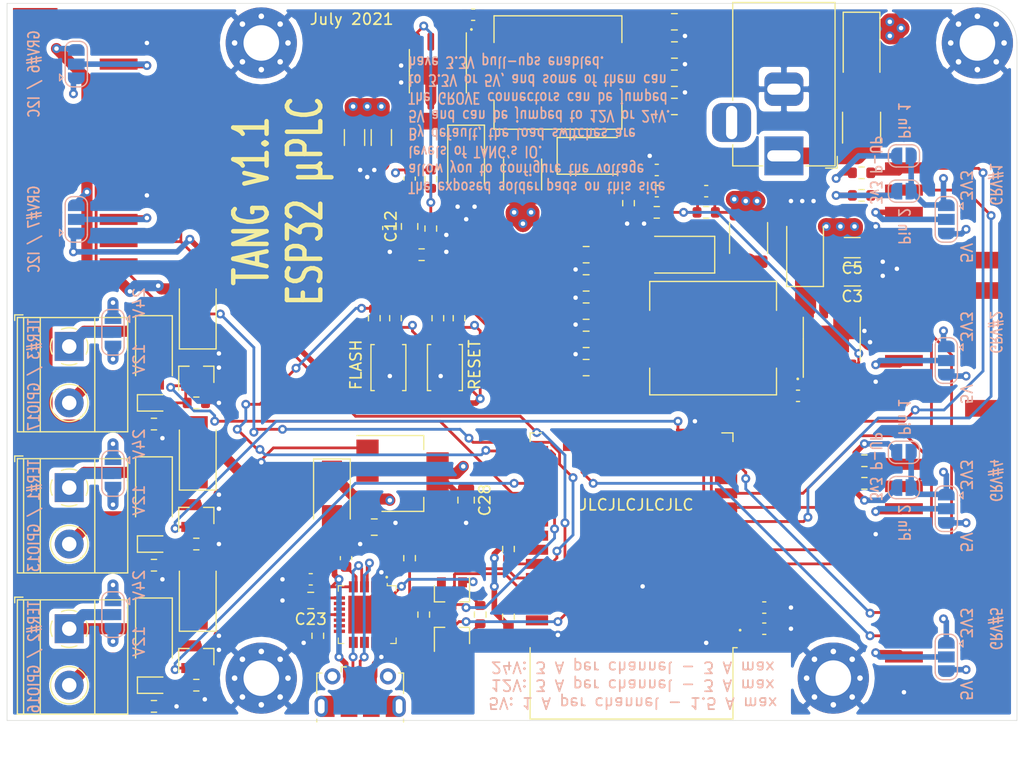
<source format=kicad_pcb>
(kicad_pcb (version 20171130) (host pcbnew 5.1.10-88a1d61d58~88~ubuntu20.04.1)
  (layers (0 F.Cu signal) (1 In1.Cu power) (2 In2.Cu power) (31 B.Cu signal) (34 B.Paste user) (35 F.Paste user) (36 B.SilkS user) (37 F.SilkS user) (38 B.Mask user) (39 F.Mask user) (44 Edge.Cuts user))
  (net 0 "")
  (net 1 +3V3)
  (net 2 GND)
  (net 3 +24V)
  (net 4 "Net-(C6-Pad2)")
  (net 5 "Net-(C6-Pad1)")
  (net 6 "Net-(C7-Pad2)")
  (net 7 "Net-(C7-Pad1)")
  (net 8 "Net-(C12-Pad2)")
  (net 9 +12V)
  (net 10 +5V)
  (net 11 "Net-(C13-Pad2)")
  (net 12 "Net-(C10-Pad2)")
  (net 13 "Net-(C11-Pad2)")
  (net 14 "Net-(C12-Pad1)")
  (net 15 "Net-(C13-Pad1)")
  (net 16 5V_USB)
  (net 17 EN)
  (net 18 "Net-(C27-Pad2)")
  (net 19 "Net-(D1-Pad2)")
  (net 20 "Net-(D4-Pad1)")
  (net 21 "Net-(D5-Pad1)")
  (net 22 LOAD1_POS)
  (net 23 LOAD2_POS)
  (net 24 LOAD3_POS)
  (net 25 "Net-(D10-Pad1)")
  (net 26 TER1)
  (net 27 TER2)
  (net 28 "Net-(D11-Pad1)")
  (net 29 "Net-(D12-Pad1)")
  (net 30 TER3)
  (net 31 LOAD1_NEG)
  (net 32 LOAD2_NEG)
  (net 33 LOAD3_NEG)
  (net 34 "Net-(F1-Pad2)")
  (net 35 "Net-(J2-Pad6)")
  (net 36 "Net-(J2-Pad2)")
  (net 37 "Net-(J2-Pad3)")
  (net 38 GRV1-1)
  (net 39 GRV1-2)
  (net 40 "Net-(J3-Pad3)")
  (net 41 GRV2-1)
  (net 42 GRV2-2)
  (net 43 "Net-(J4-Pad3)")
  (net 44 SDA)
  (net 45 SCL)
  (net 46 "Net-(J5-Pad3)")
  (net 47 "Net-(J7-Pad3)")
  (net 48 "Net-(J8-Pad3)")
  (net 49 GRV4-2)
  (net 50 GRV4-1)
  (net 51 "Net-(J9-Pad3)")
  (net 52 GRV5-2)
  (net 53 GRV5-1)
  (net 54 RTS)
  (net 55 "Net-(Q1-Pad2)")
  (net 56 "Net-(Q2-Pad2)")
  (net 57 IO0)
  (net 58 DTR)
  (net 59 "Net-(R6-Pad1)")
  (net 60 "Net-(R7-Pad1)")
  (net 61 "Net-(R12-Pad1)")
  (net 62 U0RX)
  (net 63 "Net-(R13-Pad1)")
  (net 64 U0TX)
  (net 65 "Net-(JP1-Pad2)")
  (net 66 "Net-(JP2-Pad2)")
  (net 67 "Net-(JP4-Pad2)")
  (net 68 "Net-(JP5-Pad2)")
  (module Capacitor_SMD:C_0603_1608Metric (layer F.Cu) (at 161.925 101.6 180)
    (fp_text reference C6 hide)
    (fp_text value 10n)
    (pad 2 smd roundrect (at 0.775 0 180) (size 0.9 0.95) (layers F.Cu F.Paste F.Mask) (net 4 "Net-(C6-Pad2)"))
    (pad 1 smd roundrect (at -0.775 0 180) (size 0.9 0.95) (layers F.Cu F.Paste F.Mask) (net 5 "Net-(C6-Pad1)"))
  )
  (module Capacitor_SMD:C_0603_1608Metric (layer F.Cu) (at 191.135 135.89)
    (fp_text reference C7 hide)
    (fp_text value 10n)
    (pad 2 smd roundrect (at 0.775 0) (size 0.9 0.95) (layers F.Cu F.Paste F.Mask) (net 6 "Net-(C7-Pad2)"))
    (pad 1 smd roundrect (at -0.775 0) (size 0.9 0.95) (layers F.Cu F.Paste F.Mask) (net 7 "Net-(C7-Pad1)"))
  )
  (module Capacitor_SMD:C_0603_1608Metric (layer F.Cu) (at 156.21 116.345 90)
    (fp_text reference C8 hide)
    (fp_text value 2n2)
    (pad 1 smd roundrect (at -0.775 0 90) (size 0.9 0.95) (layers F.Cu F.Paste F.Mask) (net 8 "Net-(C12-Pad2)"))
    (pad 2 smd roundrect (at 0.775 0 90) (size 0.9 0.95) (layers F.Cu F.Paste F.Mask) (net 9 +12V))
  )
  (module Capacitor_SMD:C_0603_1608Metric (layer F.Cu) (at 182.88 117.475)
    (fp_text reference C9 hide)
    (fp_text value 2n2)
    (pad 2 smd roundrect (at 0.775 0) (size 0.9 0.95) (layers F.Cu F.Paste F.Mask) (net 10 +5V))
    (pad 1 smd roundrect (at -0.775 0) (size 0.9 0.95) (layers F.Cu F.Paste F.Mask) (net 11 "Net-(C13-Pad2)"))
  )
  (module Capacitor_SMD:C_0805_2012Metric (layer F.Cu) (at 180.02 102.235 180)
    (fp_text reference C10 hide)
    (fp_text value 22u)
    (pad 2 smd roundrect (at 0.95 0 180) (size 1 1.45) (layers F.Cu F.Paste F.Mask) (net 12 "Net-(C10-Pad2)"))
    (pad 1 smd roundrect (at -0.95 0 180) (size 1 1.45) (layers F.Cu F.Paste F.Mask) (net 2 GND))
  )
  (module Capacitor_SMD:C_0805_2012Metric (layer F.Cu) (at 172.085 123.19)
    (fp_text reference C11 hide)
    (fp_text value 22u)
    (pad 2 smd roundrect (at 0.95 0) (size 1 1.45) (layers F.Cu F.Paste F.Mask) (net 13 "Net-(C11-Pad2)"))
    (pad 1 smd roundrect (at -0.95 0) (size 1 1.45) (layers F.Cu F.Paste F.Mask) (net 2 GND))
  )
  (module Capacitor_SMD:C_0603_1608Metric (layer F.Cu) (at 178.435 117.475)
    (fp_text reference C13 hide)
    (fp_text value 15n)
    (pad 1 smd roundrect (at -0.775 0) (size 0.9 0.95) (layers F.Cu F.Paste F.Mask) (net 15 "Net-(C13-Pad1)"))
    (pad 2 smd roundrect (at 0.775 0) (size 0.9 0.95) (layers F.Cu F.Paste F.Mask) (net 11 "Net-(C13-Pad2)"))
  )
  (module Capacitor_SMD:C_0805_2012Metric (layer F.Cu) (at 180.025 104.775 180)
    (fp_text reference C14 hide)
    (fp_text value 22u)
    (pad 1 smd roundrect (at -0.95 0 180) (size 1 1.45) (layers F.Cu F.Paste F.Mask) (net 2 GND))
    (pad 2 smd roundrect (at 0.95 0 180) (size 1 1.45) (layers F.Cu F.Paste F.Mask) (net 12 "Net-(C10-Pad2)"))
  )
  (module Capacitor_SMD:C_0805_2012Metric (layer F.Cu) (at 172.085 133.35)
    (fp_text reference C15 hide)
    (fp_text value 22u)
    (pad 1 smd roundrect (at -0.95 0) (size 1 1.45) (layers F.Cu F.Paste F.Mask) (net 2 GND))
    (pad 2 smd roundrect (at 0.95 0) (size 1 1.45) (layers F.Cu F.Paste F.Mask) (net 13 "Net-(C11-Pad2)"))
  )
  (module Capacitor_SMD:C_0603_1608Metric (layer F.Cu) (at 154.305 120.79 90)
    (fp_text reference C16 hide)
    (fp_text value 150p)
    (pad 2 smd roundrect (at 0.775 0 90) (size 0.9 0.95) (layers F.Cu F.Paste F.Mask) (net 8 "Net-(C12-Pad2)"))
    (pad 1 smd roundrect (at -0.775 0 90) (size 0.9 0.95) (layers F.Cu F.Paste F.Mask) (net 2 GND))
  )
  (module Capacitor_SMD:C_0603_1608Metric (layer F.Cu) (at 178.435 115.57)
    (fp_text reference C17 hide)
    (fp_text value 150p)
    (pad 2 smd roundrect (at 0.775 0) (size 0.9 0.95) (layers F.Cu F.Paste F.Mask) (net 11 "Net-(C13-Pad2)"))
    (pad 1 smd roundrect (at -0.775 0) (size 0.9 0.95) (layers F.Cu F.Paste F.Mask) (net 2 GND))
  )
  (module Capacitor_SMD:C_0805_2012Metric (layer F.Cu) (at 180.02 107.315 180)
    (fp_text reference C18 hide)
    (fp_text value 22u)
    (pad 2 smd roundrect (at 0.95 0 180) (size 1 1.45) (layers F.Cu F.Paste F.Mask) (net 12 "Net-(C10-Pad2)"))
    (pad 1 smd roundrect (at -0.95 0 180) (size 1 1.45) (layers F.Cu F.Paste F.Mask) (net 2 GND))
  )
  (module Capacitor_SMD:C_0805_2012Metric (layer F.Cu) (at 172.085 128.27)
    (fp_text reference C19 hide)
    (fp_text value 22u)
    (pad 2 smd roundrect (at 0.95 0) (size 1 1.45) (layers F.Cu F.Paste F.Mask) (net 13 "Net-(C11-Pad2)"))
    (pad 1 smd roundrect (at -0.95 0) (size 1 1.45) (layers F.Cu F.Paste F.Mask) (net 2 GND))
  )
  (module Capacitor_SMD:C_0805_2012Metric (layer F.Cu) (at 180.02 109.855 180)
    (fp_text reference C20 hide)
    (fp_text value 22u)
    (pad 1 smd roundrect (at -0.95 0 180) (size 1 1.45) (layers F.Cu F.Paste F.Mask) (net 2 GND))
    (pad 2 smd roundrect (at 0.95 0 180) (size 1 1.45) (layers F.Cu F.Paste F.Mask) (net 12 "Net-(C10-Pad2)"))
  )
  (module Capacitor_SMD:C_0805_2012Metric (layer F.Cu) (at 172.085 125.73)
    (fp_text reference C21 hide)
    (fp_text value 22u)
    (pad 1 smd roundrect (at -0.95 0) (size 1 1.45) (layers F.Cu F.Paste F.Mask) (net 2 GND))
    (pad 2 smd roundrect (at 0.95 0) (size 1 1.45) (layers F.Cu F.Paste F.Mask) (net 13 "Net-(C11-Pad2)"))
  )
  (module Capacitor_SMD:C_0805_2012Metric (layer F.Cu) (at 172.085 130.81)
    (fp_text reference C22 hide)
    (fp_text value 22u)
    (pad 1 smd roundrect (at -0.95 0) (size 1 1.45) (layers F.Cu F.Paste F.Mask) (net 2 GND))
    (pad 2 smd roundrect (at 0.95 0) (size 1 1.45) (layers F.Cu F.Paste F.Mask) (net 13 "Net-(C11-Pad2)"))
  )
  (module Capacitor_SMD:C_0603_1608Metric (layer F.Cu) (at 188.1 154.94)
    (fp_text reference C24 hide)
    (fp_text value 1u)
    (pad 2 smd roundrect (at 0.775 0) (size 0.9 0.95) (layers F.Cu F.Paste F.Mask) (net 2 GND))
    (pad 1 smd roundrect (at -0.775 0) (size 0.9 0.95) (layers F.Cu F.Paste F.Mask) (net 17 EN))
  )
  (module Capacitor_SMD:C_0603_1608Metric (layer F.Cu) (at 147.32 152.4 180)
    (fp_text reference C25 hide)
    (fp_text value 100n)
    (pad 2 smd roundrect (at 0.775 0 180) (size 0.9 0.95) (layers F.Cu F.Paste F.Mask) (net 2 GND))
    (pad 1 smd roundrect (at -0.775 0 180) (size 0.9 0.95) (layers F.Cu F.Paste F.Mask) (net 16 5V_USB))
  )
  (module Capacitor_SMD:C_0603_1608Metric (layer F.Cu) (at 150.495 150.495 270)
    (fp_text reference C27 hide)
    (fp_text value 1u)
    (pad 1 smd roundrect (at -0.775 0 270) (size 0.9 0.95) (layers F.Cu F.Paste F.Mask) (net 2 GND))
    (pad 2 smd roundrect (at 0.775 0 270) (size 0.9 0.95) (layers F.Cu F.Paste F.Mask) (net 18 "Net-(C27-Pad2)"))
  )
  (module Diode_SMD:D_SMA (layer F.Cu) (at 196.85 104.775 270)
    (fp_text reference D1 hide)
    (fp_text value SS34)
    (pad 1 smd rect (at -2 0 270) (size 2.5 1.8) (layers F.Cu F.Paste F.Mask) (net 3 +24V))
    (pad 2 smd rect (at 2 0 270) (size 2.5 1.8) (layers F.Cu F.Paste F.Mask) (net 19 "Net-(D1-Pad2)"))
  )
  (module Diode_SMD:D_SMA (layer F.Cu) (at 161.29 114.935 270)
    (fp_text reference D2 hide)
    (fp_text value SS34)
    (pad 1 smd rect (at -2 0 270) (size 2.5 1.8) (layers F.Cu F.Paste F.Mask) (net 5 "Net-(C6-Pad1)"))
    (pad 2 smd rect (at 2 0 270) (size 2.5 1.8) (layers F.Cu F.Paste F.Mask) (net 2 GND))
  )
  (module Diode_SMD:D_SMA (layer F.Cu) (at 191.77 122.65 90)
    (fp_text reference D3 hide)
    (fp_text value SS34)
    (pad 2 smd rect (at 2 0 90) (size 2.5 1.8) (layers F.Cu F.Paste F.Mask) (net 2 GND))
    (pad 1 smd rect (at -2 0 90) (size 2.5 1.8) (layers F.Cu F.Paste F.Mask) (net 7 "Net-(C7-Pad1)"))
  )
  (module Diode_SMD:D_SMA (layer F.Cu) (at 172.879 114.3)
    (fp_text reference D4 hide)
    (fp_text value SS34)
    (pad 2 smd rect (at 2 0) (size 2.5 1.8) (layers F.Cu F.Paste F.Mask) (net 12 "Net-(C10-Pad2)"))
    (pad 1 smd rect (at -2 0) (size 2.5 1.8) (layers F.Cu F.Paste F.Mask) (net 20 "Net-(D4-Pad1)"))
  )
  (module Diode_SMD:D_SMA (layer F.Cu) (at 180.245 123.19 180)
    (fp_text reference D5 hide)
    (fp_text value SS34)
    (pad 1 smd rect (at -2 0 180) (size 2.5 1.8) (layers F.Cu F.Paste F.Mask) (net 21 "Net-(D5-Pad1)"))
    (pad 2 smd rect (at 2 0 180) (size 2.5 1.8) (layers F.Cu F.Paste F.Mask) (net 13 "Net-(C11-Pad2)"))
  )
  (module Diode_SMD:D_SMA (layer F.Cu) (at 149.225 144.97 270)
    (fp_text reference D6 hide)
    (fp_text value SS14)
    (pad 1 smd rect (at -2 0 270) (size 2.5 1.8) (layers F.Cu F.Paste F.Mask) (net 10 +5V))
    (pad 2 smd rect (at 2 0 270) (size 2.5 1.8) (layers F.Cu F.Paste F.Mask) (net 16 5V_USB))
  )
  (module Diode_SMD:D_SMA (layer F.Cu) (at 137.16 140.97 90)
    (fp_text reference D7 hide)
    (fp_text value SS14)
    (pad 2 smd rect (at 2 0 90) (size 2.5 1.8) (layers F.Cu F.Paste F.Mask) (net 10 +5V))
    (pad 1 smd rect (at -2 0 90) (size 2.5 1.8) (layers F.Cu F.Paste F.Mask) (net 22 LOAD1_POS))
  )
  (module Diode_SMD:D_SMA (layer F.Cu) (at 137.16 153.67 90)
    (fp_text reference D8 hide)
    (fp_text value SS14)
    (pad 2 smd rect (at 2 0 90) (size 2.5 1.8) (layers F.Cu F.Paste F.Mask) (net 10 +5V))
    (pad 1 smd rect (at -2 0 90) (size 2.5 1.8) (layers F.Cu F.Paste F.Mask) (net 23 LOAD2_POS))
  )
  (module Diode_SMD:D_SMA (layer F.Cu) (at 137.16 128.27 90)
    (fp_text reference D9 hide)
    (fp_text value SS14)
    (pad 1 smd rect (at -2 0 90) (size 2.5 1.8) (layers F.Cu F.Paste F.Mask) (net 24 LOAD3_POS))
    (pad 2 smd rect (at 2 0 90) (size 2.5 1.8) (layers F.Cu F.Paste F.Mask) (net 10 +5V))
  )
  (module LED_SMD:LED_0603_1608Metric (layer F.Cu) (at 133.223 149.225)
    (fp_text reference D10 hide)
    (fp_text value RED)
    (pad 1 smd roundrect (at -0.7875 0) (size 0.875 0.95) (layers F.Cu F.Paste F.Mask) (net 25 "Net-(D10-Pad1)"))
    (pad 2 smd roundrect (at 0.7875 0) (size 0.875 0.95) (layers F.Cu F.Paste F.Mask) (net 26 TER1))
  )
  (module LED_SMD:LED_0603_1608Metric (layer F.Cu) (at 133.223 161.925)
    (fp_text reference D11 hide)
    (fp_text value RED)
    (pad 2 smd roundrect (at 0.7875 0) (size 0.875 0.95) (layers F.Cu F.Paste F.Mask) (net 27 TER2))
    (pad 1 smd roundrect (at -0.7875 0) (size 0.875 0.95) (layers F.Cu F.Paste F.Mask) (net 28 "Net-(D11-Pad1)"))
  )
  (module LED_SMD:LED_0603_1608Metric (layer F.Cu) (at 133.223 136.525)
    (fp_text reference D12 hide)
    (fp_text value RED)
    (pad 1 smd roundrect (at -0.7875 0) (size 0.875 0.95) (layers F.Cu F.Paste F.Mask) (net 29 "Net-(D12-Pad1)"))
    (pad 2 smd roundrect (at 0.7875 0) (size 0.875 0.95) (layers F.Cu F.Paste F.Mask) (net 30 TER3))
  )
  (module Diode_SMD:D_SMA (layer F.Cu) (at 133.223 144.78 270)
    (fp_text reference D13 hide)
    (fp_text value SS14)
    (pad 1 smd rect (at -2 0 270) (size 2.5 1.8) (layers F.Cu F.Paste F.Mask) (net 22 LOAD1_POS))
    (pad 2 smd rect (at 2 0 270) (size 2.5 1.8) (layers F.Cu F.Paste F.Mask) (net 31 LOAD1_NEG))
  )
  (module Diode_SMD:D_SMA (layer F.Cu) (at 133.223 157.48 270)
    (fp_text reference D14 hide)
    (fp_text value SS14)
    (pad 2 smd rect (at 2 0 270) (size 2.5 1.8) (layers F.Cu F.Paste F.Mask) (net 32 LOAD2_NEG))
    (pad 1 smd rect (at -2 0 270) (size 2.5 1.8) (layers F.Cu F.Paste F.Mask) (net 23 LOAD2_POS))
  )
  (module Diode_SMD:D_SMA (layer F.Cu) (at 133.223 132.08 270)
    (fp_text reference D15 hide)
    (fp_text value SS14)
    (pad 2 smd rect (at 2 0 270) (size 2.5 1.8) (layers F.Cu F.Paste F.Mask) (net 33 LOAD3_NEG))
    (pad 1 smd rect (at -2 0 270) (size 2.5 1.8) (layers F.Cu F.Paste F.Mask) (net 24 LOAD3_POS))
  )
  (module Fuse:Fuse_1812_4532Metric (layer F.Cu) (at 196.85 111.76 270)
    (fp_text reference F1 hide)
    (fp_text value 4A)
    (pad 1 smd roundrect (at -2.1375 0 270) (size 1.125 3.4) (layers F.Cu F.Paste F.Mask) (roundrect_rratio 0.2222213333333333) (net 19 "Net-(D1-Pad2)"))
    (pad 2 smd roundrect (at 2.1375 0 270) (size 1.125 3.4) (layers F.Cu F.Paste F.Mask) (roundrect_rratio 0.2222213333333333) (net 34 "Net-(F1-Pad2)"))
  )
  (module Fuse:Fuse_1812_4532Metric (layer F.Cu) (at 166.37 115.9725 90)
    (fp_text reference F2 hide)
    (fp_text value 4A)
    (pad 1 smd roundrect (at -2.1375 0 90) (size 1.125 3.4) (layers F.Cu F.Paste F.Mask) (roundrect_rratio 0.2222213333333333) (net 9 +12V))
    (pad 2 smd roundrect (at 2.1375 0 90) (size 1.125 3.4) (layers F.Cu F.Paste F.Mask) (roundrect_rratio 0.2222213333333333) (net 20 "Net-(D4-Pad1)"))
  )
  (module Fuse:Fuse_1812_4532Metric (layer F.Cu) (at 186.69 121.6875 270)
    (fp_text reference F3 hide)
    (fp_text value 2A)
    (pad 2 smd roundrect (at 2.1375 0 270) (size 1.125 3.4) (layers F.Cu F.Paste F.Mask) (roundrect_rratio 0.2222213333333333) (net 21 "Net-(D5-Pad1)"))
    (pad 1 smd roundrect (at -2.1375 0 270) (size 1.125 3.4) (layers F.Cu F.Paste F.Mask) (roundrect_rratio 0.2222213333333333) (net 10 +5V))
  )
  (module MountingHole:MountingHole_3.2mm_M3_Pad_Via (layer F.Cu) (at 142.875 104.14)
    (fp_text reference H1 hide)
    (fp_text value MountingHole_Pad)
    (pad 1 thru_hole circle (at 0 0) (size 6.4 6.4) (drill 3.2) (layers *.Cu *.Mask) (net 2 GND))
    (pad 1 thru_hole circle (at 2.4 0) (size 0.8 0.8) (drill 0.5) (layers *.Cu *.Mask) (net 2 GND))
    (pad 1 thru_hole circle (at 1.697056 1.697056) (size 0.8 0.8) (drill 0.5) (layers *.Cu *.Mask) (net 2 GND))
    (pad 1 thru_hole circle (at 0 2.4) (size 0.8 0.8) (drill 0.5) (layers *.Cu *.Mask) (net 2 GND))
    (pad 1 thru_hole circle (at -1.697056 1.697056) (size 0.8 0.8) (drill 0.5) (layers *.Cu *.Mask) (net 2 GND))
    (pad 1 thru_hole circle (at -2.4 0) (size 0.8 0.8) (drill 0.5) (layers *.Cu *.Mask) (net 2 GND))
    (pad 1 thru_hole circle (at -1.697056 -1.697056) (size 0.8 0.8) (drill 0.5) (layers *.Cu *.Mask) (net 2 GND))
    (pad 1 thru_hole circle (at 0 -2.4) (size 0.8 0.8) (drill 0.5) (layers *.Cu *.Mask) (net 2 GND))
    (pad 1 thru_hole circle (at 1.697056 -1.697056) (size 0.8 0.8) (drill 0.5) (layers *.Cu *.Mask) (net 2 GND))
  )
  (module MountingHole:MountingHole_3.2mm_M3_Pad_Via (layer F.Cu) (at 207.264 104.14)
    (fp_text reference H2 hide)
    (fp_text value MountingHole_Pad)
    (pad 1 thru_hole circle (at 1.697056 -1.697056) (size 0.8 0.8) (drill 0.5) (layers *.Cu *.Mask) (net 2 GND))
    (pad 1 thru_hole circle (at 0 -2.4) (size 0.8 0.8) (drill 0.5) (layers *.Cu *.Mask) (net 2 GND))
    (pad 1 thru_hole circle (at -1.697056 -1.697056) (size 0.8 0.8) (drill 0.5) (layers *.Cu *.Mask) (net 2 GND))
    (pad 1 thru_hole circle (at -2.4 0) (size 0.8 0.8) (drill 0.5) (layers *.Cu *.Mask) (net 2 GND))
    (pad 1 thru_hole circle (at -1.697056 1.697056) (size 0.8 0.8) (drill 0.5) (layers *.Cu *.Mask) (net 2 GND))
    (pad 1 thru_hole circle (at 0 2.4) (size 0.8 0.8) (drill 0.5) (layers *.Cu *.Mask) (net 2 GND))
    (pad 1 thru_hole circle (at 1.697056 1.697056) (size 0.8 0.8) (drill 0.5) (layers *.Cu *.Mask) (net 2 GND))
    (pad 1 thru_hole circle (at 2.4 0) (size 0.8 0.8) (drill 0.5) (layers *.Cu *.Mask) (net 2 GND))
    (pad 1 thru_hole circle (at 0 0) (size 6.4 6.4) (drill 3.2) (layers *.Cu *.Mask) (net 2 GND))
  )
  (module MountingHole:MountingHole_3.2mm_M3_Pad_Via (layer F.Cu) (at 142.875 161.29)
    (fp_text reference H3 hide)
    (fp_text value MountingHole_Pad)
    (pad 1 thru_hole circle (at 0 0) (size 6.4 6.4) (drill 3.2) (layers *.Cu *.Mask) (net 2 GND))
    (pad 1 thru_hole circle (at 2.4 0) (size 0.8 0.8) (drill 0.5) (layers *.Cu *.Mask) (net 2 GND))
    (pad 1 thru_hole circle (at 1.697056 1.697056) (size 0.8 0.8) (drill 0.5) (layers *.Cu *.Mask) (net 2 GND))
    (pad 1 thru_hole circle (at 0 2.4) (size 0.8 0.8) (drill 0.5) (layers *.Cu *.Mask) (net 2 GND))
    (pad 1 thru_hole circle (at -1.697056 1.697056) (size 0.8 0.8) (drill 0.5) (layers *.Cu *.Mask) (net 2 GND))
    (pad 1 thru_hole circle (at -2.4 0) (size 0.8 0.8) (drill 0.5) (layers *.Cu *.Mask) (net 2 GND))
    (pad 1 thru_hole circle (at -1.697056 -1.697056) (size 0.8 0.8) (drill 0.5) (layers *.Cu *.Mask) (net 2 GND))
    (pad 1 thru_hole circle (at 0 -2.4) (size 0.8 0.8) (drill 0.5) (layers *.Cu *.Mask) (net 2 GND))
    (pad 1 thru_hole circle (at 1.697056 -1.697056) (size 0.8 0.8) (drill 0.5) (layers *.Cu *.Mask) (net 2 GND))
  )
  (module MountingHole:MountingHole_3.2mm_M3_Pad_Via (layer F.Cu) (at 194.31 161.29)
    (fp_text reference H4 hide)
    (fp_text value MountingHole_Pad)
    (pad 1 thru_hole circle (at 1.697056 -1.697056) (size 0.8 0.8) (drill 0.5) (layers *.Cu *.Mask) (net 2 GND))
    (pad 1 thru_hole circle (at 0 -2.4) (size 0.8 0.8) (drill 0.5) (layers *.Cu *.Mask) (net 2 GND))
    (pad 1 thru_hole circle (at -1.697056 -1.697056) (size 0.8 0.8) (drill 0.5) (layers *.Cu *.Mask) (net 2 GND))
    (pad 1 thru_hole circle (at -2.4 0) (size 0.8 0.8) (drill 0.5) (layers *.Cu *.Mask) (net 2 GND))
    (pad 1 thru_hole circle (at -1.697056 1.697056) (size 0.8 0.8) (drill 0.5) (layers *.Cu *.Mask) (net 2 GND))
    (pad 1 thru_hole circle (at 0 2.4) (size 0.8 0.8) (drill 0.5) (layers *.Cu *.Mask) (net 2 GND))
    (pad 1 thru_hole circle (at 1.697056 1.697056) (size 0.8 0.8) (drill 0.5) (layers *.Cu *.Mask) (net 2 GND))
    (pad 1 thru_hole circle (at 2.4 0) (size 0.8 0.8) (drill 0.5) (layers *.Cu *.Mask) (net 2 GND))
    (pad 1 thru_hole circle (at 0 0) (size 6.4 6.4) (drill 3.2) (layers *.Cu *.Mask) (net 2 GND))
  )
  (module Connector_BarrelJack:BarrelJack_Horizontal (layer F.Cu) (at 189.865 114.3 270)
    (fp_text reference J1 hide)
    (fp_text value Barrel_Jack)
    (pad 1 thru_hole rect (at 0 0 270) (size 3.5 3.5) (drill oval 1 3) (layers *.Cu *.Mask) (net 34 "Net-(F1-Pad2)"))
    (pad 2 thru_hole roundrect (at -6 0 270) (size 3 3.5) (drill oval 1 3) (layers *.Cu *.Mask) (net 2 GND))
    (pad 3 thru_hole roundrect (at -3 4.7 270) (size 3.5 3.5) (drill oval 3 1) (layers *.Cu *.Mask))
  )
  (module Connector_USB:USB_Micro-B_Molex-105017-0001 (layer F.Cu) (at 151.765 162.5925)
    (fp_text reference J2 hide)
    (fp_text value USB_B_Micro)
    (pad 6 smd rect (at 1 1.2375) (size 1.5 1.9) (layers F.Cu F.Paste F.Mask))
    (pad 6 thru_hole circle (at -2.5 -1.4625) (size 1.45 1.45) (drill 0.85) (layers *.Cu *.Mask))
    (pad 2 smd rect (at -0.65 -1.4625) (size 0.4 1.35) (layers F.Cu F.Paste F.Mask) (net 36 "Net-(J2-Pad2)"))
    (pad 1 smd rect (at -1.3 -1.4625) (size 0.4 1.35) (layers F.Cu F.Paste F.Mask) (net 16 5V_USB))
    (pad 5 smd rect (at 1.3 -1.4625) (size 0.4 1.35) (layers F.Cu F.Paste F.Mask) (net 2 GND))
    (pad 4 smd rect (at 0.65 -1.4625) (size 0.4 1.35) (layers F.Cu F.Paste F.Mask))
    (pad 3 smd rect (at 0 -1.4625) (size 0.4 1.35) (layers F.Cu F.Paste F.Mask) (net 37 "Net-(J2-Pad3)"))
    (pad 6 thru_hole circle (at 2.5 -1.4625) (size 1.45 1.45) (drill 0.85) (layers *.Cu *.Mask))
    (pad 6 smd rect (at -1 1.2375) (size 1.5 1.9) (layers F.Cu F.Paste F.Mask))
    (pad 6 thru_hole oval (at -3.5 1.2375 180) (size 1.2 1.9) (drill oval 0.6 1.3) (layers *.Cu *.Mask))
    (pad 6 thru_hole oval (at 3.5 1.2375) (size 1.2 1.9) (drill oval 0.6 1.3) (layers *.Cu *.Mask))
    (pad 6 smd rect (at 2.9 1.2375) (size 1.2 1.9) (layers F.Cu F.Mask) (net 35 "Net-(J2-Pad6)"))
    (pad 6 smd rect (at -2.9 1.2375) (size 1.2 1.9) (layers F.Cu F.Mask))
  )
  (module "RasmusKiCadLibrary:GROVE 4 pin 90deg SMD" (layer F.Cu) (at 206.66 118.38 90)
    (fp_text reference J3 hide)
    (fp_text value GRV#1)
    (pad 6 smd rect (at 5.3 1.5 90) (size 1.5 4) (layers F.Cu F.Paste F.Mask))
    (pad 5 smd rect (at -5.3 1.5 90) (size 1.5 4) (layers F.Cu F.Paste F.Mask))
    (pad 1 smd rect (at 3 -6 90) (size 1 3.4) (layers F.Cu F.Paste F.Mask) (net 38 GRV1-1))
    (pad 2 smd rect (at 1 -6 90) (size 1 3.4) (layers F.Cu F.Paste F.Mask) (net 39 GRV1-2))
    (pad 3 smd rect (at -1 -6 90) (size 1 3.4) (layers F.Cu F.Paste F.Mask) (net 40 "Net-(J3-Pad3)"))
    (pad 4 smd rect (at -3 -6 90) (size 1 3.4) (layers F.Cu F.Paste F.Mask) (net 2 GND))
  )
  (module "RasmusKiCadLibrary:GROVE 4 pin 90deg SMD" (layer F.Cu) (at 206.66 131.715 90)
    (fp_text reference J4 hide)
    (fp_text value GRV#2)
    (pad 6 smd rect (at 5.3 1.5 90) (size 1.5 4) (layers F.Cu F.Paste F.Mask))
    (pad 5 smd rect (at -5.3 1.5 90) (size 1.5 4) (layers F.Cu F.Paste F.Mask))
    (pad 1 smd rect (at 3 -6 90) (size 1 3.4) (layers F.Cu F.Paste F.Mask) (net 41 GRV2-1))
    (pad 2 smd rect (at 1 -6 90) (size 1 3.4) (layers F.Cu F.Paste F.Mask) (net 42 GRV2-2))
    (pad 3 smd rect (at -1 -6 90) (size 1 3.4) (layers F.Cu F.Paste F.Mask) (net 43 "Net-(J4-Pad3)"))
    (pad 4 smd rect (at -3 -6 90) (size 1 3.4) (layers F.Cu F.Paste F.Mask) (net 2 GND))
  )
  (module "RasmusKiCadLibrary:GROVE 4 pin 90deg SMD" (layer F.Cu) (at 124.048 107.045 270)
    (fp_text reference J5 hide)
    (fp_text value GRV#6)
    (pad 6 smd rect (at 5.3 1.5 270) (size 1.5 4) (layers F.Cu F.Paste F.Mask))
    (pad 5 smd rect (at -5.3 1.5 270) (size 1.5 4) (layers F.Cu F.Paste F.Mask))
    (pad 1 smd rect (at 3 -6 270) (size 1 3.4) (layers F.Cu F.Paste F.Mask) (net 44 SDA))
    (pad 2 smd rect (at 1 -6 270) (size 1 3.4) (layers F.Cu F.Paste F.Mask) (net 45 SCL))
    (pad 3 smd rect (at -1 -6 270) (size 1 3.4) (layers F.Cu F.Paste F.Mask) (net 46 "Net-(J5-Pad3)"))
    (pad 4 smd rect (at -3 -6 270) (size 1 3.4) (layers F.Cu F.Paste F.Mask) (net 2 GND))
  )
  (module TerminalBlock_Phoenix:TerminalBlock_Phoenix_MKDS-1,5-2-5.08_1x02_P5.08mm_Horizontal (layer F.Cu) (at 125.603 144.145 270)
    (fp_text reference J6 hide)
    (fp_text value Screw_Terminal_01x02)
    (pad 1 thru_hole rect (at 0 0 270) (size 2.6 2.6) (drill 1.3) (layers *.Cu *.Mask) (net 22 LOAD1_POS))
    (pad 2 thru_hole circle (at 5.08 0 270) (size 2.6 2.6) (drill 1.3) (layers *.Cu *.Mask) (net 31 LOAD1_NEG))
  )
  (module "RasmusKiCadLibrary:GROVE 4 pin 90deg SMD" (layer F.Cu) (at 124.048 121.015 270)
    (fp_text reference J7 hide)
    (fp_text value GRV#7)
    (pad 4 smd rect (at -3 -6 270) (size 1 3.4) (layers F.Cu F.Paste F.Mask) (net 2 GND))
    (pad 3 smd rect (at -1 -6 270) (size 1 3.4) (layers F.Cu F.Paste F.Mask) (net 47 "Net-(J7-Pad3)"))
    (pad 2 smd rect (at 1 -6 270) (size 1 3.4) (layers F.Cu F.Paste F.Mask) (net 45 SCL))
    (pad 1 smd rect (at 3 -6 270) (size 1 3.4) (layers F.Cu F.Paste F.Mask) (net 44 SDA))
    (pad 5 smd rect (at -5.3 1.5 270) (size 1.5 4) (layers F.Cu F.Paste F.Mask))
    (pad 6 smd rect (at 5.3 1.5 270) (size 1.5 4) (layers F.Cu F.Paste F.Mask))
  )
  (module "RasmusKiCadLibrary:GROVE 4 pin 90deg SMD" (layer F.Cu) (at 206.66 145.05 90)
    (fp_text reference J8 hide)
    (fp_text value GRV#4)
    (pad 4 smd rect (at -3 -6 90) (size 1 3.4) (layers F.Cu F.Paste F.Mask) (net 2 GND))
    (pad 3 smd rect (at -1 -6 90) (size 1 3.4) (layers F.Cu F.Paste F.Mask) (net 48 "Net-(J8-Pad3)"))
    (pad 2 smd rect (at 1 -6 90) (size 1 3.4) (layers F.Cu F.Paste F.Mask) (net 49 GRV4-2))
    (pad 1 smd rect (at 3 -6 90) (size 1 3.4) (layers F.Cu F.Paste F.Mask) (net 50 GRV4-1))
    (pad 5 smd rect (at -5.3 1.5 90) (size 1.5 4) (layers F.Cu F.Paste F.Mask))
    (pad 6 smd rect (at 5.3 1.5 90) (size 1.5 4) (layers F.Cu F.Paste F.Mask))
  )
  (module "RasmusKiCadLibrary:GROVE 4 pin 90deg SMD" (layer F.Cu) (at 206.66 158.385 90)
    (fp_text reference J9 hide)
    (fp_text value GRV#5)
    (pad 4 smd rect (at -3 -6 90) (size 1 3.4) (layers F.Cu F.Paste F.Mask) (net 2 GND))
    (pad 3 smd rect (at -1 -6 90) (size 1 3.4) (layers F.Cu F.Paste F.Mask) (net 51 "Net-(J9-Pad3)"))
    (pad 2 smd rect (at 1 -6 90) (size 1 3.4) (layers F.Cu F.Paste F.Mask) (net 52 GRV5-2))
    (pad 1 smd rect (at 3 -6 90) (size 1 3.4) (layers F.Cu F.Paste F.Mask) (net 53 GRV5-1))
    (pad 5 smd rect (at -5.3 1.5 90) (size 1.5 4) (layers F.Cu F.Paste F.Mask))
    (pad 6 smd rect (at 5.3 1.5 90) (size 1.5 4) (layers F.Cu F.Paste F.Mask))
  )
  (module TerminalBlock_Phoenix:TerminalBlock_Phoenix_MKDS-1,5-2-5.08_1x02_P5.08mm_Horizontal (layer F.Cu) (at 125.603 156.845 270)
    (fp_text reference J10 hide)
    (fp_text value Screw_Terminal_01x02)
    (pad 2 thru_hole circle (at 5.08 0 270) (size 2.6 2.6) (drill 1.3) (layers *.Cu *.Mask) (net 32 LOAD2_NEG))
    (pad 1 thru_hole rect (at 0 0 270) (size 2.6 2.6) (drill 1.3) (layers *.Cu *.Mask) (net 23 LOAD2_POS))
  )
  (module TerminalBlock_Phoenix:TerminalBlock_Phoenix_MKDS-1,5-2-5.08_1x02_P5.08mm_Horizontal (layer F.Cu) (at 125.603 131.445 270)
    (fp_text reference J11 hide)
    (fp_text value Screw_Terminal_01x02)
    (pad 1 thru_hole rect (at 0 0 270) (size 2.6 2.6) (drill 1.3) (layers *.Cu *.Mask) (net 24 LOAD3_POS))
    (pad 2 thru_hole circle (at 5.08 0 270) (size 2.6 2.6) (drill 1.3) (layers *.Cu *.Mask) (net 33 LOAD3_NEG))
  )
  (module Jumper:SolderJumper-2_P1.3mm_Open_RoundedPad1.0x1.5mm (layer B.Cu) (at 200.66 114.3 180)
    (fp_text reference JP1 hide)
    (fp_text value Pullup)
    (pad 1 smd custom (at -0.65 0 180) (size 1 0.5) (layers B.Cu B.Mask) (net 1 +3V3) (options (clearance outline) (anchor rect)) (primitives (gr_circle (center 0 -0.25) (end 0.5 -0.25) (width 0)) (gr_circle (center 0 0.25) (end 0.5 0.25) (width 0)) (gr_poly (pts (xy 0 0.75) (xy 0.5 0.75) (xy 0.5 -0.75) (xy 0 -0.75)) (width 0))))
    (pad 2 smd custom (at 0.65 0 180) (size 1 0.5) (layers B.Cu B.Mask) (net 65 "Net-(JP1-Pad2)") (options (clearance outline) (anchor rect)) (primitives (gr_circle (center 0 -0.25) (end 0.5 -0.25) (width 0)) (gr_circle (center 0 0.25) (end 0.5 0.25) (width 0)) (gr_poly (pts (xy 0 0.75) (xy -0.5 0.75) (xy -0.5 -0.75) (xy 0 -0.75)) (width 0))))
  )
  (module Jumper:SolderJumper-2_P1.3mm_Open_RoundedPad1.0x1.5mm (layer B.Cu) (at 200.66 117.475 180)
    (fp_text reference JP2 hide)
    (fp_text value Pullup)
    (pad 2 smd custom (at 0.65 0 180) (size 1 0.5) (layers B.Cu B.Mask) (net 66 "Net-(JP2-Pad2)") (options (clearance outline) (anchor rect)) (primitives (gr_circle (center 0 -0.25) (end 0.5 -0.25) (width 0)) (gr_circle (center 0 0.25) (end 0.5 0.25) (width 0)) (gr_poly (pts (xy 0 0.75) (xy -0.5 0.75) (xy -0.5 -0.75) (xy 0 -0.75)) (width 0))))
    (pad 1 smd custom (at -0.65 0 180) (size 1 0.5) (layers B.Cu B.Mask) (net 1 +3V3) (options (clearance outline) (anchor rect)) (primitives (gr_circle (center 0 -0.25) (end 0.5 -0.25) (width 0)) (gr_circle (center 0 0.25) (end 0.5 0.25) (width 0)) (gr_poly (pts (xy 0 0.75) (xy 0.5 0.75) (xy 0.5 -0.75) (xy 0 -0.75)) (width 0))))
  )
  (module Jumper:SolderJumper-3_P1.3mm_Open_RoundedPad1.0x1.5mm (layer B.Cu) (at 204.47 120.015 270)
    (fp_text reference JP3 hide)
    (fp_text value V_SELECT)
    (pad 1 smd custom (at -1.3 0 270) (size 1 0.5) (layers B.Cu B.Mask) (net 1 +3V3) (options (clearance outline) (anchor rect)) (primitives (gr_circle (center 0 -0.25) (end 0.5 -0.25) (width 0)) (gr_circle (center 0 0.25) (end 0.5 0.25) (width 0)) (gr_poly (pts (xy 0.55 0.75) (xy 0 0.75) (xy 0 -0.75) (xy 0.55 -0.75)) (width 0))))
    (pad 3 smd custom (at 1.3 0 270) (size 1 0.5) (layers B.Cu B.Mask) (net 10 +5V) (options (clearance outline) (anchor rect)) (primitives (gr_circle (center 0 -0.25) (end 0.5 -0.25) (width 0)) (gr_circle (center 0 0.25) (end 0.5 0.25) (width 0)) (gr_poly (pts (xy -0.55 0.75) (xy 0 0.75) (xy 0 -0.75) (xy -0.55 -0.75)) (width 0))))
    (pad 2 smd rect (at 0 0 270) (size 1 1.5) (layers B.Cu B.Mask) (net 40 "Net-(J3-Pad3)"))
  )
  (module Jumper:SolderJumper-2_P1.3mm_Open_RoundedPad1.0x1.5mm (layer B.Cu) (at 200.66 140.97 180)
    (fp_text reference JP4 hide)
    (fp_text value Pullup)
    (pad 1 smd custom (at -0.65 0 180) (size 1 0.5) (layers B.Cu B.Mask) (net 1 +3V3) (options (clearance outline) (anchor rect)) (primitives (gr_circle (center 0 -0.25) (end 0.5 -0.25) (width 0)) (gr_circle (center 0 0.25) (end 0.5 0.25) (width 0)) (gr_poly (pts (xy 0 0.75) (xy 0.5 0.75) (xy 0.5 -0.75) (xy 0 -0.75)) (width 0))))
    (pad 2 smd custom (at 0.65 0 180) (size 1 0.5) (layers B.Cu B.Mask) (net 67 "Net-(JP4-Pad2)") (options (clearance outline) (anchor rect)) (primitives (gr_circle (center 0 -0.25) (end 0.5 -0.25) (width 0)) (gr_circle (center 0 0.25) (end 0.5 0.25) (width 0)) (gr_poly (pts (xy 0 0.75) (xy -0.5 0.75) (xy -0.5 -0.75) (xy 0 -0.75)) (width 0))))
  )
  (module Jumper:SolderJumper-2_P1.3mm_Open_RoundedPad1.0x1.5mm (layer B.Cu) (at 200.66 144.145 180)
    (fp_text reference JP5 hide)
    (fp_text value Pullup)
    (pad 2 smd custom (at 0.65 0 180) (size 1 0.5) (layers B.Cu B.Mask) (net 68 "Net-(JP5-Pad2)") (options (clearance outline) (anchor rect)) (primitives (gr_circle (center 0 -0.25) (end 0.5 -0.25) (width 0)) (gr_circle (center 0 0.25) (end 0.5 0.25) (width 0)) (gr_poly (pts (xy 0 0.75) (xy -0.5 0.75) (xy -0.5 -0.75) (xy 0 -0.75)) (width 0))))
    (pad 1 smd custom (at -0.65 0 180) (size 1 0.5) (layers B.Cu B.Mask) (net 1 +3V3) (options (clearance outline) (anchor rect)) (primitives (gr_circle (center 0 -0.25) (end 0.5 -0.25) (width 0)) (gr_circle (center 0 0.25) (end 0.5 0.25) (width 0)) (gr_poly (pts (xy 0 0.75) (xy 0.5 0.75) (xy 0.5 -0.75) (xy 0 -0.75)) (width 0))))
  )
  (module Jumper:SolderJumper-3_P1.3mm_Open_RoundedPad1.0x1.5mm (layer B.Cu) (at 204.47 146.05 270)
    (fp_text reference JP6 hide)
    (fp_text value V_SELECT)
    (pad 2 smd rect (at 0 0 270) (size 1 1.5) (layers B.Cu B.Mask) (net 48 "Net-(J8-Pad3)"))
    (pad 3 smd custom (at 1.3 0 270) (size 1 0.5) (layers B.Cu B.Mask) (net 10 +5V) (options (clearance outline) (anchor rect)) (primitives (gr_circle (center 0 -0.25) (end 0.5 -0.25) (width 0)) (gr_circle (center 0 0.25) (end 0.5 0.25) (width 0)) (gr_poly (pts (xy -0.55 0.75) (xy 0 0.75) (xy 0 -0.75) (xy -0.55 -0.75)) (width 0))))
    (pad 1 smd custom (at -1.3 0 270) (size 1 0.5) (layers B.Cu B.Mask) (net 1 +3V3) (options (clearance outline) (anchor rect)) (primitives (gr_circle (center 0 -0.25) (end 0.5 -0.25) (width 0)) (gr_circle (center 0 0.25) (end 0.5 0.25) (width 0)) (gr_poly (pts (xy 0.55 0.75) (xy 0 0.75) (xy 0 -0.75) (xy 0.55 -0.75)) (width 0))))
  )
  (module Jumper:SolderJumper-3_P1.3mm_Open_RoundedPad1.0x1.5mm (layer B.Cu) (at 204.47 132.715 270)
    (fp_text reference JP7 hide)
    (fp_text value V_SELECT)
    (pad 1 smd custom (at -1.3 0 270) (size 1 0.5) (layers B.Cu B.Mask) (net 1 +3V3) (options (clearance outline) (anchor rect)) (primitives (gr_circle (center 0 -0.25) (end 0.5 -0.25) (width 0)) (gr_circle (center 0 0.25) (end 0.5 0.25) (width 0)) (gr_poly (pts (xy 0.55 0.75) (xy 0 0.75) (xy 0 -0.75) (xy 0.55 -0.75)) (width 0))))
    (pad 3 smd custom (at 1.3 0 270) (size 1 0.5) (layers B.Cu B.Mask) (net 10 +5V) (options (clearance outline) (anchor rect)) (primitives (gr_circle (center 0 -0.25) (end 0.5 -0.25) (width 0)) (gr_circle (center 0 0.25) (end 0.5 0.25) (width 0)) (gr_poly (pts (xy -0.55 0.75) (xy 0 0.75) (xy 0 -0.75) (xy -0.55 -0.75)) (width 0))))
    (pad 2 smd rect (at 0 0 270) (size 1 1.5) (layers B.Cu B.Mask) (net 43 "Net-(J4-Pad3)"))
  )
  (module Jumper:SolderJumper-3_P1.3mm_Open_RoundedPad1.0x1.5mm (layer B.Cu) (at 204.47 159.385 270)
    (fp_text reference JP8 hide)
    (fp_text value V_SELECT)
    (pad 2 smd rect (at 0 0 270) (size 1 1.5) (layers B.Cu B.Mask) (net 51 "Net-(J9-Pad3)"))
    (pad 3 smd custom (at 1.3 0 270) (size 1 0.5) (layers B.Cu B.Mask) (net 10 +5V) (options (clearance outline) (anchor rect)) (primitives (gr_circle (center 0 -0.25) (end 0.5 -0.25) (width 0)) (gr_circle (center 0 0.25) (end 0.5 0.25) (width 0)) (gr_poly (pts (xy -0.55 0.75) (xy 0 0.75) (xy 0 -0.75) (xy -0.55 -0.75)) (width 0))))
    (pad 1 smd custom (at -1.3 0 270) (size 1 0.5) (layers B.Cu B.Mask) (net 1 +3V3) (options (clearance outline) (anchor rect)) (primitives (gr_circle (center 0 -0.25) (end 0.5 -0.25) (width 0)) (gr_circle (center 0 0.25) (end 0.5 0.25) (width 0)) (gr_poly (pts (xy 0.55 0.75) (xy 0 0.75) (xy 0 -0.75) (xy 0.55 -0.75)) (width 0))))
  )
  (module Jumper:SolderJumper-3_P1.3mm_Open_RoundedPad1.0x1.5mm (layer B.Cu) (at 126.238 106.045 90)
    (fp_text reference JP9 hide)
    (fp_text value V_SELECT hide)
    (pad 2 smd rect (at 0 0 90) (size 1 1.5) (layers B.Cu B.Mask) (net 46 "Net-(J5-Pad3)"))
    (pad 3 smd custom (at 1.3 0 90) (size 1 0.5) (layers B.Cu B.Mask) (net 10 +5V) (options (clearance outline) (anchor rect)) (primitives (gr_circle (center 0 -0.25) (end 0.5 -0.25) (width 0)) (gr_circle (center 0 0.25) (end 0.5 0.25) (width 0)) (gr_poly (pts (xy -0.55 0.75) (xy 0 0.75) (xy 0 -0.75) (xy -0.55 -0.75)) (width 0))))
    (pad 1 smd custom (at -1.3 0 90) (size 1 0.5) (layers B.Cu B.Mask) (net 1 +3V3) (options (clearance outline) (anchor rect)) (primitives (gr_circle (center 0 -0.25) (end 0.5 -0.25) (width 0)) (gr_circle (center 0 0.25) (end 0.5 0.25) (width 0)) (gr_poly (pts (xy 0.55 0.75) (xy 0 0.75) (xy 0 -0.75) (xy 0.55 -0.75)) (width 0))))
  )
  (module Jumper:SolderJumper-3_P1.3mm_Open_RoundedPad1.0x1.5mm (layer B.Cu) (at 126.238 120.015 90)
    (fp_text reference JP10 hide)
    (fp_text value V_SELECT)
    (pad 1 smd custom (at -1.3 0 90) (size 1 0.5) (layers B.Cu B.Mask) (net 1 +3V3) (options (clearance outline) (anchor rect)) (primitives (gr_circle (center 0 -0.25) (end 0.5 -0.25) (width 0)) (gr_circle (center 0 0.25) (end 0.5 0.25) (width 0)) (gr_poly (pts (xy 0.55 0.75) (xy 0 0.75) (xy 0 -0.75) (xy 0.55 -0.75)) (width 0))))
    (pad 3 smd custom (at 1.3 0 90) (size 1 0.5) (layers B.Cu B.Mask) (net 10 +5V) (options (clearance outline) (anchor rect)) (primitives (gr_circle (center 0 -0.25) (end 0.5 -0.25) (width 0)) (gr_circle (center 0 0.25) (end 0.5 0.25) (width 0)) (gr_poly (pts (xy -0.55 0.75) (xy 0 0.75) (xy 0 -0.75) (xy -0.55 -0.75)) (width 0))))
    (pad 2 smd rect (at 0 0 90) (size 1 1.5) (layers B.Cu B.Mask) (net 47 "Net-(J7-Pad3)"))
  )
  (module Jumper:SolderJumper-3_P1.3mm_Open_RoundedPad1.0x1.5mm (layer B.Cu) (at 129.54 142.875 270)
    (fp_text reference JP11 hide)
    (fp_text value SolderJumper_3_Open)
    (pad 1 smd custom (at -1.3 0 270) (size 1 0.5) (layers B.Cu B.Mask) (net 3 +24V) (options (clearance outline) (anchor rect)) (primitives (gr_circle (center 0 -0.25) (end 0.5 -0.25) (width 0)) (gr_circle (center 0 0.25) (end 0.5 0.25) (width 0)) (gr_poly (pts (xy 0.55 0.75) (xy 0 0.75) (xy 0 -0.75) (xy 0.55 -0.75)) (width 0))))
    (pad 3 smd custom (at 1.3 0 270) (size 1 0.5) (layers B.Cu B.Mask) (net 9 +12V) (options (clearance outline) (anchor rect)) (primitives (gr_circle (center 0 -0.25) (end 0.5 -0.25) (width 0)) (gr_circle (center 0 0.25) (end 0.5 0.25) (width 0)) (gr_poly (pts (xy -0.55 0.75) (xy 0 0.75) (xy 0 -0.75) (xy -0.55 -0.75)) (width 0))))
    (pad 2 smd rect (at 0 0 270) (size 1 1.5) (layers B.Cu B.Mask) (net 22 LOAD1_POS))
  )
  (module Jumper:SolderJumper-3_P1.3mm_Open_RoundedPad1.0x1.5mm (layer B.Cu) (at 129.54 155.575 270)
    (fp_text reference JP12 hide)
    (fp_text value SolderJumper_3_Open)
    (pad 1 smd custom (at -1.3 0 270) (size 1 0.5) (layers B.Cu B.Mask) (net 3 +24V) (options (clearance outline) (anchor rect)) (primitives (gr_circle (center 0 -0.25) (end 0.5 -0.25) (width 0)) (gr_circle (center 0 0.25) (end 0.5 0.25) (width 0)) (gr_poly (pts (xy 0.55 0.75) (xy 0 0.75) (xy 0 -0.75) (xy 0.55 -0.75)) (width 0))))
    (pad 3 smd custom (at 1.3 0 270) (size 1 0.5) (layers B.Cu B.Mask) (net 9 +12V) (options (clearance outline) (anchor rect)) (primitives (gr_circle (center 0 -0.25) (end 0.5 -0.25) (width 0)) (gr_circle (center 0 0.25) (end 0.5 0.25) (width 0)) (gr_poly (pts (xy -0.55 0.75) (xy 0 0.75) (xy 0 -0.75) (xy -0.55 -0.75)) (width 0))))
    (pad 2 smd rect (at 0 0 270) (size 1 1.5) (layers B.Cu B.Mask) (net 23 LOAD2_POS))
  )
  (module Jumper:SolderJumper-3_P1.3mm_Open_RoundedPad1.0x1.5mm (layer B.Cu) (at 129.54 130.175 270)
    (fp_text reference JP13 hide)
    (fp_text value SolderJumper_3_Open)
    (pad 2 smd rect (at 0 0 270) (size 1 1.5) (layers B.Cu B.Mask) (net 24 LOAD3_POS))
    (pad 3 smd custom (at 1.3 0 270) (size 1 0.5) (layers B.Cu B.Mask) (net 9 +12V) (options (clearance outline) (anchor rect)) (primitives (gr_circle (center 0 -0.25) (end 0.5 -0.25) (width 0)) (gr_circle (center 0 0.25) (end 0.5 0.25) (width 0)) (gr_poly (pts (xy -0.55 0.75) (xy 0 0.75) (xy 0 -0.75) (xy -0.55 -0.75)) (width 0))))
    (pad 1 smd custom (at -1.3 0 270) (size 1 0.5) (layers B.Cu B.Mask) (net 3 +24V) (options (clearance outline) (anchor rect)) (primitives (gr_circle (center 0 -0.25) (end 0.5 -0.25) (width 0)) (gr_circle (center 0 0.25) (end 0.5 0.25) (width 0)) (gr_poly (pts (xy 0.55 0.75) (xy 0 0.75) (xy 0 -0.75) (xy 0.55 -0.75)) (width 0))))
  )
  (module RasmusKiCadLibrary:L_TDG_11.5x10x4mm (layer F.Cu) (at 169.545 106.68 180)
    (fp_text reference L1 hide)
    (fp_text value 33uH)
    (pad 2 smd rect (at -4.75 0 180) (size 4.1 4.1) (layers F.Cu F.Paste F.Mask) (net 12 "Net-(C10-Pad2)"))
    (pad 1 smd rect (at 4.75 0 180) (size 4.1 4.1) (layers F.Cu F.Paste F.Mask) (net 5 "Net-(C6-Pad1)"))
  )
  (module RasmusKiCadLibrary:L_TDG_11.5x10x4mm (layer F.Cu) (at 183.515 130.81)
    (fp_text reference L2 hide)
    (fp_text value 33uH)
    (pad 1 smd rect (at 4.75 0) (size 4.1 4.1) (layers F.Cu F.Paste F.Mask) (net 7 "Net-(C7-Pad1)"))
    (pad 2 smd rect (at -4.75 0) (size 4.1 4.1) (layers F.Cu F.Paste F.Mask) (net 13 "Net-(C11-Pad2)"))
  )
  (module Package_TO_SOT_SMD:SOT-23 (layer F.Cu) (at 137.033 146.685 90)
    (fp_text reference Q3 hide)
    (fp_text value AO3400A)
    (pad 1 smd rect (at -1 -0.95 90) (size 0.9 0.8) (layers F.Cu F.Paste F.Mask) (net 26 TER1))
    (pad 2 smd rect (at -1 0.95 90) (size 0.9 0.8) (layers F.Cu F.Paste F.Mask) (net 2 GND))
    (pad 3 smd rect (at 1 0 90) (size 0.9 0.8) (layers F.Cu F.Paste F.Mask) (net 31 LOAD1_NEG))
  )
  (module Package_TO_SOT_SMD:SOT-23 (layer F.Cu) (at 137.033 159.385 90)
    (fp_text reference Q4 hide)
    (fp_text value AO3400A)
    (pad 3 smd rect (at 1 0 90) (size 0.9 0.8) (layers F.Cu F.Paste F.Mask) (net 32 LOAD2_NEG))
    (pad 2 smd rect (at -1 0.95 90) (size 0.9 0.8) (layers F.Cu F.Paste F.Mask) (net 2 GND))
    (pad 1 smd rect (at -1 -0.95 90) (size 0.9 0.8) (layers F.Cu F.Paste F.Mask) (net 27 TER2))
  )
  (module Package_TO_SOT_SMD:SOT-23 (layer F.Cu) (at 137.033 133.985 90)
    (fp_text reference Q5 hide)
    (fp_text value AO3400A)
    (pad 1 smd rect (at -1 -0.95 90) (size 0.9 0.8) (layers F.Cu F.Paste F.Mask) (net 30 TER3))
    (pad 2 smd rect (at -1 0.95 90) (size 0.9 0.8) (layers F.Cu F.Paste F.Mask) (net 2 GND))
    (pad 3 smd rect (at 1 0 90) (size 0.9 0.8) (layers F.Cu F.Paste F.Mask) (net 33 LOAD3_NEG))
  )
  (module Resistor_SMD:R_0603_1608Metric (layer F.Cu) (at 158.115 116.395 270)
    (fp_text reference R1 hide)
    (fp_text value 10k)
    (pad 2 smd roundrect (at 0.825 0 270) (size 0.8 0.95) (layers F.Cu F.Paste F.Mask) (net 8 "Net-(C12-Pad2)"))
    (pad 1 smd roundrect (at -0.825 0 270) (size 0.8 0.95) (layers F.Cu F.Paste F.Mask) (net 9 +12V))
  )
  (module Resistor_SMD:R_0603_1608Metric (layer F.Cu) (at 158.115 120.84 270)
    (fp_text reference R2 hide)
    (fp_text value 1k1)
    (pad 1 smd roundrect (at -0.825 0 270) (size 0.8 0.95) (layers F.Cu F.Paste F.Mask) (net 8 "Net-(C12-Pad2)"))
    (pad 2 smd roundrect (at 0.825 0 270) (size 0.8 0.95) (layers F.Cu F.Paste F.Mask) (net 2 GND))
  )
  (module Resistor_SMD:R_0603_1608Metric (layer F.Cu) (at 182.88 119.38 180)
    (fp_text reference R3 hide)
    (fp_text value 10k)
    (pad 2 smd roundrect (at 0.825 0 180) (size 0.8 0.95) (layers F.Cu F.Paste F.Mask) (net 11 "Net-(C13-Pad2)"))
    (pad 1 smd roundrect (at -0.825 0 180) (size 0.8 0.95) (layers F.Cu F.Paste F.Mask) (net 10 +5V))
  )
  (module Resistor_SMD:R_0603_1608Metric (layer F.Cu) (at 178.435 119.38 180)
    (fp_text reference R4 hide)
    (fp_text value 3k3)
    (pad 1 smd roundrect (at -0.825 0 180) (size 0.8 0.95) (layers F.Cu F.Paste F.Mask) (net 11 "Net-(C13-Pad2)"))
    (pad 2 smd roundrect (at 0.825 0 180) (size 0.8 0.95) (layers F.Cu F.Paste F.Mask) (net 2 GND))
  )
  (module Resistor_SMD:R_0603_1608Metric (layer F.Cu) (at 175.895 118.555 270)
    (fp_text reference R5 hide)
    (fp_text value 3k9)
    (pad 2 smd roundrect (at 0.825 0 270) (size 0.8 0.95) (layers F.Cu F.Paste F.Mask) (net 2 GND))
    (pad 1 smd roundrect (at -0.825 0 270) (size 0.8 0.95) (layers F.Cu F.Paste F.Mask) (net 15 "Net-(C13-Pad1)"))
  )
  (module Resistor_SMD:R_0603_1608Metric (layer F.Cu) (at 153.035 128.905 90)
    (fp_text reference R6 hide)
    (fp_text value 470)
    (pad 1 smd roundrect (at -0.825 0 90) (size 0.8 0.95) (layers F.Cu F.Paste F.Mask) (net 59 "Net-(R6-Pad1)"))
    (pad 2 smd roundrect (at 0.825 0 90) (size 0.8 0.95) (layers F.Cu F.Paste F.Mask) (net 57 IO0))
  )
  (module Resistor_SMD:R_0603_1608Metric (layer F.Cu) (at 158.75 128.905 90)
    (fp_text reference R7 hide)
    (fp_text value 470)
    (pad 1 smd roundrect (at -0.825 0 90) (size 0.8 0.95) (layers F.Cu F.Paste F.Mask) (net 60 "Net-(R7-Pad1)"))
    (pad 2 smd roundrect (at 0.825 0 90) (size 0.8 0.95) (layers F.Cu F.Paste F.Mask) (net 17 EN))
  )
  (module Resistor_SMD:R_0603_1608Metric (layer F.Cu) (at 162.56 155.575 90)
    (fp_text reference R8 hide)
    (fp_text value 12k)
    (pad 1 smd roundrect (at -0.825 0 90) (size 0.8 0.95) (layers F.Cu F.Paste F.Mask) (net 55 "Net-(Q1-Pad2)"))
    (pad 2 smd roundrect (at 0.825 0 90) (size 0.8 0.95) (layers F.Cu F.Paste F.Mask) (net 58 DTR))
  )
  (module Resistor_SMD:R_0603_1608Metric (layer F.Cu) (at 157.48 155.575 270)
    (fp_text reference R9 hide)
    (fp_text value 12k)
    (pad 2 smd roundrect (at 0.825 0 270) (size 0.8 0.95) (layers F.Cu F.Paste F.Mask) (net 54 RTS))
    (pad 1 smd roundrect (at -0.825 0 270) (size 0.8 0.95) (layers F.Cu F.Paste F.Mask) (net 56 "Net-(Q2-Pad2)"))
  )
  (module Resistor_SMD:R_0603_1608Metric (layer F.Cu) (at 154.94 128.905 270)
    (fp_text reference R10 hide)
    (fp_text value 12k)
    (pad 2 smd roundrect (at 0.825 0 270) (size 0.8 0.95) (layers F.Cu F.Paste F.Mask) (net 1 +3V3))
    (pad 1 smd roundrect (at -0.825 0 270) (size 0.8 0.95) (layers F.Cu F.Paste F.Mask) (net 57 IO0))
  )
  (module Resistor_SMD:R_0603_1608Metric (layer F.Cu) (at 160.655 128.905 270)
    (fp_text reference R11 hide)
    (fp_text value 12k)
    (pad 2 smd roundrect (at 0.825 0 270) (size 0.8 0.95) (layers F.Cu F.Paste F.Mask) (net 1 +3V3))
    (pad 1 smd roundrect (at -0.825 0 270) (size 0.8 0.95) (layers F.Cu F.Paste F.Mask) (net 17 EN))
  )
  (module Resistor_SMD:R_0603_1608Metric (layer F.Cu) (at 147.955 157.48 270)
    (fp_text reference R12 hide)
    (fp_text value 12k)
    (pad 1 smd roundrect (at -0.825 0 270) (size 0.8 0.95) (layers F.Cu F.Paste F.Mask) (net 61 "Net-(R12-Pad1)"))
    (pad 2 smd roundrect (at 0.825 0 270) (size 0.8 0.95) (layers F.Cu F.Paste F.Mask) (net 2 GND))
  )
  (module Resistor_SMD:R_0603_1608Metric (layer F.Cu) (at 156.21 150.495 90)
    (fp_text reference R13 hide)
    (fp_text value 470)
    (pad 2 smd roundrect (at 0.825 0 90) (size 0.8 0.95) (layers F.Cu F.Paste F.Mask) (net 62 U0RX))
    (pad 1 smd roundrect (at -0.825 0 90) (size 0.8 0.95) (layers F.Cu F.Paste F.Mask) (net 63 "Net-(R13-Pad1)"))
  )
  (module Resistor_SMD:R_0603_1608Metric (layer F.Cu) (at 196.85 115.824)
    (fp_text reference R14 hide)
    (fp_text value 4k7)
    (pad 1 smd roundrect (at -0.825 0) (size 0.8 0.95) (layers F.Cu F.Paste F.Mask) (net 65 "Net-(JP1-Pad2)"))
    (pad 2 smd roundrect (at 0.825 0) (size 0.8 0.95) (layers F.Cu F.Paste F.Mask) (net 38 GRV1-1))
  )
  (module Resistor_SMD:R_0603_1608Metric (layer F.Cu) (at 196.85 117.856)
    (fp_text reference R15 hide)
    (fp_text value 4k7)
    (pad 2 smd roundrect (at 0.825 0) (size 0.8 0.95) (layers F.Cu F.Paste F.Mask) (net 39 GRV1-2))
    (pad 1 smd roundrect (at -0.825 0) (size 0.8 0.95) (layers F.Cu F.Paste F.Mask) (net 66 "Net-(JP2-Pad2)"))
  )
  (module Resistor_SMD:R_0603_1608Metric (layer F.Cu) (at 197.104 141.732)
    (fp_text reference R16 hide)
    (fp_text value 4k7)
    (pad 1 smd roundrect (at -0.825 0) (size 0.8 0.95) (layers F.Cu F.Paste F.Mask) (net 67 "Net-(JP4-Pad2)"))
    (pad 2 smd roundrect (at 0.825 0) (size 0.8 0.95) (layers F.Cu F.Paste F.Mask) (net 50 GRV4-1))
  )
  (module Resistor_SMD:R_0603_1608Metric (layer F.Cu) (at 197.104 143.764)
    (fp_text reference R17 hide)
    (fp_text value 4k7)
    (pad 2 smd roundrect (at 0.825 0) (size 0.8 0.95) (layers F.Cu F.Paste F.Mask) (net 49 GRV4-2))
    (pad 1 smd roundrect (at -0.825 0) (size 0.8 0.95) (layers F.Cu F.Paste F.Mask) (net 68 "Net-(JP5-Pad2)"))
  )
  (module Resistor_SMD:R_0603_1608Metric (layer F.Cu) (at 165.1 149.67 90)
    (fp_text reference R18 hide)
    (fp_text value 2k2)
    (pad 2 smd roundrect (at 0.825 0 90) (size 0.8 0.95) (layers F.Cu F.Paste F.Mask) (net 1 +3V3))
    (pad 1 smd roundrect (at -0.825 0 90) (size 0.8 0.95) (layers F.Cu F.Paste F.Mask) (net 44 SDA))
  )
  (module Resistor_SMD:R_0603_1608Metric (layer F.Cu) (at 165.1 155.765 270)
    (fp_text reference R19 hide)
    (fp_text value 2k2)
    (pad 2 smd roundrect (at 0.825 0 270) (size 0.8 0.95) (layers F.Cu F.Paste F.Mask) (net 1 +3V3))
    (pad 1 smd roundrect (at -0.825 0 270) (size 0.8 0.95) (layers F.Cu F.Paste F.Mask) (net 45 SCL))
  )
  (module Resistor_SMD:R_0603_1608Metric (layer F.Cu) (at 137.033 149.225)
    (fp_text reference R20 hide)
    (fp_text value 10k)
    (pad 1 smd roundrect (at -0.825 0) (size 0.8 0.95) (layers F.Cu F.Paste F.Mask) (net 26 TER1))
    (pad 2 smd roundrect (at 0.825 0) (size 0.8 0.95) (layers F.Cu F.Paste F.Mask) (net 2 GND))
  )
  (module Resistor_SMD:R_0603_1608Metric (layer F.Cu) (at 137.033 161.925)
    (fp_text reference R21 hide)
    (fp_text value 10k)
    (pad 2 smd roundrect (at 0.825 0) (size 0.8 0.95) (layers F.Cu F.Paste F.Mask) (net 2 GND))
    (pad 1 smd roundrect (at -0.825 0) (size 0.8 0.95) (layers F.Cu F.Paste F.Mask) (net 27 TER2))
  )
  (module Resistor_SMD:R_0603_1608Metric (layer F.Cu) (at 137.033 136.525)
    (fp_text reference R22 hide)
    (fp_text value 10k)
    (pad 1 smd roundrect (at -0.825 0) (size 0.8 0.95) (layers F.Cu F.Paste F.Mask) (net 30 TER3))
    (pad 2 smd roundrect (at 0.825 0) (size 0.8 0.95) (layers F.Cu F.Paste F.Mask) (net 2 GND))
  )
  (module Resistor_SMD:R_0603_1608Metric (layer F.Cu) (at 133.223 151.13)
    (fp_text reference R23 hide)
    (fp_text value 2k2)
    (pad 1 smd roundrect (at -0.825 0) (size 0.8 0.95) (layers F.Cu F.Paste F.Mask) (net 25 "Net-(D10-Pad1)"))
    (pad 2 smd roundrect (at 0.825 0) (size 0.8 0.95) (layers F.Cu F.Paste F.Mask) (net 2 GND))
  )
  (module Resistor_SMD:R_0603_1608Metric (layer F.Cu) (at 133.223 163.83)
    (fp_text reference R24 hide)
    (fp_text value 2k2)
    (pad 2 smd roundrect (at 0.825 0) (size 0.8 0.95) (layers F.Cu F.Paste F.Mask) (net 2 GND))
    (pad 1 smd roundrect (at -0.825 0) (size 0.8 0.95) (layers F.Cu F.Paste F.Mask) (net 28 "Net-(D11-Pad1)"))
  )
  (module Resistor_SMD:R_0603_1608Metric (layer F.Cu) (at 133.223 138.43)
    (fp_text reference R25 hide)
    (fp_text value 2k2)
    (pad 1 smd roundrect (at -0.825 0) (size 0.8 0.95) (layers F.Cu F.Paste F.Mask) (net 29 "Net-(D12-Pad1)"))
    (pad 2 smd roundrect (at 0.825 0) (size 0.8 0.95) (layers F.Cu F.Paste F.Mask) (net 2 GND))
  )
  (module Resistor_SMD:R_0603_1608Metric (layer F.Cu) (at 157.29 123.19)
    (fp_text reference R26 hide)
    (fp_text value 1k5)
    (pad 1 smd roundrect (at -0.825 0) (size 0.8 0.95) (layers F.Cu F.Paste F.Mask) (net 14 "Net-(C12-Pad1)"))
    (pad 2 smd roundrect (at 0.825 0) (size 0.8 0.95) (layers F.Cu F.Paste F.Mask) (net 2 GND))
  )
  (module Button_Switch_SMD:SW_Push_SPST_NO_Alps_SKRK (layer F.Cu) (at 154.305 133.35 90)
    (fp_text reference SW1 hide)
    (fp_text value FLASH)
    (pad 1 smd roundrect (at -2.1 0 90) (size 0.8 2) (layers F.Cu F.Paste F.Mask) (net 2 GND))
    (pad 2 smd roundrect (at 2.1 0 90) (size 0.8 2) (layers F.Cu F.Paste F.Mask) (net 59 "Net-(R6-Pad1)"))
  )
  (module Button_Switch_SMD:SW_Push_SPST_NO_Alps_SKRK (layer F.Cu) (at 159.385 133.35 90)
    (fp_text reference SW2 hide)
    (fp_text value RESET)
    (pad 2 smd roundrect (at 2.1 0 90) (size 0.8 2) (layers F.Cu F.Paste F.Mask) (net 60 "Net-(R7-Pad1)"))
    (pad 1 smd roundrect (at -2.1 0 90) (size 0.8 2) (layers F.Cu F.Paste F.Mask) (net 2 GND))
  )
  (module Package_SO:HSOP-8-1EP_3.9x4.9mm_P1.27mm_EP2.41x3.1mm (layer F.Cu) (at 158.75 106.68 270)
    (fp_text reference U1 hide)
    (fp_text value TPS5430DDAR)
    (pad 1 smd roundrect (at -2.65 -1.905 270) (size 1.6 0.6) (layers F.Cu F.Paste F.Mask) (net 4 "Net-(C6-Pad2)"))
    (pad 2 smd roundrect (at -2.65 -0.635 270) (size 1.6 0.6) (layers F.Cu F.Paste F.Mask))
    (pad 3 smd roundrect (at -2.65 0.635 270) (size 1.6 0.6) (layers F.Cu F.Paste F.Mask))
    (pad 4 smd roundrect (at -2.65 1.905 270) (size 1.6 0.6) (layers F.Cu F.Paste F.Mask) (net 8 "Net-(C12-Pad2)"))
    (pad 5 smd roundrect (at 2.65 1.905 270) (size 1.6 0.6) (layers F.Cu F.Paste F.Mask))
    (pad 6 smd roundrect (at 2.65 0.635 270) (size 1.6 0.6) (layers F.Cu F.Paste F.Mask) (net 2 GND))
    (pad 7 smd roundrect (at 2.65 -0.635 270) (size 1.6 0.6) (layers F.Cu F.Paste F.Mask) (net 3 +24V))
    (pad 8 smd roundrect (at 2.65 -1.905 270) (size 1.6 0.6) (layers F.Cu F.Paste F.Mask) (net 5 "Net-(C6-Pad1)"))
    (pad 9 smd rect (at 0 0 270) (size 2.41 3.1) (layers F.Cu F.Mask) (net 2 GND))
  )
  (module Package_SO:HSOP-8-1EP_3.9x4.9mm_P1.27mm_EP2.41x3.1mm (layer F.Cu) (at 194.17 130.775 90)
    (fp_text reference U2 hide)
    (fp_text value TPS5430DDAR)
    (pad 9 smd rect (at 0 0 90) (size 2.41 3.1) (layers F.Cu F.Mask) (net 2 GND))
    (pad 8 smd roundrect (at 2.65 -1.905 90) (size 1.6 0.6) (layers F.Cu F.Paste F.Mask) (net 7 "Net-(C7-Pad1)"))
    (pad 7 smd roundrect (at 2.65 -0.635 90) (size 1.6 0.6) (layers F.Cu F.Paste F.Mask) (net 3 +24V))
    (pad 6 smd roundrect (at 2.65 0.635 90) (size 1.6 0.6) (layers F.Cu F.Paste F.Mask) (net 2 GND))
    (pad 5 smd roundrect (at 2.65 1.905 90) (size 1.6 0.6) (layers F.Cu F.Paste F.Mask))
    (pad 4 smd roundrect (at -2.65 1.905 90) (size 1.6 0.6) (layers F.Cu F.Paste F.Mask) (net 11 "Net-(C13-Pad2)"))
    (pad 3 smd roundrect (at -2.65 0.635 90) (size 1.6 0.6) (layers F.Cu F.Paste F.Mask))
    (pad 2 smd roundrect (at -2.65 -0.635 90) (size 1.6 0.6) (layers F.Cu F.Paste F.Mask))
    (pad 1 smd roundrect (at -2.65 -1.905 90) (size 1.6 0.6) (layers F.Cu F.Paste F.Mask) (net 6 "Net-(C7-Pad2)"))
  )
  (module RF_Module:ESP32-WROOM-32 (layer F.Cu) (at 176.165 149.105 180)
    (fp_text reference U3 hide)
    (fp_text value ESP32-WROOM-32)
    (pad 38 smd rect (at 8.5 -8.255 180) (size 2 0.9) (layers F.Cu F.Paste F.Mask) (net 2 GND))
    (pad 37 smd rect (at 8.5 -6.985 180) (size 2 0.9) (layers F.Cu F.Paste F.Mask))
    (pad 36 smd rect (at 8.5 -5.715 180) (size 2 0.9) (layers F.Cu F.Paste F.Mask) (net 45 SCL))
    (pad 35 smd rect (at 8.5 -4.445 180) (size 2 0.9) (layers F.Cu F.Paste F.Mask) (net 64 U0TX))
    (pad 34 smd rect (at 8.5 -3.175 180) (size 2 0.9) (layers F.Cu F.Paste F.Mask) (net 62 U0RX))
    (pad 33 smd rect (at 8.5 -1.905 180) (size 2 0.9) (layers F.Cu F.Paste F.Mask) (net 44 SDA))
    (pad 32 smd rect (at 8.5 -0.635 180) (size 2 0.9) (layers F.Cu F.Paste F.Mask))
    (pad 31 smd rect (at 8.5 0.635 180) (size 2 0.9) (layers F.Cu F.Paste F.Mask))
    (pad 30 smd rect (at 8.5 1.905 180) (size 2 0.9) (layers F.Cu F.Paste F.Mask))
    (pad 29 smd rect (at 8.5 3.175 180) (size 2 0.9) (layers F.Cu F.Paste F.Mask))
    (pad 28 smd rect (at 8.5 4.445 180) (size 2 0.9) (layers F.Cu F.Paste F.Mask) (net 30 TER3))
    (pad 27 smd rect (at 8.5 5.715 180) (size 2 0.9) (layers F.Cu F.Paste F.Mask) (net 27 TER2))
    (pad 26 smd rect (at 8.5 6.985 180) (size 2 0.9) (layers F.Cu F.Paste F.Mask))
    (pad 25 smd rect (at 8.5 8.255 180) (size 2 0.9) (layers F.Cu F.Paste F.Mask) (net 57 IO0))
    (pad 24 smd rect (at 5.715 9.255 270) (size 2 0.9) (layers F.Cu F.Paste F.Mask))
    (pad 23 smd rect (at 4.445 9.255 270) (size 2 0.9) (layers F.Cu F.Paste F.Mask) (net 52 GRV5-2))
    (pad 22 smd rect (at 3.175 9.255 270) (size 2 0.9) (layers F.Cu F.Paste F.Mask))
    (pad 21 smd rect (at 1.905 9.255 270) (size 2 0.9) (layers F.Cu F.Paste F.Mask))
    (pad 20 smd rect (at 0.635 9.255 270) (size 2 0.9) (layers F.Cu F.Paste F.Mask))
    (pad 19 smd rect (at -0.635 9.255 270) (size 2 0.9) (layers F.Cu F.Paste F.Mask))
    (pad 18 smd rect (at -1.905 9.255 270) (size 2 0.9) (layers F.Cu F.Paste F.Mask))
    (pad 17 smd rect (at -3.175 9.255 270) (size 2 0.9) (layers F.Cu F.Paste F.Mask))
    (pad 16 smd rect (at -4.445 9.255 270) (size 2 0.9) (layers F.Cu F.Paste F.Mask) (net 26 TER1))
    (pad 15 smd rect (at -5.715 9.255 270) (size 2 0.9) (layers F.Cu F.Paste F.Mask) (net 2 GND))
    (pad 14 smd rect (at -8.5 8.255 180) (size 2 0.9) (layers F.Cu F.Paste F.Mask))
    (pad 13 smd rect (at -8.5 6.985 180) (size 2 0.9) (layers F.Cu F.Paste F.Mask) (net 53 GRV5-1))
    (pad 12 smd rect (at -8.5 5.715 180) (size 2 0.9) (layers F.Cu F.Paste F.Mask))
    (pad 11 smd rect (at -8.5 4.445 180) (size 2 0.9) (layers F.Cu F.Paste F.Mask) (net 49 GRV4-2))
    (pad 10 smd rect (at -8.5 3.175 180) (size 2 0.9) (layers F.Cu F.Paste F.Mask) (net 50 GRV4-1))
    (pad 9 smd rect (at -8.5 1.905 180) (size 2 0.9) (layers F.Cu F.Paste F.Mask) (net 39 GRV1-2))
    (pad 8 smd rect (at -8.5 0.635 180) (size 2 0.9) (layers F.Cu F.Paste F.Mask) (net 38 GRV1-1))
    (pad 7 smd rect (at -8.5 -0.635 180) (size 2 0.9) (layers F.Cu F.Paste F.Mask) (net 42 GRV2-2))
    (pad 6 smd rect (at -8.5 -1.905 180) (size 2 0.9) (layers F.Cu F.Paste F.Mask) (net 41 GRV2-1))
    (pad 5 smd rect (at -8.5 -3.175 180) (size 2 0.9) (layers F.Cu F.Paste F.Mask))
    (pad 4 smd rect (at -8.5 -4.445 180) (size 2 0.9) (layers F.Cu F.Paste F.Mask))
    (pad 3 smd rect (at -8.5 -5.715 180) (size 2 0.9) (layers F.Cu F.Paste F.Mask) (net 17 EN))
    (pad 2 smd rect (at -8.5 -6.985 180) (size 2 0.9) (layers F.Cu F.Paste F.Mask) (net 1 +3V3))
    (pad 1 smd rect (at -8.5 -8.255 180) (size 2 0.9) (layers F.Cu F.Paste F.Mask) (net 2 GND))
    (pad 39 smd rect (at -1 -0.755 180) (size 5 5) (layers F.Cu F.Paste F.Mask) (net 2 GND))
  )
  (module Package_TO_SOT_SMD:SOT-223-3_TabPin2 (layer F.Cu) (at 155.575 142.875)
    (fp_text reference U4 hide)
    (fp_text value AMS1117-3.3)
    (pad 2 smd rect (at 3.15 0) (size 2 3.8) (layers F.Cu F.Paste F.Mask) (net 1 +3V3))
    (pad 2 smd rect (at -3.15 0) (size 2 1.5) (layers F.Cu F.Paste F.Mask) (net 1 +3V3))
    (pad 3 smd rect (at -3.15 2.3) (size 2 1.5) (layers F.Cu F.Paste F.Mask) (net 10 +5V))
    (pad 1 smd rect (at -3.15 -2.3) (size 2 1.5) (layers F.Cu F.Paste F.Mask) (net 2 GND))
  )
  (module "Digikey footprints:VFQFN-28-1EP_5x5mm" (layer F.Cu) (at 152.4 155.575 270)
    (fp_text reference U5 hide)
    (fp_text value CP2102-GMR_NRND)
    (pad 22 smd rect (at 1.5 -2.5 270) (size 0.3 1) (layers F.Cu F.Paste F.Mask))
    (pad 15 smd rect (at 2.5 1.5 270) (size 1 0.3) (layers F.Cu F.Paste F.Mask))
    (pad 8 smd rect (at -1.5 2.5 270) (size 0.3 1) (layers F.Cu F.Paste F.Mask) (net 16 5V_USB))
    (pad 1 smd rect (at -2.5 -1.5 270) (size 1 0.3) (layers F.Cu F.Paste F.Mask))
    (pad 2 smd rect (at -2.5 -1 270) (size 1 0.3) (layers F.Cu F.Paste F.Mask))
    (pad 3 smd rect (at -2.5 -0.5 270) (size 1 0.3) (layers F.Cu F.Paste F.Mask) (net 2 GND))
    (pad 4 smd rect (at -2.5 0 270) (size 1 0.3) (layers F.Cu F.Paste F.Mask) (net 37 "Net-(J2-Pad3)"))
    (pad 5 smd rect (at -2.5 0.5 270) (size 1 0.3) (layers F.Cu F.Paste F.Mask) (net 36 "Net-(J2-Pad2)"))
    (pad 6 smd rect (at -2.5 1 270) (size 1 0.3) (layers F.Cu F.Paste F.Mask) (net 18 "Net-(C27-Pad2)"))
    (pad 7 smd rect (at -2.5 1.5 270) (size 1 0.3) (layers F.Cu F.Paste F.Mask) (net 16 5V_USB))
    (pad 9 smd rect (at -1 2.5 270) (size 0.3 1) (layers F.Cu F.Paste F.Mask))
    (pad 10 smd rect (at -0.5 2.5 270) (size 0.3 1) (layers F.Cu F.Paste F.Mask))
    (pad 11 smd rect (at 0 2.5 270) (size 0.3 1) (layers F.Cu F.Paste F.Mask) (net 61 "Net-(R12-Pad1)"))
    (pad 12 smd rect (at 0.5 2.5 270) (size 0.3 1) (layers F.Cu F.Paste F.Mask))
    (pad 13 smd rect (at 1 2.5 270) (size 0.3 1) (layers F.Cu F.Paste F.Mask))
    (pad 14 smd rect (at 1.5 2.5 270) (size 0.3 1) (layers F.Cu F.Paste F.Mask))
    (pad 16 smd rect (at 2.5 1 270) (size 1 0.3) (layers F.Cu F.Paste F.Mask))
    (pad 17 smd rect (at 2.5 0.5 270) (size 1 0.3) (layers F.Cu F.Paste F.Mask))
    (pad 18 smd rect (at 2.5 0 270) (size 1 0.3) (layers F.Cu F.Paste F.Mask))
    (pad 19 smd rect (at 2.5 -0.5 270) (size 1 0.3) (layers F.Cu F.Paste F.Mask))
    (pad 20 smd rect (at 2.5 -1 270) (size 1 0.3) (layers F.Cu F.Paste F.Mask))
    (pad 21 smd rect (at 2.5 -1.5 270) (size 1 0.3) (layers F.Cu F.Paste F.Mask))
    (pad 23 smd rect (at 1 -2.5 270) (size 0.3 1) (layers F.Cu F.Paste F.Mask))
    (pad 24 smd rect (at 0.5 -2.5 270) (size 0.3 1) (layers F.Cu F.Paste F.Mask) (net 54 RTS))
    (pad 25 smd rect (at 0 -2.5 270) (size 0.3 1) (layers F.Cu F.Paste F.Mask) (net 64 U0TX))
    (pad 26 smd rect (at -0.5 -2.5 270) (size 0.3 1) (layers F.Cu F.Paste F.Mask) (net 63 "Net-(R13-Pad1)"))
    (pad 27 smd rect (at -1 -2.5 270) (size 0.3 1) (layers F.Cu F.Paste F.Mask))
    (pad 28 smd rect (at -1.5 -2.5 270) (size 0.3 1) (layers F.Cu F.Paste F.Mask) (net 58 DTR))
    (pad 29 smd rect (at 0 0 270) (size 3.4 3.4) (layers F.Cu F.Paste F.Mask) (net 2 GND))
  )
  (module Package_TO_SOT_SMD:SOT-23 (layer F.Cu) (at 160.02 157.48 90)
    (fp_text reference Q1 hide)
    (fp_text value S8050)
    (pad 3 smd rect (at 1 0 90) (size 0.9 0.8) (layers F.Cu F.Paste F.Mask) (net 17 EN))
    (pad 2 smd rect (at -1 0.95 90) (size 0.9 0.8) (layers F.Cu F.Paste F.Mask) (net 55 "Net-(Q1-Pad2)"))
    (pad 1 smd rect (at -1 -0.95 90) (size 0.9 0.8) (layers F.Cu F.Paste F.Mask) (net 54 RTS))
  )
  (module Package_TO_SOT_SMD:SOT-23 (layer F.Cu) (at 160.02 153.67 270)
    (fp_text reference Q2 hide)
    (fp_text value S8050)
    (pad 1 smd rect (at -1 -0.95 270) (size 0.9 0.8) (layers F.Cu F.Paste F.Mask) (net 58 DTR))
    (pad 2 smd rect (at -1 0.95 270) (size 0.9 0.8) (layers F.Cu F.Paste F.Mask) (net 56 "Net-(Q2-Pad2)"))
    (pad 3 smd rect (at 1 0 270) (size 0.9 0.8) (layers F.Cu F.Paste F.Mask) (net 57 IO0))
  )
  (module Capacitor_SMD:C_0603_1608Metric (layer F.Cu) (at 188.1 156.845)
    (fp_text reference C1 hide)
    (fp_text value 100n)
    (pad 1 smd roundrect (at -0.775 0) (size 0.9 0.95) (layers F.Cu F.Paste F.Mask) (net 1 +3V3))
    (pad 2 smd roundrect (at 0.775 0) (size 0.9 0.95) (layers F.Cu F.Paste F.Mask) (net 2 GND))
  )
  (module Capacitor_SMD:C_1206_3216Metric (layer F.Cu) (at 153.67 112.649 90)
    (fp_text reference C2 hide)
    (fp_text value 4.7u)
    (pad 1 smd roundrect (at -1.475 0 90) (size 1.15 1.8) (layers F.Cu F.Paste F.Mask) (roundrect_rratio 0.2173904347826087) (net 2 GND))
    (pad 2 smd roundrect (at 1.475 0 90) (size 1.15 1.8) (layers F.Cu F.Paste F.Mask) (roundrect_rratio 0.2173904347826087) (net 3 +24V))
  )
  (module Capacitor_SMD:C_1206_3216Metric (layer F.Cu) (at 196.01 125.095 180)
    (fp_text reference C3 (at 0 -1.85) (layer F.SilkS))
    (fp_text value 4.7u)
    (pad 2 smd roundrect (at 1.475 0 180) (size 1.15 1.8) (layers F.Cu F.Paste F.Mask) (roundrect_rratio 0.2173904347826087) (net 3 +24V))
    (pad 1 smd roundrect (at -1.475 0 180) (size 1.15 1.8) (layers F.Cu F.Paste F.Mask) (roundrect_rratio 0.2173904347826087) (net 2 GND))
  )
  (module Capacitor_SMD:C_1206_3216Metric (layer F.Cu) (at 151.257 112.649 90)
    (fp_text reference C4 hide)
    (fp_text value 4.7u)
    (pad 2 smd roundrect (at 1.475 0 90) (size 1.15 1.8) (layers F.Cu F.Paste F.Mask) (roundrect_rratio 0.2173904347826087) (net 3 +24V))
    (pad 1 smd roundrect (at -1.475 0 90) (size 1.15 1.8) (layers F.Cu F.Paste F.Mask) (roundrect_rratio 0.2173904347826087) (net 2 GND))
  )
  (module Capacitor_SMD:C_1206_3216Metric (layer F.Cu) (at 196.01 122.555 180)
    (fp_text reference C5 (at 0 -1.85) (layer F.SilkS))
    (fp_text value 4.7u)
    (pad 1 smd roundrect (at -1.475 0 180) (size 1.15 1.8) (layers F.Cu F.Paste F.Mask) (roundrect_rratio 0.2173904347826087) (net 2 GND))
    (pad 2 smd roundrect (at 1.475 0 180) (size 1.15 1.8) (layers F.Cu F.Paste F.Mask) (roundrect_rratio 0.2173904347826087) (net 3 +24V))
  )
  (module Capacitor_SMD:C_0805_2012Metric (layer F.Cu) (at 147.32 154.305 180)
    (fp_text reference C23 (at 0 -1.68) (layer F.SilkS))
    (fp_text value 10u)
    (pad 1 smd roundrect (at -0.95 0 180) (size 1 1.45) (layers F.Cu F.Paste F.Mask) (net 16 5V_USB))
    (pad 2 smd roundrect (at 0.95 0 180) (size 1 1.45) (layers F.Cu F.Paste F.Mask) (net 2 GND))
  )
  (module Capacitor_SMD:C_0805_2012Metric (layer F.Cu) (at 153.035 147.701)
    (fp_text reference C26 hide)
    (fp_text value 10u)
    (pad 1 smd roundrect (at -0.95 0) (size 1 1.45) (layers F.Cu F.Paste F.Mask) (net 10 +5V))
    (pad 2 smd roundrect (at 0.95 0) (size 1 1.45) (layers F.Cu F.Paste F.Mask) (net 2 GND))
  )
  (module Capacitor_SMD:C_0805_2012Metric (layer F.Cu) (at 161.29 145.275 270)
    (fp_text reference C28 (at 0 -1.68 90) (layer F.SilkS))
    (fp_text value 10u)
    (pad 2 smd roundrect (at 0.95 0 270) (size 1 1.45) (layers F.Cu F.Paste F.Mask) (net 2 GND))
    (pad 1 smd roundrect (at -0.95 0 270) (size 1 1.45) (layers F.Cu F.Paste F.Mask) (net 1 +3V3))
  )
  (module Capacitor_SMD:C_0805_2012Metric (layer F.Cu) (at 156.21 120.65 90)
    (fp_text reference C12 (at 0 -1.68 90) (layer F.SilkS))
    (fp_text value 40n)
    (pad 1 smd roundrect (at -0.95 0 90) (size 1 1.45) (layers F.Cu F.Paste F.Mask) (net 14 "Net-(C12-Pad1)"))
    (pad 2 smd roundrect (at 0.95 0 90) (size 1 1.45) (layers F.Cu F.Paste F.Mask) (net 8 "Net-(C12-Pad2)"))
  )
  (gr_text "Pin 2" (at 200.66 147.32 270) (layer B.SilkS) (effects (font (size 1 0.8)) (justify mirror)))
  (gr_text "Pin 1" (at 200.66 137.795 270) (layer B.SilkS) (effects (font (size 1 0.8)) (justify mirror)))
  (gr_text "Pin 2" (at 200.66 120.65 270) (layer B.SilkS) (effects (font (size 1 0.8)) (justify mirror)))
  (gr_text "Pin 1" (at 200.66 111.125 270) (layer B.SilkS) (effects (font (size 1 0.8)) (justify mirror)))
  (gr_text "3v3 P-UP" (at 198.12 115.57 270) (layer B.SilkS) (effects (font (size 1 0.8)) (justify mirror)))
  (gr_text "3v3 P-UP" (at 198.12 142.24 270) (layer B.SilkS) (effects (font (size 1 0.8)) (justify mirror)))
  (gr_text GRV#4 (at 208.915 143.51 -90) (layer B.SilkS) (effects (font (size 1 0.8)) (justify mirror)))
  (gr_text GRV#5 (at 208.915 156.845 -90) (layer B.SilkS) (effects (font (size 1 0.8)) (justify mirror)))
  (gr_text GRV#2 (at 208.915 130.175 -90) (layer B.SilkS) (effects (font (size 1 0.8)) (justify mirror)))
  (gr_text GRV#1 (at 208.915 116.84 270) (layer B.SilkS) (effects (font (size 1 0.8)) (justify mirror)))
  (gr_text "5V     3V3" (at 206.248 119.761 -90) (layer B.SilkS) (effects (font (size 1 1)) (justify mirror)))
  (gr_text "5V     3V3" (at 206.248 132.461 -90) (layer B.SilkS) (effects (font (size 1 1)) (justify mirror)))
  (gr_text "5V     3V3" (at 206.248 145.796 -90) (layer B.SilkS) (effects (font (size 1 1)) (justify mirror)))
  (gr_text "5V     3V3" (at 206.248 159.131 -90) (layer B.SilkS) (effects (font (size 1 1)) (justify mirror)))
  (gr_text "GRV#7 / I2C" (at 122.428 120.904 90) (layer B.SilkS) (effects (font (size 1 0.8)) (justify mirror)))
  (gr_text "GRV#6 / I2C" (at 122.428 106.934 90) (layer B.SilkS) (effects (font (size 1 0.8)) (justify mirror)))
  (gr_text "TER#3 / GPIO17\n" (at 122.428 133.985 90) (layer B.SilkS) (effects (font (size 1 0.8)) (justify mirror)))
  (gr_text "TER#2 / GPIO16\n" (at 122.428 159.385 90) (layer B.SilkS) (effects (font (size 1 0.8)) (justify mirror)))
  (gr_text "TER#1 / GPIO13\n" (at 122.428 146.685 90) (layer B.SilkS) (effects (font (size 1 0.8)) (justify mirror)))
  (gr_text "5V: 1 A per channel - 1.5 A max\n12V: 3 A per channel - 3 A max\n24V: 3 A per channel - 3 A max" (at 176.276 161.925 180) (layer B.SilkS) (effects (font (size 1 1)) (justify mirror)))
  (gr_text "24V   12V" (at 131.885 142.75 90) (layer B.SilkS) (effects (font (size 1 1)) (justify mirror)))
  (gr_text "24V   12V" (at 131.885 130.05 90) (layer B.SilkS) (effects (font (size 1 1)) (justify mirror)))
  (gr_text "24V   12V" (at 131.885 155.45 90) (layer B.SilkS) (effects (font (size 1 1)) (justify mirror)))
  (gr_text "The exposed solder pads on this side \nallow you to configure the voltage\nlevels of TANG's IO.\nBy default, the load switches are\n5V and can be jumped to 12V or 24V.\nThe GROVE connectors can be jumped\nto 3.3V or 5V, and some of them can\nhave 3.3V pull-ups enabled." (at 156 111.5 180) (layer B.SilkS) (effects (font (size 1 0.8)) (justify left mirror)))
  (gr_text "July 2021" (at 151 102) (layer F.SilkS) (effects (font (size 1 1))))
  (gr_text "TANG v1.1\nESP32 µPLC" (at 144.399 118.364 90) (layer F.SilkS) (effects (font (size 3 2) (thickness 0.4))))
  (gr_text JLCJLCJLCJLC (at 176.6 145.7) (layer F.SilkS) (effects (font (size 1 1))))
  (gr_line (start 163.8 111.9) (end 163.8 109.3) (layer F.SilkS) (width 0.12))
  (gr_line (start 175.3 111.9) (end 163.8 111.9) (layer F.SilkS) (width 0.12))
  (gr_line (start 175.3 109.3) (end 175.3 111.9) (layer F.SilkS) (width 0.12))
  (gr_line (start 175.3 101.7) (end 175.3 104.1) (layer F.SilkS) (width 0.12))
  (gr_line (start 163.8 101.7) (end 175.3 101.7) (layer F.SilkS) (width 0.12))
  (gr_line (start 163.8 104.1) (end 163.8 101.7) (layer F.SilkS) (width 0.12))
  (gr_line (start 189.2 135.8) (end 189.2 133.4) (layer F.SilkS) (width 0.12))
  (gr_line (start 177.8 135.8) (end 189.2 135.8) (layer F.SilkS) (width 0.12))
  (gr_line (start 177.8 133.4) (end 177.8 135.8) (layer F.SilkS) (width 0.12))
  (gr_line (start 189.2 125.6) (end 189.2 128.2) (layer F.SilkS) (width 0.12))
  (gr_line (start 177.8 125.6) (end 189.2 125.6) (layer F.SilkS) (width 0.12))
  (gr_line (start 177.8 128.2) (end 177.8 125.6) (layer F.SilkS) (width 0.12))
  (gr_text FLASH (at 151.384 133.096 90) (layer F.SilkS) (effects (font (size 1 1))))
  (gr_text RESET (at 162.052 133.096 90) (layer F.SilkS) (effects (font (size 1 1))))
  (gr_circle (center 161.769019 102.927698) (end 161.749544 102.993202) (layer F.SilkS) (width 0.12))
  (gr_circle (center 191.112518 134.364861) (end 191.093043 134.430365) (layer F.SilkS) (width 0.12))
  (gr_circle (center 154.15389 152.203643) (end 154.134415 152.269147) (layer F.SilkS) (width 0.12))
  (gr_circle (center 185.928 156.972) (end 185.908525 157.037504) (layer F.SilkS) (width 0.12))
  (gr_arc (start 207.264 104.14) (end 210.82 104.14) (angle -90) (layer Edge.Cuts) (width 0.05))
  (gr_line (start 120.015 165.1) (end 120.015 100.584) (layer Edge.Cuts) (width 0.05))
  (gr_line (start 207.264 100.584) (end 120.015 100.584) (layer Edge.Cuts) (width 0.05))
  (gr_line (start 210.82 165.1) (end 210.82 104.14) (layer Edge.Cuts) (width 0.05))
  (gr_line (start 120.015 165.1) (end 210.82 165.1) (layer Edge.Cuts) (width 0.05))
  (segment (start 186.57 156.09) (end 184.665 156.09) (width 0.25) (layer F.Cu) (net 1))
  (segment (start 187.325 156.845) (end 186.57 156.09) (width 0.25) (layer F.Cu) (net 1))
  (segment (start 152.425 142.875) (end 158.725 142.875) (width 0.5) (layer F.Cu) (net 1))
  (segment (start 165.1 148.31) (end 161.29 144.5) (width 0.5) (layer F.Cu) (net 1))
  (segment (start 165.1 148.845) (end 165.1 148.31) (width 0.5) (layer F.Cu) (net 1))
  (segment (start 160.35 144.5) (end 158.725 142.875) (width 0.5) (layer F.Cu) (net 1))
  (segment (start 161.29 144.5) (end 160.35 144.5) (width 0.5) (layer F.Cu) (net 1))
  (via (at 163.83 153.035) (size 0.8) (drill 0.4) (layers F.Cu B.Cu) (net 1))
  (segment (start 163.83 155.32) (end 163.83 153.035) (width 0.5) (layer F.Cu) (net 1))
  (segment (start 165.1 156.59) (end 163.83 155.32) (width 0.5) (layer F.Cu) (net 1))
  (via (at 163.83 150.495) (size 0.8) (drill 0.4) (layers F.Cu B.Cu) (net 1))
  (segment (start 163.83 153.035) (end 163.83 150.495) (width 0.5) (layer B.Cu) (net 1))
  (segment (start 163.83 150.115) (end 165.1 148.845) (width 0.5) (layer F.Cu) (net 1))
  (segment (start 163.83 150.495) (end 163.83 150.115) (width 0.5) (layer F.Cu) (net 1))
  (segment (start 180.994999 158.260001) (end 183.165 156.09) (width 0.5) (layer F.Cu) (net 1))
  (segment (start 166.304999 158.260001) (end 180.994999 158.260001) (width 0.5) (layer F.Cu) (net 1))
  (segment (start 165.1 157.055002) (end 166.304999 158.260001) (width 0.5) (layer F.Cu) (net 1))
  (segment (start 183.165 156.09) (end 184.665 156.09) (width 0.5) (layer F.Cu) (net 1))
  (segment (start 165.1 156.59) (end 165.1 157.055002) (width 0.5) (layer F.Cu) (net 1))
  (segment (start 202.55 118.715) (end 201.31 117.475) (width 0.5) (layer B.Cu) (net 1))
  (segment (start 204.47 118.715) (end 202.55 118.715) (width 0.5) (layer B.Cu) (net 1))
  (segment (start 201.31 117.475) (end 201.31 114.3) (width 0.5) (layer B.Cu) (net 1))
  (segment (start 201.915 144.75) (end 201.31 144.145) (width 0.5) (layer B.Cu) (net 1))
  (segment (start 204.47 144.75) (end 201.915 144.75) (width 0.5) (layer B.Cu) (net 1))
  (segment (start 201.31 144.145) (end 201.31 140.97) (width 0.5) (layer B.Cu) (net 1))
  (via (at 156.464 129.54) (size 0.8) (drill 0.4) (layers F.Cu B.Cu) (net 1))
  (segment (start 156.274 129.73) (end 156.464 129.54) (width 0.25) (layer F.Cu) (net 1))
  (segment (start 154.94 129.73) (end 156.274 129.73) (width 0.25) (layer F.Cu) (net 1))
  (via (at 162.052 129.54) (size 0.8) (drill 0.4) (layers F.Cu B.Cu) (net 1))
  (segment (start 161.862 129.73) (end 162.052 129.54) (width 0.25) (layer F.Cu) (net 1))
  (segment (start 160.655 129.73) (end 161.862 129.73) (width 0.25) (layer F.Cu) (net 1))
  (via (at 125.984 122.936) (size 0.8) (drill 0.4) (layers F.Cu B.Cu) (net 1))
  (via (at 125.984 108.712) (size 0.8) (drill 0.4) (layers F.Cu B.Cu) (net 1))
  (segment (start 125.984 107.599) (end 126.238 107.345) (width 0.5) (layer B.Cu) (net 1))
  (segment (start 125.984 108.712) (end 125.984 107.599) (width 0.5) (layer B.Cu) (net 1))
  (segment (start 125.984 121.569) (end 126.238 121.315) (width 0.5) (layer B.Cu) (net 1))
  (segment (start 125.984 122.936) (end 125.984 121.569) (width 0.5) (layer B.Cu) (net 1))
  (via (at 161.036 142.24) (size 0.8) (drill 0.4) (layers F.Cu B.Cu) (net 1))
  (segment (start 160.401 142.875) (end 161.036 142.24) (width 1) (layer F.Cu) (net 1))
  (segment (start 158.725 142.875) (end 160.401 142.875) (width 1) (layer F.Cu) (net 1))
  (via (at 204.216 155.956) (size 0.8) (drill 0.4) (layers F.Cu B.Cu) (net 1))
  (via (at 204.216 142.748) (size 0.8) (drill 0.4) (layers F.Cu B.Cu) (net 1))
  (via (at 204.216 130.048) (size 0.8) (drill 0.4) (layers F.Cu B.Cu) (net 1))
  (via (at 204.216 116.332) (size 0.8) (drill 0.4) (layers F.Cu B.Cu) (net 1))
  (segment (start 204.216 118.461) (end 204.47 118.715) (width 0.5) (layer B.Cu) (net 1))
  (segment (start 204.216 116.332) (end 204.216 118.461) (width 0.5) (layer B.Cu) (net 1))
  (segment (start 204.47 143.002) (end 204.216 142.748) (width 0.5) (layer B.Cu) (net 1))
  (segment (start 204.47 144.75) (end 204.47 143.002) (width 0.5) (layer B.Cu) (net 1))
  (segment (start 204.47 156.21) (end 204.216 155.956) (width 0.5) (layer B.Cu) (net 1))
  (segment (start 204.47 158.085) (end 204.47 156.21) (width 0.5) (layer B.Cu) (net 1))
  (via (at 162.56 136.144) (size 0.8) (drill 0.4) (layers F.Cu B.Cu) (net 1))
  (segment (start 162.56 130.048) (end 162.052 129.54) (width 0.25) (layer F.Cu) (net 1))
  (segment (start 162.56 136.144) (end 162.56 130.048) (width 0.25) (layer F.Cu) (net 1))
  (segment (start 156.464 130.071478) (end 156.464 129.54) (width 0.25) (layer F.Cu) (net 1))
  (segment (start 159.779521 133.386999) (end 156.464 130.071478) (width 0.25) (layer F.Cu) (net 1))
  (segment (start 159.802999 133.386999) (end 159.779521 133.386999) (width 0.25) (layer F.Cu) (net 1))
  (segment (start 162.56 136.144) (end 159.802999 133.386999) (width 0.25) (layer F.Cu) (net 1))
  (via (at 136.448009 121.797701) (size 0.8) (drill 0.4) (layers F.Cu B.Cu) (net 1))
  (segment (start 151.194307 136.543999) (end 136.448009 121.797701) (width 0.5) (layer F.Cu) (net 1))
  (segment (start 162.160001 136.543999) (end 151.194307 136.543999) (width 0.5) (layer F.Cu) (net 1))
  (segment (start 162.56 136.144) (end 162.160001 136.543999) (width 0.5) (layer F.Cu) (net 1))
  (segment (start 135.30971 122.936) (end 125.984 122.936) (width 0.5) (layer B.Cu) (net 1))
  (segment (start 136.448009 121.797701) (end 135.30971 122.936) (width 0.5) (layer B.Cu) (net 1))
  (segment (start 204.216 131.161) (end 204.47 131.415) (width 0.5) (layer B.Cu) (net 1))
  (segment (start 204.216 130.048) (end 204.216 131.161) (width 0.5) (layer B.Cu) (net 1))
  (via (at 154.94 147.32) (size 0.8) (drill 0.4) (layers F.Cu B.Cu) (net 2))
  (segment (start 153.81 147.32) (end 154.94 147.32) (width 0.5) (layer F.Cu) (net 2))
  (via (at 151.765 149.225) (size 0.8) (drill 0.4) (layers F.Cu B.Cu) (net 2))
  (segment (start 151.27 149.72) (end 151.765 149.225) (width 0.5) (layer F.Cu) (net 2))
  (segment (start 150.495 149.72) (end 151.27 149.72) (width 0.5) (layer F.Cu) (net 2))
  (segment (start 152.9 153.805) (end 152.9 153.075) (width 0.25) (layer F.Cu) (net 2))
  (segment (start 152.4 154.305) (end 152.9 153.805) (width 0.25) (layer F.Cu) (net 2))
  (segment (start 152.4 155.575) (end 152.4 154.305) (width 0.25) (layer F.Cu) (net 2))
  (via (at 153.67 159.385) (size 0.8) (drill 0.4) (layers F.Cu B.Cu) (net 2))
  (segment (start 153.065 159.99) (end 153.67 159.385) (width 0.5) (layer F.Cu) (net 2))
  (segment (start 153.065 161.13) (end 153.065 159.99) (width 0.5) (layer F.Cu) (net 2))
  (via (at 153.67 151.765) (size 0.8) (drill 0.4) (layers F.Cu B.Cu) (net 2))
  (segment (start 153.46 151.765) (end 153.67 151.765) (width 0.25) (layer F.Cu) (net 2))
  (segment (start 152.9 152.325) (end 153.46 151.765) (width 0.25) (layer F.Cu) (net 2))
  (segment (start 152.9 153.075) (end 152.9 152.325) (width 0.25) (layer F.Cu) (net 2))
  (via (at 169.545 157.410001) (size 0.8) (drill 0.4) (layers F.Cu B.Cu) (net 2))
  (segment (start 169.494999 157.36) (end 169.545 157.410001) (width 0.5) (layer F.Cu) (net 2))
  (segment (start 167.665 157.36) (end 169.494999 157.36) (width 0.5) (layer F.Cu) (net 2))
  (via (at 182.88 158.115) (size 0.8) (drill 0.4) (layers F.Cu B.Cu) (net 2))
  (segment (start 183.635 157.36) (end 182.88 158.115) (width 0.5) (layer F.Cu) (net 2))
  (segment (start 184.665 157.36) (end 183.635 157.36) (width 0.5) (layer F.Cu) (net 2))
  (via (at 177.165 153.035) (size 0.8) (drill 0.4) (layers F.Cu B.Cu) (net 2))
  (segment (start 177.165 149.86) (end 177.165 153.035) (width 0.5) (layer F.Cu) (net 2))
  (segment (start 187.94999 157.77001) (end 188.875 156.845) (width 0.5) (layer F.Cu) (net 2))
  (segment (start 185.07501 157.77001) (end 187.94999 157.77001) (width 0.5) (layer F.Cu) (net 2))
  (segment (start 184.665 157.36) (end 185.07501 157.77001) (width 0.5) (layer F.Cu) (net 2))
  (segment (start 188.875 156.845) (end 188.875 154.94) (width 0.5) (layer F.Cu) (net 2))
  (via (at 190.5 154.94) (size 0.8) (drill 0.4) (layers F.Cu B.Cu) (net 2))
  (segment (start 188.875 154.94) (end 190.5 154.94) (width 0.5) (layer F.Cu) (net 2))
  (via (at 190.5 156.845) (size 0.8) (drill 0.4) (layers F.Cu B.Cu) (net 2))
  (segment (start 188.875 156.845) (end 190.5 156.845) (width 0.5) (layer F.Cu) (net 2))
  (via (at 161.29 147.32) (size 0.8) (drill 0.4) (layers F.Cu B.Cu) (net 2))
  (segment (start 161.29 146.05) (end 161.29 147.32) (width 0.5) (layer F.Cu) (net 2))
  (via (at 135.255 163.83) (size 0.8) (drill 0.4) (layers F.Cu B.Cu) (net 2))
  (segment (start 134.048 163.83) (end 135.255 163.83) (width 0.25) (layer F.Cu) (net 2))
  (via (at 137.795 163.195) (size 0.8) (drill 0.4) (layers F.Cu B.Cu) (net 2))
  (segment (start 137.858 163.132) (end 137.795 163.195) (width 0.25) (layer F.Cu) (net 2))
  (segment (start 137.858 161.925) (end 137.858 163.132) (width 0.25) (layer F.Cu) (net 2))
  (via (at 139.065 158.75) (size 0.8) (drill 0.4) (layers F.Cu B.Cu) (net 2))
  (segment (start 137.983 159.832) (end 139.065 158.75) (width 1) (layer F.Cu) (net 2))
  (segment (start 137.983 160.385) (end 137.983 159.832) (width 1) (layer F.Cu) (net 2))
  (via (at 133.985 152.4) (size 0.8) (drill 0.4) (layers F.Cu B.Cu) (net 2))
  (segment (start 134.048 152.337) (end 133.985 152.4) (width 0.25) (layer F.Cu) (net 2))
  (segment (start 134.048 151.13) (end 134.048 152.337) (width 0.25) (layer F.Cu) (net 2))
  (via (at 139.065 149.225) (size 0.8) (drill 0.4) (layers F.Cu B.Cu) (net 2))
  (segment (start 137.858 149.225) (end 139.065 149.225) (width 0.25) (layer F.Cu) (net 2))
  (via (at 133.985 139.7) (size 0.8) (drill 0.4) (layers F.Cu B.Cu) (net 2))
  (segment (start 134.048 139.637) (end 133.985 139.7) (width 0.25) (layer F.Cu) (net 2))
  (segment (start 134.048 138.43) (end 134.048 139.637) (width 0.25) (layer F.Cu) (net 2))
  (via (at 139.065 136.525) (size 0.8) (drill 0.4) (layers F.Cu B.Cu) (net 2))
  (segment (start 137.858 136.525) (end 139.065 136.525) (width 0.25) (layer F.Cu) (net 2))
  (segment (start 137.983 147.132) (end 139.065 146.05) (width 1) (layer F.Cu) (net 2))
  (via (at 139.065 146.05) (size 0.8) (drill 0.4) (layers F.Cu B.Cu) (net 2))
  (segment (start 137.983 147.685) (end 137.983 147.132) (width 1) (layer F.Cu) (net 2))
  (via (at 139.065 133.35) (size 0.8) (drill 0.4) (layers F.Cu B.Cu) (net 2))
  (segment (start 137.983 134.432) (end 139.065 133.35) (width 1) (layer F.Cu) (net 2))
  (segment (start 137.983 134.985) (end 137.983 134.432) (width 1) (layer F.Cu) (net 2))
  (via (at 139.065 157.48) (size 0.8) (drill 0.4) (layers F.Cu B.Cu) (net 2))
  (segment (start 139.065 158.75) (end 139.065 157.48) (width 1) (layer F.Cu) (net 2))
  (segment (start 139.065 146.05) (end 139.065 144.78) (width 1) (layer F.Cu) (net 2))
  (via (at 139.065 144.78) (size 0.8) (drill 0.4) (layers F.Cu B.Cu) (net 2))
  (via (at 139.065 132.08) (size 0.8) (drill 0.4) (layers F.Cu B.Cu) (net 2))
  (segment (start 139.065 133.35) (end 139.065 132.08) (width 1) (layer F.Cu) (net 2))
  (segment (start 146.875 158.305) (end 146.685 158.115) (width 0.25) (layer F.Cu) (net 2))
  (via (at 146.685 158.115) (size 0.8) (drill 0.4) (layers F.Cu B.Cu) (net 2))
  (segment (start 147.955 158.305) (end 146.875 158.305) (width 0.25) (layer F.Cu) (net 2))
  (via (at 144.78 154.305) (size 0.8) (drill 0.4) (layers F.Cu B.Cu) (net 2))
  (segment (start 146.545 154.305) (end 144.78 154.305) (width 0.25) (layer F.Cu) (net 2))
  (via (at 144.78 152.4) (size 0.8) (drill 0.4) (layers F.Cu B.Cu) (net 2))
  (segment (start 146.545 152.4) (end 144.78 152.4) (width 0.25) (layer F.Cu) (net 2))
  (segment (start 194.805 130.14) (end 194.805 128.125) (width 1) (layer F.Cu) (net 2))
  (segment (start 194.17 130.775) (end 194.805 130.14) (width 1) (layer F.Cu) (net 2))
  (via (at 191.516 118.364) (size 0.8) (drill 0.4) (layers F.Cu B.Cu) (net 2))
  (via (at 192.532 118.364) (size 0.8) (drill 0.4) (layers F.Cu B.Cu) (net 2))
  (segment (start 175.895 120.269) (end 175.768 120.396) (width 0.25) (layer F.Cu) (net 2))
  (via (at 175.768 120.396) (size 0.8) (drill 0.4) (layers F.Cu B.Cu) (net 2))
  (segment (start 175.895 119.38) (end 175.895 120.269) (width 0.25) (layer F.Cu) (net 2))
  (via (at 177.292 120.396) (size 0.8) (drill 0.4) (layers F.Cu B.Cu) (net 2))
  (segment (start 177.61 120.078) (end 177.292 120.396) (width 0.25) (layer F.Cu) (net 2))
  (segment (start 177.61 119.38) (end 177.61 120.078) (width 0.25) (layer F.Cu) (net 2))
  (via (at 177.8 114.3) (size 0.8) (drill 0.4) (layers F.Cu B.Cu) (net 2))
  (segment (start 177.66 114.44) (end 177.8 114.3) (width 0.25) (layer F.Cu) (net 2))
  (segment (start 177.66 115.57) (end 177.66 114.44) (width 0.25) (layer F.Cu) (net 2))
  (via (at 171.135 132.141) (size 0.8) (drill 0.4) (layers F.Cu B.Cu) (net 2))
  (segment (start 171.135 133.35) (end 171.135 132.141) (width 1) (layer F.Cu) (net 2))
  (via (at 171.135 129.479) (size 0.8) (drill 0.4) (layers F.Cu B.Cu) (net 2))
  (segment (start 171.135 130.81) (end 171.135 129.479) (width 1) (layer F.Cu) (net 2))
  (segment (start 171.135 132.141) (end 171.135 129.479) (width 1) (layer F.Cu) (net 2))
  (via (at 171.135 127.061) (size 0.8) (drill 0.4) (layers F.Cu B.Cu) (net 2))
  (segment (start 171.135 128.27) (end 171.135 127.061) (width 1) (layer F.Cu) (net 2))
  (segment (start 171.135 129.479) (end 171.135 127.061) (width 1) (layer F.Cu) (net 2))
  (via (at 171.135 124.521) (size 0.8) (drill 0.4) (layers F.Cu B.Cu) (net 2))
  (segment (start 171.135 125.73) (end 171.135 124.521) (width 1) (layer F.Cu) (net 2))
  (segment (start 171.135 124.521) (end 171.135 123.19) (width 1) (layer F.Cu) (net 2))
  (segment (start 171.135 127.061) (end 171.135 124.521) (width 1) (layer F.Cu) (net 2))
  (via (at 181.864 138.176) (size 0.8) (drill 0.4) (layers F.Cu B.Cu) (net 2))
  (segment (start 181.88 138.192) (end 181.864 138.176) (width 0.5) (layer F.Cu) (net 2))
  (segment (start 181.88 139.85) (end 181.88 138.192) (width 0.5) (layer F.Cu) (net 2))
  (via (at 198.12 134.62) (size 0.8) (drill 0.4) (layers F.Cu B.Cu) (net 2))
  (segment (start 198.215 134.715) (end 198.12 134.62) (width 0.5) (layer F.Cu) (net 2))
  (segment (start 200.66 134.715) (end 198.215 134.715) (width 0.5) (layer F.Cu) (net 2))
  (segment (start 198.406 148.05) (end 198.12 148.336) (width 0.5) (layer F.Cu) (net 2))
  (via (at 198.12 148.336) (size 0.8) (drill 0.4) (layers F.Cu B.Cu) (net 2))
  (segment (start 200.66 148.05) (end 198.406 148.05) (width 0.5) (layer F.Cu) (net 2))
  (via (at 200.66 162.56) (size 0.8) (drill 0.4) (layers F.Cu B.Cu) (net 2))
  (segment (start 200.66 161.385) (end 200.66 162.56) (width 0.5) (layer F.Cu) (net 2))
  (via (at 180.97 103.51) (size 0.8) (drill 0.4) (layers F.Cu B.Cu) (net 2))
  (segment (start 180.97 102.235) (end 180.97 103.51) (width 1) (layer F.Cu) (net 2))
  (via (at 180.97 106.05) (size 0.8) (drill 0.4) (layers F.Cu B.Cu) (net 2))
  (segment (start 180.975 106.045) (end 180.97 106.05) (width 1) (layer F.Cu) (net 2))
  (segment (start 180.975 104.775) (end 180.975 106.045) (width 1) (layer F.Cu) (net 2))
  (segment (start 180.97 103.51) (end 180.97 106.05) (width 1) (layer F.Cu) (net 2))
  (via (at 180.97 108.59) (size 0.8) (drill 0.4) (layers F.Cu B.Cu) (net 2))
  (segment (start 180.97 107.315) (end 180.97 108.59) (width 1) (layer F.Cu) (net 2))
  (segment (start 180.97 108.59) (end 180.97 109.855) (width 1) (layer F.Cu) (net 2))
  (segment (start 180.97 106.05) (end 180.97 108.59) (width 1) (layer F.Cu) (net 2))
  (via (at 155.448 106.172) (size 0.8) (drill 0.4) (layers F.Cu B.Cu) (net 2))
  (segment (start 155.956 106.68) (end 155.448 106.172) (width 1.5) (layer F.Cu) (net 2))
  (segment (start 158.75 106.68) (end 155.956 106.68) (width 1.5) (layer F.Cu) (net 2))
  (via (at 155.448 107.696) (size 0.8) (drill 0.4) (layers F.Cu B.Cu) (net 2))
  (segment (start 156.464 106.68) (end 155.448 107.696) (width 1.5) (layer F.Cu) (net 2))
  (segment (start 158.75 106.68) (end 156.464 106.68) (width 1.5) (layer F.Cu) (net 2))
  (segment (start 155.448 106.172) (end 155.448 107.696) (width 1.5) (layer F.Cu) (net 2))
  (via (at 197.104 130.048) (size 0.8) (drill 0.4) (layers F.Cu B.Cu) (net 2))
  (segment (start 194.897 130.048) (end 197.104 130.048) (width 1.5) (layer F.Cu) (net 2))
  (segment (start 194.17 130.775) (end 194.897 130.048) (width 1.5) (layer F.Cu) (net 2))
  (via (at 197.612 131.064) (size 0.8) (drill 0.4) (layers F.Cu B.Cu) (net 2))
  (segment (start 197.104 130.556) (end 197.612 131.064) (width 1.5) (layer F.Cu) (net 2))
  (segment (start 197.104 130.048) (end 197.104 130.556) (width 1.5) (layer F.Cu) (net 2))
  (segment (start 158.115 107.315) (end 158.75 106.68) (width 1) (layer F.Cu) (net 2))
  (segment (start 158.115 109.33) (end 158.115 107.315) (width 1) (layer F.Cu) (net 2))
  (segment (start 191.77 118.618) (end 191.516 118.364) (width 1.5) (layer F.Cu) (net 2))
  (segment (start 191.77 120.65) (end 191.77 118.618) (width 1.5) (layer F.Cu) (net 2))
  (segment (start 191.77 119.126) (end 192.532 118.364) (width 1.5) (layer F.Cu) (net 2))
  (segment (start 191.77 120.65) (end 191.77 119.126) (width 1.5) (layer F.Cu) (net 2))
  (segment (start 192.532 118.364) (end 191.516 118.364) (width 1.5) (layer F.Cu) (net 2))
  (via (at 154.432 122.936) (size 0.8) (drill 0.4) (layers F.Cu B.Cu) (net 2))
  (segment (start 154.305 122.809) (end 154.432 122.936) (width 0.25) (layer F.Cu) (net 2))
  (segment (start 154.305 121.565) (end 154.305 122.809) (width 0.25) (layer F.Cu) (net 2))
  (via (at 159.512 121.412) (size 0.8) (drill 0.4) (layers F.Cu B.Cu) (net 2))
  (segment (start 159.259 121.665) (end 159.512 121.412) (width 0.25) (layer F.Cu) (net 2))
  (segment (start 158.115 121.665) (end 159.259 121.665) (width 0.25) (layer F.Cu) (net 2))
  (via (at 159.512 122.936) (size 0.8) (drill 0.4) (layers F.Cu B.Cu) (net 2))
  (segment (start 159.258 123.19) (end 159.512 122.936) (width 0.25) (layer F.Cu) (net 2))
  (segment (start 158.115 123.19) (end 159.258 123.19) (width 0.25) (layer F.Cu) (net 2))
  (via (at 132.588 117.856) (size 0.8) (drill 0.4) (layers F.Cu B.Cu) (net 2))
  (segment (start 132.429 118.015) (end 132.588 117.856) (width 0.25) (layer F.Cu) (net 2))
  (via (at 132.588 104.14) (size 0.8) (drill 0.4) (layers F.Cu B.Cu) (net 2))
  (segment (start 130.143 104.14) (end 130.048 104.045) (width 0.5) (layer F.Cu) (net 2))
  (segment (start 132.588 104.14) (end 130.143 104.14) (width 0.5) (layer F.Cu) (net 2))
  (segment (start 130.207 117.856) (end 130.048 118.015) (width 0.5) (layer F.Cu) (net 2))
  (segment (start 132.588 117.856) (end 130.207 117.856) (width 0.5) (layer F.Cu) (net 2))
  (via (at 162.052 118.872) (size 0.8) (drill 0.4) (layers F.Cu B.Cu) (net 2))
  (segment (start 161.29 118.11) (end 162.052 118.872) (width 1.5) (layer F.Cu) (net 2))
  (segment (start 161.29 116.935) (end 161.29 118.11) (width 1.5) (layer F.Cu) (net 2))
  (via (at 160.528 118.872) (size 0.8) (drill 0.4) (layers F.Cu B.Cu) (net 2))
  (segment (start 161.29 118.11) (end 160.528 118.872) (width 1.5) (layer F.Cu) (net 2))
  (segment (start 162.052 118.872) (end 160.528 118.872) (width 1.5) (layer F.Cu) (net 2))
  (via (at 154.432 134.112) (size 0.8) (drill 0.4) (layers F.Cu B.Cu) (net 2))
  (via (at 159.004 134.112) (size 0.8) (drill 0.4) (layers F.Cu B.Cu) (net 2))
  (segment (start 159.385 134.493) (end 159.004 134.112) (width 0.25) (layer F.Cu) (net 2))
  (segment (start 159.385 135.45) (end 159.385 134.493) (width 0.25) (layer F.Cu) (net 2))
  (via (at 190.5 118.364001) (size 0.8) (drill 0.4) (layers F.Cu B.Cu) (net 2))
  (segment (start 191.77 119.634001) (end 190.5 118.364001) (width 1.5) (layer F.Cu) (net 2))
  (segment (start 191.77 120.65) (end 191.77 119.634001) (width 1.5) (layer F.Cu) (net 2))
  (segment (start 192.531999 118.364001) (end 192.532 118.364) (width 1.5) (layer F.Cu) (net 2))
  (segment (start 190.5 118.364001) (end 192.531999 118.364001) (width 1.5) (layer F.Cu) (net 2))
  (via (at 161.3 120) (size 0.8) (drill 0.4) (layers F.Cu B.Cu) (net 2))
  (segment (start 161.29 119.99) (end 161.3 120) (width 1.5) (layer F.Cu) (net 2))
  (segment (start 161.29 116.935) (end 161.29 119.99) (width 1.5) (layer F.Cu) (net 2))
  (segment (start 160.528 119.228) (end 161.3 120) (width 1.5) (layer F.Cu) (net 2))
  (segment (start 160.528 118.872) (end 160.528 119.228) (width 1.5) (layer F.Cu) (net 2))
  (segment (start 162.052 119.248) (end 161.3 120) (width 1.5) (layer F.Cu) (net 2))
  (segment (start 162.052 118.872) (end 162.052 119.248) (width 1.5) (layer F.Cu) (net 2))
  (via (at 153.035 115.57) (size 0.8) (drill 0.4) (layers F.Cu B.Cu) (net 2))
  (segment (start 153.67 114.935) (end 153.035 115.57) (width 1.5) (layer F.Cu) (net 2))
  (segment (start 153.67 114.124) (end 153.67 114.935) (width 1.5) (layer F.Cu) (net 2))
  (segment (start 151.257 114.124) (end 153.67 114.124) (width 1.5) (layer F.Cu) (net 2))
  (via (at 151.765 115.57) (size 0.8) (drill 0.4) (layers F.Cu B.Cu) (net 2))
  (segment (start 151.257 115.062) (end 151.765 115.57) (width 1.5) (layer F.Cu) (net 2))
  (segment (start 151.257 114.124) (end 151.257 115.062) (width 1.5) (layer F.Cu) (net 2))
  (via (at 152.4 116.205) (size 0.8) (drill 0.4) (layers F.Cu B.Cu) (net 2))
  (segment (start 151.765 115.57) (end 152.4 116.205) (width 1.5) (layer F.Cu) (net 2))
  (segment (start 153.035 115.57) (end 152.4 116.205) (width 1.5) (layer F.Cu) (net 2))
  (segment (start 151.589 114.124) (end 153.035 115.57) (width 1.5) (layer F.Cu) (net 2))
  (segment (start 151.257 114.124) (end 151.589 114.124) (width 1.5) (layer F.Cu) (net 2))
  (segment (start 153.211 114.124) (end 151.765 115.57) (width 1.5) (layer F.Cu) (net 2))
  (segment (start 153.67 114.124) (end 153.211 114.124) (width 1.5) (layer F.Cu) (net 2))
  (via (at 198.12 120.65) (size 0.8) (drill 0.4) (layers F.Cu B.Cu) (net 2))
  (segment (start 198.85 121.38) (end 198.12 120.65) (width 0.25) (layer F.Cu) (net 2))
  (segment (start 200.66 121.38) (end 198.85 121.38) (width 0.25) (layer F.Cu) (net 2))
  (segment (start 197.485 122.555) (end 197.485 125.095) (width 1.5) (layer F.Cu) (net 2))
  (via (at 198.755 125.095) (size 0.8) (drill 0.4) (layers F.Cu B.Cu) (net 2))
  (segment (start 197.485 125.095) (end 198.755 125.095) (width 1.5) (layer F.Cu) (net 2))
  (via (at 198.755 123.825) (size 0.8) (drill 0.4) (layers F.Cu B.Cu) (net 2))
  (segment (start 198.755 125.095) (end 198.755 123.825) (width 1.5) (layer F.Cu) (net 2))
  (via (at 200.025 124.46) (size 0.8) (drill 0.4) (layers F.Cu B.Cu) (net 2))
  (segment (start 199.39 125.095) (end 200.025 124.46) (width 1.5) (layer F.Cu) (net 2))
  (segment (start 198.755 125.095) (end 199.39 125.095) (width 1.5) (layer F.Cu) (net 2))
  (segment (start 199.39 123.825) (end 200.025 124.46) (width 1.5) (layer F.Cu) (net 2))
  (segment (start 198.755 123.825) (end 199.39 123.825) (width 1.5) (layer F.Cu) (net 2))
  (segment (start 198.755 123.825) (end 197.485 122.555) (width 1.5) (layer F.Cu) (net 2))
  (segment (start 199.39 124.46) (end 197.485 122.555) (width 1.5) (layer F.Cu) (net 2))
  (segment (start 200.025 124.46) (end 199.39 124.46) (width 1.5) (layer F.Cu) (net 2))
  (segment (start 154.305 134.239) (end 154.432 134.112) (width 0.5) (layer F.Cu) (net 2))
  (segment (start 154.305 135.45) (end 154.305 134.239) (width 0.5) (layer F.Cu) (net 2))
  (via (at 142.875 141.87) (size 0.8) (drill 0.4) (layers F.Cu B.Cu) (net 2))
  (segment (start 142.875 141.662002) (end 142.875 141.87) (width 0.25) (layer F.Cu) (net 2))
  (segment (start 143.962002 140.575) (end 142.875 141.662002) (width 0.25) (layer F.Cu) (net 2))
  (segment (start 152.425 140.575) (end 143.962002 140.575) (width 0.25) (layer F.Cu) (net 2))
  (via (at 199.39 102.235) (size 0.8) (drill 0.4) (layers F.Cu B.Cu) (net 3))
  (via (at 199.39 103.505) (size 0.8) (drill 0.4) (layers F.Cu B.Cu) (net 3))
  (segment (start 198.66 102.775) (end 199.39 103.505) (width 1.5) (layer F.Cu) (net 3))
  (segment (start 196.85 102.775) (end 198.66 102.775) (width 1.5) (layer F.Cu) (net 3))
  (segment (start 198.85 102.775) (end 199.39 102.235) (width 1.5) (layer F.Cu) (net 3))
  (segment (start 196.85 102.775) (end 198.85 102.775) (width 1.5) (layer F.Cu) (net 3))
  (segment (start 199.39 102.235) (end 199.39 103.505) (width 1.5) (layer F.Cu) (net 3))
  (via (at 129.54 140.208) (size 0.8) (drill 0.4) (layers F.Cu B.Cu) (net 3))
  (segment (start 129.54 141.575) (end 129.54 140.208) (width 1) (layer B.Cu) (net 3))
  (via (at 129.54 152.908) (size 0.8) (drill 0.4) (layers F.Cu B.Cu) (net 3))
  (segment (start 129.54 154.275) (end 129.54 152.908) (width 1) (layer B.Cu) (net 3))
  (via (at 129.54 127.508) (size 0.8) (drill 0.4) (layers F.Cu B.Cu) (net 3))
  (segment (start 129.54 128.875) (end 129.54 127.508) (width 1) (layer B.Cu) (net 3))
  (via (at 200.4 102.8) (size 0.8) (drill 0.4) (layers F.Cu B.Cu) (net 3))
  (segment (start 200.375 102.775) (end 200.4 102.8) (width 1.5) (layer F.Cu) (net 3))
  (segment (start 196.85 102.775) (end 200.375 102.775) (width 1.5) (layer F.Cu) (net 3))
  (segment (start 199.695 103.505) (end 200.4 102.8) (width 1.5) (layer F.Cu) (net 3))
  (segment (start 199.39 103.505) (end 199.695 103.505) (width 1.5) (layer F.Cu) (net 3))
  (segment (start 199.835 102.235) (end 200.4 102.8) (width 1.5) (layer F.Cu) (net 3))
  (segment (start 199.39 102.235) (end 199.835 102.235) (width 1.5) (layer F.Cu) (net 3))
  (segment (start 151.257 111.174) (end 153.67 111.174) (width 1.5) (layer F.Cu) (net 3))
  (segment (start 153.67 111.174) (end 158.701 111.174) (width 1.5) (layer F.Cu) (net 3))
  (segment (start 159.385 110.49) (end 159.385 109.33) (width 1) (layer F.Cu) (net 3))
  (segment (start 158.701 111.174) (end 159.385 110.49) (width 1) (layer F.Cu) (net 3))
  (via (at 151.13 109.855) (size 0.8) (drill 0.4) (layers F.Cu B.Cu) (net 3))
  (via (at 152.4 109.855) (size 0.8) (drill 0.4) (layers F.Cu B.Cu) (net 3))
  (segment (start 153.67 111.125) (end 152.4 109.855) (width 1.5) (layer F.Cu) (net 3))
  (segment (start 153.67 111.174) (end 153.67 111.125) (width 1.5) (layer F.Cu) (net 3))
  (via (at 153.67 109.855) (size 0.8) (drill 0.4) (layers F.Cu B.Cu) (net 3))
  (segment (start 153.67 111.174) (end 153.67 109.855) (width 1.5) (layer F.Cu) (net 3))
  (segment (start 153.67 109.855) (end 151.13 109.855) (width 1.5) (layer F.Cu) (net 3))
  (segment (start 151.13 111.047) (end 151.257 111.174) (width 1.5) (layer F.Cu) (net 3))
  (segment (start 151.13 109.855) (end 151.13 111.047) (width 1.5) (layer F.Cu) (net 3))
  (segment (start 194.535 122.555) (end 194.535 125.095) (width 1.5) (layer F.Cu) (net 3))
  (segment (start 194.535 125.095) (end 193.71501 125.91499) (width 1.5) (layer F.Cu) (net 3))
  (segment (start 193.535 126.095) (end 193.71501 125.91499) (width 1) (layer F.Cu) (net 3))
  (segment (start 193.535 128.125) (end 193.535 126.095) (width 1) (layer F.Cu) (net 3))
  (via (at 193.675 120.65) (size 0.8) (drill 0.4) (layers F.Cu B.Cu) (net 3))
  (segment (start 194.535 121.51) (end 193.675 120.65) (width 1.5) (layer F.Cu) (net 3))
  (segment (start 194.535 122.555) (end 194.535 121.51) (width 1.5) (layer F.Cu) (net 3))
  (via (at 194.945 120.65) (size 0.8) (drill 0.4) (layers F.Cu B.Cu) (net 3))
  (segment (start 193.675 120.65) (end 194.945 120.65) (width 1.5) (layer F.Cu) (net 3))
  (via (at 196.215 120.65) (size 0.8) (drill 0.4) (layers F.Cu B.Cu) (net 3))
  (segment (start 194.945 120.65) (end 196.215 120.65) (width 1.5) (layer F.Cu) (net 3))
  (segment (start 196.215 120.875) (end 194.535 122.555) (width 1.5) (layer F.Cu) (net 3))
  (segment (start 196.215 120.65) (end 196.215 120.875) (width 1.5) (layer F.Cu) (net 3))
  (segment (start 160.655 102.095) (end 161.15 101.6) (width 0.5) (layer F.Cu) (net 4))
  (segment (start 160.655 104.03) (end 160.655 102.095) (width 0.5) (layer F.Cu) (net 4))
  (segment (start 164.795 103.695) (end 162.7 101.6) (width 0.5) (layer F.Cu) (net 5))
  (segment (start 164.795 106.68) (end 164.795 103.695) (width 0.5) (layer F.Cu) (net 5))
  (segment (start 161.29 110.185) (end 164.795 106.68) (width 1.5) (layer F.Cu) (net 5))
  (segment (start 161.29 112.935) (end 161.29 110.185) (width 1.5) (layer F.Cu) (net 5))
  (segment (start 161.29 109.965) (end 161.29 110.185) (width 1.5) (layer F.Cu) (net 5))
  (segment (start 160.655 109.33) (end 161.29 109.965) (width 1) (layer F.Cu) (net 5))
  (segment (start 192.265 135.535) (end 191.91 135.89) (width 0.5) (layer F.Cu) (net 6))
  (segment (start 192.265 133.425) (end 192.265 135.535) (width 0.5) (layer F.Cu) (net 6))
  (segment (start 188.265 133.795) (end 190.36 135.89) (width 0.5) (layer F.Cu) (net 7))
  (segment (start 188.265 130.81) (end 188.265 133.795) (width 0.5) (layer F.Cu) (net 7))
  (segment (start 192.265 125.145) (end 191.77 124.65) (width 1) (layer F.Cu) (net 7))
  (segment (start 192.265 128.125) (end 192.265 125.145) (width 1) (layer F.Cu) (net 7))
  (segment (start 191.625 128.633) (end 191.625 128.125) (width 1.5) (layer F.Cu) (net 7))
  (segment (start 189.448 130.81) (end 191.625 128.633) (width 1.5) (layer F.Cu) (net 7))
  (segment (start 188.265 130.81) (end 189.448 130.81) (width 1.5) (layer F.Cu) (net 7))
  (segment (start 192.265 128.125) (end 191.625 128.125) (width 1) (layer F.Cu) (net 7))
  (segment (start 191.625 124.795) (end 191.77 124.65) (width 1.5) (layer F.Cu) (net 7))
  (segment (start 191.625 128.125) (end 191.625 124.795) (width 1.5) (layer F.Cu) (net 7))
  (segment (start 154.305 120.015) (end 156.21 120.015) (width 0.25) (layer F.Cu) (net 8))
  (segment (start 156.21 120.015) (end 158.115 120.015) (width 0.25) (layer F.Cu) (net 8))
  (segment (start 158.015 117.12) (end 158.115 117.22) (width 0.25) (layer F.Cu) (net 8))
  (segment (start 156.21 117.12) (end 158.015 117.12) (width 0.25) (layer F.Cu) (net 8))
  (via (at 158.115 118.491) (size 0.8) (drill 0.4) (layers F.Cu B.Cu) (net 8))
  (segment (start 158.115 117.22) (end 158.115 118.491) (width 0.25) (layer F.Cu) (net 8))
  (segment (start 158.115 120.015) (end 158.115 118.491) (width 0.25) (layer F.Cu) (net 8))
  (segment (start 158.115 103.251) (end 157.48 102.616) (width 0.25) (layer B.Cu) (net 8))
  (via (at 157.48 102.616) (size 0.8) (drill 0.4) (layers F.Cu B.Cu) (net 8))
  (segment (start 158.115 118.491) (end 158.115 103.251) (width 0.25) (layer B.Cu) (net 8))
  (segment (start 156.845 103.251) (end 157.48 102.616) (width 0.25) (layer F.Cu) (net 8))
  (segment (start 156.845 104.03) (end 156.845 103.251) (width 0.25) (layer F.Cu) (net 8))
  (segment (start 158.115 115.57) (end 156.21 115.57) (width 0.25) (layer F.Cu) (net 9))
  (via (at 154.94 115.824) (size 0.8) (drill 0.4) (layers F.Cu B.Cu) (net 9))
  (segment (start 155.194 115.57) (end 154.94 115.824) (width 0.25) (layer F.Cu) (net 9))
  (segment (start 156.21 115.57) (end 155.194 115.57) (width 0.25) (layer F.Cu) (net 9))
  (via (at 165.608 119.38) (size 0.8) (drill 0.4) (layers F.Cu B.Cu) (net 9))
  (segment (start 166.37 118.618) (end 165.608 119.38) (width 1.5) (layer F.Cu) (net 9))
  (via (at 167.132 119.38) (size 0.8) (drill 0.4) (layers F.Cu B.Cu) (net 9))
  (segment (start 165.608 119.38) (end 167.132 119.38) (width 1.5) (layer F.Cu) (net 9))
  (via (at 129.54 145.68) (size 0.8) (drill 0.4) (layers F.Cu B.Cu) (net 9))
  (segment (start 129.54 144.175) (end 129.54 145.68) (width 1) (layer B.Cu) (net 9))
  (via (at 129.54 157.988) (size 0.8) (drill 0.4) (layers F.Cu B.Cu) (net 9))
  (segment (start 129.54 156.875) (end 129.54 157.988) (width 1) (layer B.Cu) (net 9))
  (via (at 129.54 132.588) (size 0.8) (drill 0.4) (layers F.Cu B.Cu) (net 9))
  (segment (start 129.54 131.475) (end 129.54 132.588) (width 1) (layer B.Cu) (net 9))
  (segment (start 166.37 118.618) (end 167.132 119.38) (width 1.5) (layer F.Cu) (net 9))
  (segment (start 166.37 118.11) (end 166.37 118.618) (width 1.5) (layer F.Cu) (net 9))
  (via (at 166.4 120.4) (size 0.8) (drill 0.4) (layers F.Cu B.Cu) (net 9))
  (segment (start 166.37 120.37) (end 166.4 120.4) (width 1.5) (layer F.Cu) (net 9))
  (segment (start 166.37 118.11) (end 166.37 120.37) (width 1.5) (layer F.Cu) (net 9))
  (segment (start 165.608 119.608) (end 166.4 120.4) (width 1.5) (layer F.Cu) (net 9))
  (segment (start 165.608 119.38) (end 165.608 119.608) (width 1.5) (layer F.Cu) (net 9))
  (segment (start 167.132 119.668) (end 166.4 120.4) (width 1.5) (layer F.Cu) (net 9))
  (segment (start 167.132 119.38) (end 167.132 119.668) (width 1.5) (layer F.Cu) (net 9))
  (segment (start 152.425 147.155) (end 152.26 147.32) (width 0.5) (layer F.Cu) (net 10))
  (segment (start 152.425 145.175) (end 152.425 147.155) (width 0.5) (layer F.Cu) (net 10))
  (segment (start 183.655 119.33) (end 183.705 119.38) (width 0.25) (layer F.Cu) (net 10))
  (segment (start 183.655 117.475) (end 183.655 119.33) (width 0.25) (layer F.Cu) (net 10))
  (segment (start 186.52 119.38) (end 186.69 119.55) (width 0.25) (layer F.Cu) (net 10))
  (segment (start 183.705 119.38) (end 186.52 119.38) (width 0.25) (layer F.Cu) (net 10))
  (via (at 186.436 118.364) (size 0.8) (drill 0.4) (layers F.Cu B.Cu) (net 10))
  (via (at 187.452 118.364) (size 0.8) (drill 0.4) (layers F.Cu B.Cu) (net 10))
  (segment (start 141.16 142.97) (end 137.16 138.97) (width 1) (layer F.Cu) (net 10))
  (segment (start 149.225 142.97) (end 141.16 142.97) (width 1) (layer F.Cu) (net 10))
  (segment (start 141.16 149.57) (end 141.16 142.97) (width 1) (layer F.Cu) (net 10))
  (segment (start 139.06 151.67) (end 141.16 149.57) (width 1) (layer F.Cu) (net 10))
  (segment (start 137.16 151.67) (end 139.06 151.67) (width 1) (layer F.Cu) (net 10))
  (segment (start 151.43 145.175) (end 149.225 142.97) (width 1) (layer F.Cu) (net 10))
  (segment (start 152.425 145.175) (end 151.43 145.175) (width 1) (layer F.Cu) (net 10))
  (via (at 154.432 145.288) (size 0.8) (drill 0.4) (layers F.Cu B.Cu) (net 10))
  (segment (start 154.319 145.175) (end 154.432 145.288) (width 1) (layer F.Cu) (net 10))
  (segment (start 152.425 145.175) (end 154.319 145.175) (width 1) (layer F.Cu) (net 10))
  (via (at 206.248 120.904) (size 0.8) (drill 0.4) (layers F.Cu B.Cu) (net 10))
  (via (at 206.248 134.112) (size 0.8) (drill 0.4) (layers F.Cu B.Cu) (net 10))
  (via (at 206.248 147.32) (size 0.8) (drill 0.4) (layers F.Cu B.Cu) (net 10))
  (via (at 206.248 160.528) (size 0.8) (drill 0.4) (layers F.Cu B.Cu) (net 10))
  (segment (start 204.627 160.528) (end 204.47 160.685) (width 0.5) (layer B.Cu) (net 10))
  (segment (start 206.248 160.528) (end 204.627 160.528) (width 0.5) (layer B.Cu) (net 10))
  (segment (start 204.5 147.32) (end 204.47 147.35) (width 0.5) (layer B.Cu) (net 10))
  (segment (start 206.248 147.32) (end 204.5 147.32) (width 0.5) (layer B.Cu) (net 10))
  (segment (start 204.567 134.112) (end 204.47 134.015) (width 0.5) (layer B.Cu) (net 10))
  (segment (start 206.248 134.112) (end 204.567 134.112) (width 0.5) (layer B.Cu) (net 10))
  (segment (start 205.837 121.315) (end 206.248 120.904) (width 0.5) (layer B.Cu) (net 10))
  (segment (start 204.47 121.315) (end 205.837 121.315) (width 0.5) (layer B.Cu) (net 10))
  (segment (start 123.602999 129.120001) (end 127.197989 125.525011) (width 1) (layer F.Cu) (net 10))
  (segment (start 123.602999 137.485001) (end 123.602999 129.120001) (width 1) (layer F.Cu) (net 10))
  (segment (start 127.197989 107.385989) (end 124.46 104.648) (width 1) (layer F.Cu) (net 10))
  (segment (start 124.642999 138.525001) (end 123.602999 137.485001) (width 1) (layer F.Cu) (net 10))
  (segment (start 129.905933 138.525001) (end 124.642999 138.525001) (width 1) (layer F.Cu) (net 10))
  (segment (start 132.180933 140.800001) (end 129.905933 138.525001) (width 1) (layer F.Cu) (net 10))
  (via (at 124.46 104.648) (size 0.8) (drill 0.4) (layers F.Cu B.Cu) (net 10))
  (segment (start 135.329999 140.800001) (end 132.180933 140.800001) (width 1) (layer F.Cu) (net 10))
  (segment (start 137.16 138.97) (end 135.329999 140.800001) (width 1) (layer F.Cu) (net 10))
  (segment (start 126.141 104.648) (end 126.238 104.745) (width 0.5) (layer B.Cu) (net 10))
  (segment (start 124.46 104.648) (end 126.141 104.648) (width 0.5) (layer B.Cu) (net 10))
  (via (at 127.197989 117.545989) (size 0.8) (drill 0.4) (layers F.Cu B.Cu) (net 10))
  (segment (start 126.238 118.505978) (end 127.197989 117.545989) (width 0.5) (layer B.Cu) (net 10))
  (segment (start 126.238 118.715) (end 126.238 118.505978) (width 0.5) (layer B.Cu) (net 10))
  (segment (start 127.197989 117.545989) (end 127.197989 107.385989) (width 1) (layer F.Cu) (net 10))
  (segment (start 127.197989 125.525011) (end 127.197989 117.545989) (width 1) (layer F.Cu) (net 10))
  (via (at 133.604 125.984) (size 0.8) (drill 0.4) (layers F.Cu B.Cu) (net 10))
  (segment (start 133.89 126.27) (end 133.604 125.984) (width 1) (layer F.Cu) (net 10))
  (segment (start 137.16 126.27) (end 133.89 126.27) (width 1) (layer F.Cu) (net 10))
  (via (at 131.064 126.492) (size 0.8) (drill 0.4) (layers F.Cu B.Cu) (net 10))
  (segment (start 131.572 125.984) (end 131.064 126.492) (width 1) (layer B.Cu) (net 10))
  (segment (start 133.604 125.984) (end 131.572 125.984) (width 1) (layer B.Cu) (net 10))
  (segment (start 130.097011 125.525011) (end 127.197989 125.525011) (width 1) (layer F.Cu) (net 10))
  (segment (start 131.064 126.492) (end 130.097011 125.525011) (width 1) (layer F.Cu) (net 10))
  (segment (start 186.69 119.126) (end 187.452 118.364) (width 1.5) (layer F.Cu) (net 10))
  (segment (start 186.69 119.55) (end 186.69 119.126) (width 1.5) (layer F.Cu) (net 10))
  (segment (start 186.69 118.618) (end 186.436 118.364) (width 1.5) (layer F.Cu) (net 10))
  (segment (start 186.69 119.55) (end 186.69 118.618) (width 1.5) (layer F.Cu) (net 10))
  (via (at 185.4 118.2) (size 0.8) (drill 0.4) (layers F.Cu B.Cu) (net 10))
  (segment (start 186.69 119.49) (end 185.4 118.2) (width 1.5) (layer F.Cu) (net 10))
  (segment (start 186.69 119.55) (end 186.69 119.49) (width 1.5) (layer F.Cu) (net 10))
  (segment (start 187.288 118.2) (end 187.452 118.364) (width 1.5) (layer F.Cu) (net 10))
  (segment (start 185.4 118.2) (end 187.288 118.2) (width 1.5) (layer F.Cu) (net 10))
  (segment (start 179.26 117.525) (end 179.21 117.475) (width 0.25) (layer F.Cu) (net 11))
  (segment (start 179.26 119.38) (end 179.26 117.525) (width 0.25) (layer F.Cu) (net 11))
  (segment (start 179.21 117.475) (end 179.21 115.57) (width 0.25) (layer F.Cu) (net 11))
  (segment (start 182.105 119.33) (end 182.055 119.38) (width 0.25) (layer F.Cu) (net 11))
  (segment (start 182.105 117.475) (end 182.105 119.33) (width 0.25) (layer F.Cu) (net 11))
  (via (at 180.848 119.38) (size 0.8) (drill 0.4) (layers F.Cu B.Cu) (net 11))
  (segment (start 179.26 119.38) (end 180.848 119.38) (width 0.25) (layer F.Cu) (net 11))
  (segment (start 182.055 119.38) (end 180.848 119.38) (width 0.25) (layer F.Cu) (net 11))
  (via (at 196.596 132.08) (size 0.8) (drill 0.4) (layers F.Cu B.Cu) (net 11))
  (segment (start 183.896 119.38) (end 196.596 132.08) (width 0.25) (layer B.Cu) (net 11))
  (segment (start 180.848 119.38) (end 183.896 119.38) (width 0.25) (layer B.Cu) (net 11))
  (segment (start 196.596 132.904) (end 196.075 133.425) (width 0.25) (layer F.Cu) (net 11))
  (segment (start 196.596 132.08) (end 196.596 132.904) (width 0.25) (layer F.Cu) (net 11))
  (segment (start 178.435 106.68) (end 179.07 107.315) (width 1.5) (layer F.Cu) (net 12))
  (segment (start 174.295 106.68) (end 178.435 106.68) (width 1.5) (layer F.Cu) (net 12))
  (segment (start 174.879 114.046) (end 179.07 109.855) (width 1.5) (layer F.Cu) (net 12))
  (segment (start 174.879 114.3) (end 174.879 114.046) (width 1.5) (layer F.Cu) (net 12))
  (segment (start 179.07 109.855) (end 179.07 102.235) (width 1.5) (layer F.Cu) (net 12))
  (segment (start 178.765 130.81) (end 173.035 130.81) (width 1.5) (layer F.Cu) (net 13))
  (segment (start 178.245 123.19) (end 173.035 123.19) (width 1.5) (layer F.Cu) (net 13))
  (segment (start 173.035 123.19) (end 173.035 133.35) (width 1.5) (layer F.Cu) (net 13))
  (segment (start 156.465 121.82) (end 156.21 121.565) (width 0.25) (layer F.Cu) (net 14))
  (segment (start 156.465 123.19) (end 156.465 121.82) (width 0.25) (layer F.Cu) (net 14))
  (segment (start 177.405 117.73) (end 177.66 117.475) (width 0.25) (layer F.Cu) (net 15))
  (segment (start 175.895 117.73) (end 177.405 117.73) (width 0.25) (layer F.Cu) (net 15))
  (segment (start 148.325 154.075) (end 148.095 154.305) (width 0.25) (layer F.Cu) (net 16))
  (segment (start 148.77 153.075) (end 148.095 152.4) (width 0.25) (layer F.Cu) (net 16))
  (segment (start 150.9 153.075) (end 148.77 153.075) (width 0.25) (layer F.Cu) (net 16))
  (segment (start 148.095 154.305) (end 148.095 154.165) (width 0.25) (layer F.Cu) (net 16))
  (segment (start 148.185 154.075) (end 149.9 154.075) (width 0.25) (layer F.Cu) (net 16))
  (segment (start 148.095 154.165) (end 148.185 154.075) (width 0.25) (layer F.Cu) (net 16))
  (segment (start 148.095 153.75) (end 148.77 153.075) (width 0.25) (layer F.Cu) (net 16))
  (segment (start 148.095 154.305) (end 148.095 153.75) (width 0.25) (layer F.Cu) (net 16))
  (via (at 149.86 159.385) (size 0.8) (drill 0.4) (layers F.Cu B.Cu) (net 16))
  (via (at 149.86 152.4) (size 0.8) (drill 0.4) (layers F.Cu B.Cu) (net 16))
  (segment (start 149.185 153.075) (end 148.77 153.075) (width 0.25) (layer F.Cu) (net 16))
  (segment (start 149.86 152.4) (end 149.185 153.075) (width 0.25) (layer F.Cu) (net 16))
  (segment (start 150.465 159.99) (end 149.86 159.385) (width 0.5) (layer F.Cu) (net 16))
  (segment (start 150.465 161.13) (end 150.465 159.99) (width 0.5) (layer F.Cu) (net 16))
  (segment (start 149.86 159.385) (end 149.86 152.4) (width 0.5) (layer B.Cu) (net 16))
  (segment (start 149.460001 147.205001) (end 149.225 146.97) (width 0.5) (layer F.Cu) (net 16))
  (segment (start 149.460001 152.000001) (end 149.460001 147.205001) (width 0.5) (layer F.Cu) (net 16))
  (segment (start 149.86 152.4) (end 149.460001 152.000001) (width 0.5) (layer F.Cu) (net 16))
  (segment (start 160.02 156.48) (end 160.385 156.48) (width 0.25) (layer F.Cu) (net 17))
  (via (at 161.29 156.21) (size 0.8) (drill 0.4) (layers F.Cu B.Cu) (net 17))
  (segment (start 160.655 156.21) (end 161.29 156.21) (width 0.25) (layer F.Cu) (net 17))
  (segment (start 160.385 156.48) (end 160.655 156.21) (width 0.25) (layer F.Cu) (net 17))
  (via (at 169.545 156.21) (size 0.8) (drill 0.4) (layers F.Cu B.Cu) (net 17))
  (segment (start 161.29 156.21) (end 169.545 156.21) (width 0.25) (layer B.Cu) (net 17))
  (segment (start 170.935 154.82) (end 184.665 154.82) (width 0.25) (layer F.Cu) (net 17))
  (segment (start 169.545 156.21) (end 170.935 154.82) (width 0.25) (layer F.Cu) (net 17))
  (segment (start 184.785 154.94) (end 184.665 154.82) (width 0.25) (layer F.Cu) (net 17))
  (segment (start 187.325 154.94) (end 184.785 154.94) (width 0.25) (layer F.Cu) (net 17))
  (segment (start 158.75 128.08) (end 160.655 128.08) (width 0.25) (layer F.Cu) (net 17))
  (segment (start 182.655001 154.060001) (end 182.655001 137.893999) (width 0.25) (layer F.Cu) (net 17))
  (segment (start 183.415 154.82) (end 182.655001 154.060001) (width 0.25) (layer F.Cu) (net 17))
  (segment (start 182.655001 137.893999) (end 181.413002 136.652) (width 0.25) (layer F.Cu) (net 17))
  (segment (start 184.665 154.82) (end 183.415 154.82) (width 0.25) (layer F.Cu) (net 17))
  (segment (start 181.413002 136.652) (end 170.18 136.652) (width 0.25) (layer F.Cu) (net 17))
  (segment (start 161.665002 128.08) (end 160.655 128.08) (width 0.25) (layer F.Cu) (net 17))
  (segment (start 170.18 136.594998) (end 161.665002 128.08) (width 0.25) (layer F.Cu) (net 17))
  (segment (start 170.18 136.652) (end 170.18 136.594998) (width 0.25) (layer F.Cu) (net 17))
  (segment (start 151.4 152.175) (end 150.495 151.27) (width 0.25) (layer F.Cu) (net 18))
  (segment (start 151.4 153.075) (end 151.4 152.175) (width 0.25) (layer F.Cu) (net 18))
  (segment (start 196.85 109.6225) (end 196.85 106.775) (width 1.5) (layer F.Cu) (net 19))
  (segment (start 166.835 114.3) (end 166.37 113.835) (width 1.5) (layer F.Cu) (net 20))
  (segment (start 170.879 114.3) (end 166.835 114.3) (width 1.5) (layer F.Cu) (net 20))
  (segment (start 182.88 123.825) (end 182.245 123.19) (width 1.5) (layer F.Cu) (net 21))
  (segment (start 186.69 123.825) (end 182.88 123.825) (width 1.5) (layer F.Cu) (net 21))
  (segment (start 133.413 142.97) (end 133.223 142.78) (width 1) (layer F.Cu) (net 22))
  (segment (start 137.16 142.97) (end 133.413 142.97) (width 1) (layer F.Cu) (net 22))
  (segment (start 126.968 142.78) (end 125.603 144.145) (width 1) (layer F.Cu) (net 22))
  (segment (start 133.223 142.78) (end 126.968 142.78) (width 1) (layer F.Cu) (net 22))
  (segment (start 126.873 142.875) (end 129.54 142.875) (width 1) (layer B.Cu) (net 22))
  (segment (start 125.603 144.145) (end 126.873 142.875) (width 1) (layer B.Cu) (net 22))
  (segment (start 133.413 155.67) (end 133.223 155.48) (width 1) (layer F.Cu) (net 23))
  (segment (start 137.16 155.67) (end 133.413 155.67) (width 1) (layer F.Cu) (net 23))
  (segment (start 131.858 156.845) (end 133.223 155.48) (width 1) (layer F.Cu) (net 23))
  (segment (start 125.603 156.845) (end 131.858 156.845) (width 1) (layer F.Cu) (net 23))
  (segment (start 126.873 155.575) (end 129.54 155.575) (width 1) (layer B.Cu) (net 23))
  (segment (start 125.603 156.845) (end 126.873 155.575) (width 1) (layer B.Cu) (net 23))
  (segment (start 126.238 132.08) (end 125.603 131.445) (width 1) (layer B.Cu) (net 24))
  (segment (start 133.413 130.27) (end 133.223 130.08) (width 1) (layer F.Cu) (net 24))
  (segment (start 137.16 130.27) (end 133.413 130.27) (width 1) (layer F.Cu) (net 24))
  (segment (start 126.968 130.08) (end 125.603 131.445) (width 1) (layer F.Cu) (net 24))
  (segment (start 133.223 130.08) (end 126.968 130.08) (width 1) (layer F.Cu) (net 24))
  (segment (start 126.873 130.175) (end 129.54 130.175) (width 1) (layer B.Cu) (net 24))
  (segment (start 125.603 131.445) (end 126.873 130.175) (width 1) (layer B.Cu) (net 24))
  (segment (start 132.4355 151.0925) (end 132.398 151.13) (width 0.25) (layer F.Cu) (net 25))
  (segment (start 132.4355 149.225) (end 132.4355 151.0925) (width 0.25) (layer F.Cu) (net 25))
  (segment (start 136.083 149.1) (end 136.208 149.225) (width 0.25) (layer F.Cu) (net 26))
  (segment (start 136.083 147.685) (end 136.083 149.1) (width 0.25) (layer F.Cu) (net 26))
  (segment (start 136.208 149.225) (end 134.0105 149.225) (width 0.25) (layer F.Cu) (net 26))
  (via (at 135.128 147.828) (size 0.8) (drill 0.4) (layers F.Cu B.Cu) (net 26))
  (segment (start 135.271 147.685) (end 135.128 147.828) (width 0.25) (layer F.Cu) (net 26))
  (segment (start 136.083 147.685) (end 135.271 147.685) (width 0.25) (layer F.Cu) (net 26))
  (segment (start 144.214315 138.176) (end 180.34 138.176) (width 0.25) (layer B.Cu) (net 26))
  (segment (start 135.128 147.262315) (end 144.214315 138.176) (width 0.25) (layer B.Cu) (net 26))
  (via (at 180.34 138.176) (size 0.8) (drill 0.4) (layers F.Cu B.Cu) (net 26))
  (segment (start 135.128 147.828) (end 135.128 147.262315) (width 0.25) (layer B.Cu) (net 26))
  (segment (start 180.34 139.58) (end 180.61 139.85) (width 0.25) (layer F.Cu) (net 26))
  (segment (start 180.34 138.176) (end 180.34 139.58) (width 0.25) (layer F.Cu) (net 26))
  (segment (start 134.0105 161.925) (end 136.208 161.925) (width 0.25) (layer F.Cu) (net 27))
  (segment (start 136.208 160.51) (end 136.083 160.385) (width 0.25) (layer F.Cu) (net 27))
  (segment (start 136.208 161.925) (end 136.208 160.51) (width 0.25) (layer F.Cu) (net 27))
  (via (at 135.128 160.528) (size 0.8) (drill 0.4) (layers F.Cu B.Cu) (net 27))
  (segment (start 135.271 160.385) (end 135.128 160.528) (width 0.25) (layer F.Cu) (net 27))
  (segment (start 136.083 160.385) (end 135.271 160.385) (width 0.25) (layer F.Cu) (net 27))
  (via (at 165.608 143.764) (size 0.8) (drill 0.4) (layers F.Cu B.Cu) (net 27))
  (segment (start 151.326315 143.764) (end 165.608 143.764) (width 0.25) (layer B.Cu) (net 27))
  (segment (start 135.128 159.962315) (end 151.326315 143.764) (width 0.25) (layer B.Cu) (net 27))
  (segment (start 135.128 160.528) (end 135.128 159.962315) (width 0.25) (layer B.Cu) (net 27))
  (segment (start 167.291 143.764) (end 167.665 143.39) (width 0.25) (layer F.Cu) (net 27))
  (segment (start 165.608 143.764) (end 167.291 143.764) (width 0.25) (layer F.Cu) (net 27))
  (segment (start 132.398 161.9625) (end 132.4355 161.925) (width 0.25) (layer F.Cu) (net 28))
  (segment (start 132.398 163.83) (end 132.398 161.9625) (width 0.25) (layer F.Cu) (net 28))
  (segment (start 132.4355 138.3925) (end 132.398 138.43) (width 0.25) (layer F.Cu) (net 29))
  (segment (start 132.4355 136.525) (end 132.4355 138.3925) (width 0.25) (layer F.Cu) (net 29))
  (segment (start 136.083 136.4) (end 136.208 136.525) (width 0.25) (layer F.Cu) (net 30))
  (segment (start 136.083 134.985) (end 136.083 136.4) (width 0.25) (layer F.Cu) (net 30))
  (segment (start 136.208 136.525) (end 134.0105 136.525) (width 0.25) (layer F.Cu) (net 30))
  (via (at 134.723002 135.128) (size 0.8) (drill 0.4) (layers F.Cu B.Cu) (net 30))
  (segment (start 134.866002 134.985) (end 134.723002 135.128) (width 0.25) (layer F.Cu) (net 30))
  (segment (start 136.083 134.985) (end 134.866002 134.985) (width 0.25) (layer F.Cu) (net 30))
  (segment (start 136.845003 137.250001) (end 138.266001 137.250001) (width 0.25) (layer B.Cu) (net 30))
  (segment (start 134.723002 135.128) (end 136.845003 137.250001) (width 0.25) (layer B.Cu) (net 30))
  (segment (start 138.684 137.668) (end 138.684 138.176) (width 0.25) (layer B.Cu) (net 30))
  (via (at 138.684 138.176) (size 0.8) (drill 0.4) (layers F.Cu B.Cu) (net 30))
  (segment (start 138.266001 137.250001) (end 138.684 137.668) (width 0.25) (layer B.Cu) (net 30))
  (segment (start 165.430998 144.66) (end 167.665 144.66) (width 0.25) (layer F.Cu) (net 30))
  (segment (start 158.946998 138.176) (end 165.430998 144.66) (width 0.25) (layer F.Cu) (net 30))
  (segment (start 138.684 138.176) (end 158.946998 138.176) (width 0.25) (layer F.Cu) (net 30))
  (segment (start 134.318 145.685) (end 133.223 146.78) (width 1) (layer F.Cu) (net 31))
  (segment (start 137.033 145.685) (end 134.318 145.685) (width 1) (layer F.Cu) (net 31))
  (segment (start 128.048 146.78) (end 125.603 149.225) (width 1) (layer F.Cu) (net 31))
  (segment (start 133.223 146.78) (end 128.048 146.78) (width 1) (layer F.Cu) (net 31))
  (segment (start 134.318 158.385) (end 133.223 159.48) (width 1) (layer F.Cu) (net 32))
  (segment (start 137.033 158.385) (end 134.318 158.385) (width 1) (layer F.Cu) (net 32))
  (segment (start 128.048 159.48) (end 125.603 161.925) (width 1) (layer F.Cu) (net 32))
  (segment (start 133.223 159.48) (end 128.048 159.48) (width 1) (layer F.Cu) (net 32))
  (segment (start 134.318 132.985) (end 133.223 134.08) (width 1) (layer F.Cu) (net 33))
  (segment (start 137.033 132.985) (end 134.318 132.985) (width 1) (layer F.Cu) (net 33))
  (segment (start 128.048 134.08) (end 125.603 136.525) (width 1) (layer F.Cu) (net 33))
  (segment (start 133.223 134.08) (end 128.048 134.08) (width 1) (layer F.Cu) (net 33))
  (segment (start 196.4475 114.3) (end 196.85 113.8975) (width 1.5) (layer F.Cu) (net 34))
  (segment (start 189.865 114.3) (end 196.4475 114.3) (width 1.5) (layer F.Cu) (net 34))
  (via (at 151.13 159.385) (size 0.8) (drill 0.4) (layers F.Cu B.Cu) (net 36))
  (segment (start 151.115 159.4) (end 151.13 159.385) (width 0.25) (layer F.Cu) (net 36))
  (segment (start 151.115 161.13) (end 151.115 159.4) (width 0.25) (layer F.Cu) (net 36))
  (segment (start 151.13 159.385) (end 151.13 153.035) (width 0.25) (layer B.Cu) (net 36))
  (segment (start 151.13 153.035) (end 151.13 152.4) (width 0.25) (layer B.Cu) (net 36))
  (segment (start 151.890153 153.065153) (end 151.9 153.075) (width 0.25) (layer F.Cu) (net 36))
  (via (at 151.624217 151.163368) (size 0.8) (drill 0.4) (layers F.Cu B.Cu) (net 36))
  (segment (start 151.13 151.657585) (end 151.624217 151.163368) (width 0.25) (layer B.Cu) (net 36))
  (segment (start 151.13 152.4) (end 151.13 151.657585) (width 0.25) (layer B.Cu) (net 36))
  (segment (start 151.9 151.439151) (end 151.9 153.075) (width 0.25) (layer F.Cu) (net 36))
  (segment (start 151.624217 151.163368) (end 151.9 151.439151) (width 0.25) (layer F.Cu) (net 36))
  (segment (start 151.765 159.750003) (end 152.130003 159.385) (width 0.25) (layer F.Cu) (net 37))
  (via (at 152.130003 159.385) (size 0.8) (drill 0.4) (layers F.Cu B.Cu) (net 37))
  (segment (start 151.765 161.13) (end 151.765 159.750003) (width 0.25) (layer F.Cu) (net 37))
  (segment (start 152.4 152.339564) (end 152.4 153.075) (width 0.25) (layer F.Cu) (net 37))
  (via (at 152.597261 150.932739) (size 0.8) (drill 0.4) (layers F.Cu B.Cu) (net 37))
  (segment (start 152.4 151.13) (end 152.597261 150.932739) (width 0.25) (layer F.Cu) (net 37))
  (segment (start 152.4 153.075) (end 152.4 151.13) (width 0.25) (layer F.Cu) (net 37))
  (segment (start 152.130003 159.385) (end 152.130003 152.034997) (width 0.25) (layer B.Cu) (net 37))
  (segment (start 152.597261 151.567739) (end 152.597261 150.932739) (width 0.25) (layer B.Cu) (net 37))
  (segment (start 152.130003 152.034997) (end 152.597261 151.567739) (width 0.25) (layer B.Cu) (net 37))
  (segment (start 200.216 115.824) (end 200.66 115.38) (width 0.5) (layer F.Cu) (net 38))
  (segment (start 197.675 115.824) (end 200.216 115.824) (width 0.5) (layer F.Cu) (net 38))
  (segment (start 183.339999 140.139999) (end 185.303998 138.176) (width 0.25) (layer F.Cu) (net 38))
  (segment (start 183.339999 148.394999) (end 183.339999 140.139999) (width 0.25) (layer F.Cu) (net 38))
  (segment (start 183.415 148.47) (end 183.339999 148.394999) (width 0.25) (layer F.Cu) (net 38))
  (segment (start 184.665 148.47) (end 183.415 148.47) (width 0.25) (layer F.Cu) (net 38))
  (via (at 201.676 137.16) (size 0.8) (drill 0.4) (layers F.Cu B.Cu) (net 38))
  (segment (start 200.66 138.176) (end 201.676 137.16) (width 0.25) (layer F.Cu) (net 38))
  (segment (start 185.303998 138.176) (end 200.66 138.176) (width 0.25) (layer F.Cu) (net 38))
  (via (at 207.772 115.824) (size 0.8) (drill 0.4) (layers F.Cu B.Cu) (net 38))
  (segment (start 207.772 133.661002) (end 207.772 115.824) (width 0.25) (layer B.Cu) (net 38))
  (segment (start 204.273002 137.16) (end 207.772 133.661002) (width 0.25) (layer B.Cu) (net 38))
  (segment (start 201.676 137.16) (end 204.273002 137.16) (width 0.25) (layer B.Cu) (net 38))
  (segment (start 200.704001 115.424001) (end 200.66 115.38) (width 0.25) (layer F.Cu) (net 38))
  (segment (start 207.372001 115.424001) (end 200.704001 115.424001) (width 0.25) (layer F.Cu) (net 38))
  (segment (start 207.772 115.824) (end 207.372001 115.424001) (width 0.25) (layer F.Cu) (net 38))
  (segment (start 200.184 117.856) (end 200.66 117.38) (width 0.5) (layer F.Cu) (net 39))
  (segment (start 197.675 117.856) (end 200.184 117.856) (width 0.5) (layer F.Cu) (net 39))
  (via (at 192.024 146.812) (size 0.8) (drill 0.4) (layers F.Cu B.Cu) (net 39))
  (segment (start 191.636 147.2) (end 192.024 146.812) (width 0.25) (layer F.Cu) (net 39))
  (segment (start 184.665 147.2) (end 191.636 147.2) (width 0.25) (layer F.Cu) (net 39))
  (segment (start 198.353997 137.885001) (end 206.538999 137.885001) (width 0.25) (layer B.Cu) (net 39))
  (segment (start 192.024 144.214998) (end 198.353997 137.885001) (width 0.25) (layer B.Cu) (net 39))
  (segment (start 192.024 146.812) (end 192.024 144.214998) (width 0.25) (layer B.Cu) (net 39))
  (segment (start 206.538999 137.885001) (end 208.497001 135.926999) (width 0.25) (layer B.Cu) (net 39))
  (segment (start 206.206002 117.38) (end 208.497001 119.670999) (width 0.25) (layer F.Cu) (net 39))
  (segment (start 200.66 117.38) (end 206.206002 117.38) (width 0.25) (layer F.Cu) (net 39))
  (via (at 208.497001 119.670999) (size 0.8) (drill 0.4) (layers F.Cu B.Cu) (net 39))
  (segment (start 208.497001 135.926999) (end 208.497001 119.670999) (width 0.25) (layer B.Cu) (net 39))
  (via (at 198.12 119.38) (size 0.8) (drill 0.4) (layers F.Cu B.Cu) (net 40))
  (segment (start 198.755 120.015) (end 198.12 119.38) (width 0.5) (layer B.Cu) (net 40))
  (segment (start 204.47 120.015) (end 198.755 120.015) (width 0.5) (layer B.Cu) (net 40))
  (segment (start 198.12 119.38) (end 200.66 119.38) (width 0.5) (layer F.Cu) (net 40))
  (segment (start 204.941001 150.233997) (end 204.941001 132.210999) (width 0.25) (layer F.Cu) (net 41))
  (segment (start 204.941001 132.210999) (end 201.445002 128.715) (width 0.25) (layer F.Cu) (net 41))
  (segment (start 204.164998 151.01) (end 204.941001 150.233997) (width 0.25) (layer F.Cu) (net 41))
  (segment (start 201.445002 128.715) (end 200.66 128.715) (width 0.25) (layer F.Cu) (net 41))
  (segment (start 184.665 151.01) (end 204.164998 151.01) (width 0.25) (layer F.Cu) (net 41))
  (segment (start 202.61 130.715) (end 200.66 130.715) (width 0.25) (layer F.Cu) (net 42))
  (segment (start 203.13501 131.24001) (end 202.61 130.715) (width 0.25) (layer F.Cu) (net 42))
  (segment (start 203.13501 148.359992) (end 203.13501 131.24001) (width 0.25) (layer F.Cu) (net 42))
  (segment (start 201.755002 149.74) (end 203.13501 148.359992) (width 0.25) (layer F.Cu) (net 42))
  (segment (start 184.665 149.74) (end 201.755002 149.74) (width 0.25) (layer F.Cu) (net 42))
  (via (at 198.12 133.096) (size 0.8) (drill 0.4) (layers F.Cu B.Cu) (net 43))
  (segment (start 198.501 132.715) (end 198.12 133.096) (width 0.5) (layer B.Cu) (net 43))
  (segment (start 204.47 132.715) (end 198.501 132.715) (width 0.5) (layer B.Cu) (net 43))
  (segment (start 200.279 133.096) (end 200.66 132.715) (width 0.5) (layer F.Cu) (net 43))
  (segment (start 198.12 133.096) (end 200.279 133.096) (width 0.5) (layer F.Cu) (net 43))
  (segment (start 165.615 151.01) (end 165.1 150.495) (width 0.25) (layer F.Cu) (net 44))
  (segment (start 167.665 151.01) (end 165.615 151.01) (width 0.25) (layer F.Cu) (net 44))
  (via (at 169.455 149.86) (size 0.8) (drill 0.4) (layers F.Cu B.Cu) (net 44))
  (segment (start 169.455 150.47) (end 169.455 149.86) (width 0.25) (layer F.Cu) (net 44))
  (segment (start 168.915 151.01) (end 169.455 150.47) (width 0.25) (layer F.Cu) (net 44))
  (segment (start 167.665 151.01) (end 168.915 151.01) (width 0.25) (layer F.Cu) (net 44))
  (segment (start 170.905001 148.409999) (end 170.905001 143.473001) (width 0.25) (layer B.Cu) (net 44))
  (segment (start 169.455 149.86) (end 170.905001 148.409999) (width 0.25) (layer B.Cu) (net 44))
  (via (at 170.905 143.256) (size 0.8) (drill 0.4) (layers F.Cu B.Cu) (net 44))
  (segment (start 170.905 143.473) (end 170.905 143.256) (width 0.25) (layer B.Cu) (net 44))
  (segment (start 170.905001 143.473001) (end 170.905 143.473) (width 0.25) (layer B.Cu) (net 44))
  (segment (start 161.918999 140.074999) (end 161.544 139.7) (width 0.25) (layer F.Cu) (net 44))
  (segment (start 168.990001 140.139999) (end 168.925001 140.074999) (width 0.25) (layer F.Cu) (net 44))
  (via (at 161.544 139.7) (size 0.8) (drill 0.4) (layers F.Cu B.Cu) (net 44))
  (segment (start 168.925001 140.074999) (end 161.918999 140.074999) (width 0.25) (layer F.Cu) (net 44))
  (segment (start 168.990001 140.288591) (end 168.990001 140.139999) (width 0.25) (layer F.Cu) (net 44))
  (segment (start 169.694948 140.993538) (end 168.990001 140.288591) (width 0.25) (layer F.Cu) (net 44))
  (segment (start 169.694948 142.045948) (end 169.694948 140.993538) (width 0.25) (layer F.Cu) (net 44))
  (segment (start 170.905 143.256) (end 169.694948 142.045948) (width 0.25) (layer F.Cu) (net 44))
  (via (at 144.78 138.901) (size 0.8) (drill 0.4) (layers F.Cu B.Cu) (net 44))
  (segment (start 160.745 138.901) (end 144.78 138.901) (width 0.25) (layer B.Cu) (net 44))
  (segment (start 161.544 139.7) (end 160.745 138.901) (width 0.25) (layer B.Cu) (net 44))
  (via (at 142.206505 139.158505) (size 0.8) (drill 0.4) (layers F.Cu B.Cu) (net 44))
  (segment (start 142.46401 138.901) (end 142.206505 139.158505) (width 0.25) (layer F.Cu) (net 44))
  (segment (start 144.78 138.901) (end 142.46401 138.901) (width 0.25) (layer F.Cu) (net 44))
  (via (at 139.192 128.524) (size 0.8) (drill 0.4) (layers F.Cu B.Cu) (net 44))
  (segment (start 142.206505 131.538505) (end 139.192 128.524) (width 0.25) (layer B.Cu) (net 44))
  (segment (start 142.206505 139.158505) (end 142.206505 131.538505) (width 0.25) (layer B.Cu) (net 44))
  (segment (start 134.557 128.524) (end 130.048 124.015) (width 0.25) (layer F.Cu) (net 44))
  (segment (start 139.192 128.524) (end 134.557 128.524) (width 0.25) (layer F.Cu) (net 44))
  (segment (start 128.022999 112.070001) (end 130.048 110.045) (width 0.25) (layer F.Cu) (net 44))
  (segment (start 128.022999 123.939999) (end 128.022999 112.070001) (width 0.25) (layer F.Cu) (net 44))
  (segment (start 128.098 124.015) (end 128.022999 123.939999) (width 0.25) (layer F.Cu) (net 44))
  (segment (start 130.048 124.015) (end 128.098 124.015) (width 0.25) (layer F.Cu) (net 44))
  (segment (start 167.4 154.94) (end 165.1 154.94) (width 0.25) (layer F.Cu) (net 45))
  (segment (start 167.52 154.82) (end 167.4 154.94) (width 0.25) (layer F.Cu) (net 45))
  (segment (start 167.665 154.82) (end 167.52 154.82) (width 0.25) (layer F.Cu) (net 45))
  (via (at 170.18 147.32) (size 0.8) (drill 0.4) (layers F.Cu B.Cu) (net 45))
  (segment (start 170.18 153.555) (end 170.18 147.32) (width 0.25) (layer F.Cu) (net 45))
  (segment (start 168.915 154.82) (end 170.18 153.555) (width 0.25) (layer F.Cu) (net 45))
  (segment (start 167.665 154.82) (end 168.915 154.82) (width 0.25) (layer F.Cu) (net 45))
  (segment (start 170.18 147.32) (end 170.18 141.224) (width 0.25) (layer B.Cu) (net 45))
  (via (at 167.64 139.192) (size 0.8) (drill 0.4) (layers F.Cu B.Cu) (net 45))
  (segment (start 168.148 139.192) (end 167.64 139.192) (width 0.25) (layer B.Cu) (net 45))
  (segment (start 170.18 141.224) (end 168.148 139.192) (width 0.25) (layer B.Cu) (net 45))
  (segment (start 135.640002 122.015) (end 130.048 122.015) (width 0.25) (layer F.Cu) (net 45))
  (segment (start 151.350992 137.72599) (end 135.640002 122.015) (width 0.25) (layer F.Cu) (net 45))
  (segment (start 166.17399 137.72599) (end 151.350992 137.72599) (width 0.25) (layer F.Cu) (net 45))
  (segment (start 167.64 139.192) (end 166.17399 137.72599) (width 0.25) (layer F.Cu) (net 45))
  (segment (start 131.921 108.045) (end 130.048 108.045) (width 0.25) (layer F.Cu) (net 45))
  (segment (start 135.640002 111.764002) (end 131.921 108.045) (width 0.25) (layer F.Cu) (net 45))
  (segment (start 135.640002 122.015) (end 135.640002 111.764002) (width 0.25) (layer F.Cu) (net 45))
  (segment (start 129.921 106.172) (end 130.048 106.045) (width 0.25) (layer F.Cu) (net 46))
  (via (at 132.588 106.172) (size 0.8) (drill 0.4) (layers F.Cu B.Cu) (net 46))
  (segment (start 132.461 106.045) (end 132.588 106.172) (width 0.5) (layer B.Cu) (net 46))
  (segment (start 126.238 106.045) (end 132.461 106.045) (width 0.5) (layer B.Cu) (net 46))
  (segment (start 130.175 106.172) (end 130.048 106.045) (width 0.5) (layer F.Cu) (net 46))
  (segment (start 132.588 106.172) (end 130.175 106.172) (width 0.5) (layer F.Cu) (net 46))
  (via (at 132.588 119.888) (size 0.8) (drill 0.4) (layers F.Cu B.Cu) (net 47))
  (segment (start 132.461 120.015) (end 132.588 119.888) (width 0.5) (layer B.Cu) (net 47))
  (segment (start 126.238 120.015) (end 132.461 120.015) (width 0.5) (layer B.Cu) (net 47))
  (segment (start 130.175 119.888) (end 130.048 120.015) (width 0.5) (layer F.Cu) (net 47))
  (segment (start 132.588 119.888) (end 130.175 119.888) (width 0.5) (layer F.Cu) (net 47))
  (via (at 198.12 146.304) (size 0.8) (drill 0.4) (layers F.Cu B.Cu) (net 48))
  (segment (start 198.374 146.05) (end 198.12 146.304) (width 0.5) (layer B.Cu) (net 48))
  (segment (start 204.47 146.05) (end 198.374 146.05) (width 0.5) (layer B.Cu) (net 48))
  (segment (start 200.406 146.304) (end 200.66 146.05) (width 0.5) (layer F.Cu) (net 48))
  (segment (start 198.12 146.304) (end 200.406 146.304) (width 0.5) (layer F.Cu) (net 48))
  (segment (start 200.374 143.764) (end 200.66 144.05) (width 0.5) (layer F.Cu) (net 49))
  (segment (start 197.929 143.764) (end 200.374 143.764) (width 0.5) (layer F.Cu) (net 49))
  (segment (start 201.445002 144.05) (end 200.66 144.05) (width 0.25) (layer F.Cu) (net 49))
  (segment (start 202.685001 142.810001) (end 201.445002 144.05) (width 0.25) (layer F.Cu) (net 49))
  (segment (start 202.685001 141.289999) (end 202.685001 142.810001) (width 0.25) (layer F.Cu) (net 49))
  (segment (start 200.878001 139.482999) (end 202.685001 141.289999) (width 0.25) (layer F.Cu) (net 49))
  (segment (start 196.755999 139.482999) (end 200.878001 139.482999) (width 0.25) (layer F.Cu) (net 49))
  (segment (start 191.578998 144.66) (end 196.755999 139.482999) (width 0.25) (layer F.Cu) (net 49))
  (segment (start 184.665 144.66) (end 191.578998 144.66) (width 0.25) (layer F.Cu) (net 49))
  (segment (start 200.342 141.732) (end 200.66 142.05) (width 0.5) (layer F.Cu) (net 50))
  (segment (start 197.929 141.732) (end 200.342 141.732) (width 0.5) (layer F.Cu) (net 50))
  (segment (start 197.12899 142.53201) (end 197.929 141.732) (width 0.25) (layer F.Cu) (net 50))
  (segment (start 196.293512 142.53201) (end 197.12899 142.53201) (width 0.25) (layer F.Cu) (net 50))
  (segment (start 192.895522 145.93) (end 196.293512 142.53201) (width 0.25) (layer F.Cu) (net 50))
  (segment (start 184.665 145.93) (end 192.895522 145.93) (width 0.25) (layer F.Cu) (net 50))
  (via (at 198.12 159.004) (size 0.8) (drill 0.4) (layers F.Cu B.Cu) (net 51))
  (segment (start 198.501 159.385) (end 198.12 159.004) (width 0.5) (layer B.Cu) (net 51))
  (segment (start 204.47 159.385) (end 198.501 159.385) (width 0.5) (layer B.Cu) (net 51))
  (segment (start 200.279 159.004) (end 200.66 159.385) (width 0.5) (layer F.Cu) (net 51))
  (segment (start 198.12 159.004) (end 200.279 159.004) (width 0.5) (layer F.Cu) (net 51))
  (via (at 172.72 143.764) (size 0.8) (drill 0.4) (layers F.Cu B.Cu) (net 52))
  (segment (start 171.72 142.764) (end 172.72 143.764) (width 0.25) (layer F.Cu) (net 52))
  (segment (start 171.72 139.85) (end 171.72 142.764) (width 0.25) (layer F.Cu) (net 52))
  (via (at 197.612 157.48) (size 0.8) (drill 0.4) (layers F.Cu B.Cu) (net 52))
  (segment (start 183.896 143.764) (end 197.612 157.48) (width 0.25) (layer B.Cu) (net 52))
  (segment (start 172.72 143.764) (end 183.896 143.764) (width 0.25) (layer B.Cu) (net 52))
  (segment (start 200.565 157.48) (end 200.66 157.385) (width 0.25) (layer F.Cu) (net 52))
  (segment (start 197.612 157.48) (end 200.565 157.48) (width 0.25) (layer F.Cu) (net 52))
  (via (at 197.612 155.448) (size 0.8) (drill 0.4) (layers F.Cu B.Cu) (net 53))
  (segment (start 197.675 155.385) (end 197.612 155.448) (width 0.25) (layer F.Cu) (net 53))
  (segment (start 200.66 155.385) (end 197.675 155.385) (width 0.25) (layer F.Cu) (net 53))
  (via (at 186.436 143.34) (size 0.8) (drill 0.4) (layers F.Cu B.Cu) (net 53))
  (segment (start 186.436 144.272) (end 186.436 143.34) (width 0.25) (layer B.Cu) (net 53))
  (segment (start 197.612 155.448) (end 186.436 144.272) (width 0.25) (layer B.Cu) (net 53))
  (segment (start 186.436 142.774315) (end 185.781685 142.12) (width 0.25) (layer F.Cu) (net 53))
  (segment (start 185.781685 142.12) (end 184.665 142.12) (width 0.25) (layer F.Cu) (net 53))
  (segment (start 186.436 143.34) (end 186.436 142.774315) (width 0.25) (layer F.Cu) (net 53))
  (segment (start 159.07 157.99) (end 157.48 156.4) (width 0.25) (layer F.Cu) (net 54))
  (segment (start 159.07 158.48) (end 159.07 157.99) (width 0.25) (layer F.Cu) (net 54))
  (segment (start 157.155 156.075) (end 154.9 156.075) (width 0.25) (layer F.Cu) (net 54))
  (segment (start 157.48 156.4) (end 157.155 156.075) (width 0.25) (layer F.Cu) (net 54))
  (segment (start 160.97 157.99) (end 162.56 156.4) (width 0.25) (layer F.Cu) (net 55))
  (segment (start 160.97 158.48) (end 160.97 157.99) (width 0.25) (layer F.Cu) (net 55))
  (segment (start 159.07 153.16) (end 157.48 154.75) (width 0.25) (layer F.Cu) (net 56))
  (segment (start 159.07 152.67) (end 159.07 153.16) (width 0.25) (layer F.Cu) (net 56))
  (via (at 161.29 154.94) (size 0.8) (drill 0.4) (layers F.Cu B.Cu) (net 57))
  (segment (start 161.02 154.67) (end 161.29 154.94) (width 0.25) (layer F.Cu) (net 57))
  (segment (start 160.02 154.67) (end 161.02 154.67) (width 0.25) (layer F.Cu) (net 57))
  (via (at 169.244939 147.866139) (size 0.8) (drill 0.4) (layers F.Cu B.Cu) (net 57))
  (segment (start 169.244939 148.693063) (end 169.244939 147.866139) (width 0.25) (layer B.Cu) (net 57))
  (segment (start 162.998002 154.94) (end 169.244939 148.693063) (width 0.25) (layer B.Cu) (net 57))
  (segment (start 161.29 154.94) (end 162.998002 154.94) (width 0.25) (layer B.Cu) (net 57))
  (segment (start 168.915 140.85) (end 167.665 140.85) (width 0.25) (layer F.Cu) (net 57))
  (segment (start 169.244939 141.179939) (end 168.915 140.85) (width 0.25) (layer F.Cu) (net 57))
  (segment (start 169.244939 147.866139) (end 169.244939 141.179939) (width 0.25) (layer F.Cu) (net 57))
  (segment (start 153.035 128.08) (end 154.94 128.08) (width 0.25) (layer F.Cu) (net 57))
  (via (at 163.068 140.799999) (size 0.8) (drill 0.4) (layers F.Cu B.Cu) (net 57))
  (segment (start 163.118001 140.85) (end 163.068 140.799999) (width 0.25) (layer F.Cu) (net 57))
  (segment (start 167.665 140.85) (end 163.118001 140.85) (width 0.25) (layer F.Cu) (net 57))
  (via (at 142.748 140.716) (size 0.8) (drill 0.4) (layers F.Cu B.Cu) (net 57))
  (segment (start 143.231998 141.199998) (end 142.748 140.716) (width 0.25) (layer B.Cu) (net 57))
  (segment (start 162.668001 141.199998) (end 143.231998 141.199998) (width 0.25) (layer B.Cu) (net 57))
  (segment (start 163.068 140.799999) (end 162.668001 141.199998) (width 0.25) (layer B.Cu) (net 57))
  (via (at 140.716 138.901) (size 0.8) (drill 0.4) (layers F.Cu B.Cu) (net 57))
  (segment (start 142.531 140.716) (end 140.716 138.901) (width 0.25) (layer F.Cu) (net 57))
  (segment (start 142.748 140.716) (end 142.531 140.716) (width 0.25) (layer F.Cu) (net 57))
  (segment (start 141.481505 138.135495) (end 141.481505 136.652) (width 0.25) (layer B.Cu) (net 57))
  (via (at 141.481505 136.652) (size 0.8) (drill 0.4) (layers F.Cu B.Cu) (net 57))
  (segment (start 140.716 138.901) (end 141.481505 138.135495) (width 0.25) (layer B.Cu) (net 57))
  (via (at 145.999848 133.400152) (size 0.8) (drill 0.4) (layers F.Cu B.Cu) (net 57))
  (segment (start 142.748 136.652) (end 145.999848 133.400152) (width 0.25) (layer F.Cu) (net 57))
  (segment (start 141.481505 136.652) (end 142.748 136.652) (width 0.25) (layer F.Cu) (net 57))
  (via (at 151.892 128.016) (size 0.8) (drill 0.4) (layers F.Cu B.Cu) (net 57))
  (segment (start 151.384 128.016) (end 151.892 128.016) (width 0.25) (layer B.Cu) (net 57))
  (segment (start 145.999848 133.400152) (end 151.384 128.016) (width 0.25) (layer B.Cu) (net 57))
  (segment (start 152.971 128.016) (end 153.035 128.08) (width 0.25) (layer F.Cu) (net 57))
  (segment (start 151.892 128.016) (end 152.971 128.016) (width 0.25) (layer F.Cu) (net 57))
  (segment (start 160.97 153.16) (end 162.56 154.75) (width 0.25) (layer F.Cu) (net 58))
  (segment (start 160.97 152.67) (end 160.97 153.16) (width 0.25) (layer F.Cu) (net 58))
  (via (at 155.485 153.035) (size 0.8) (drill 0.4) (layers F.Cu B.Cu) (net 58))
  (segment (start 154.9 153.62) (end 155.485 153.035) (width 0.25) (layer F.Cu) (net 58))
  (segment (start 154.9 154.075) (end 154.9 153.62) (width 0.25) (layer F.Cu) (net 58))
  (segment (start 155.485 153.035) (end 156.12 152.4) (width 0.25) (layer B.Cu) (net 58))
  (via (at 161.925 152.619999) (size 0.8) (drill 0.4) (layers F.Cu B.Cu) (net 58))
  (segment (start 161.705001 152.4) (end 161.925 152.619999) (width 0.25) (layer B.Cu) (net 58))
  (segment (start 156.12 152.4) (end 161.705001 152.4) (width 0.25) (layer B.Cu) (net 58))
  (segment (start 161.020001 152.619999) (end 160.97 152.67) (width 0.25) (layer F.Cu) (net 58))
  (segment (start 161.925 152.619999) (end 161.020001 152.619999) (width 0.25) (layer F.Cu) (net 58))
  (segment (start 154.305 131) (end 153.035 129.73) (width 0.25) (layer F.Cu) (net 59))
  (segment (start 154.305 131.25) (end 154.305 131) (width 0.25) (layer F.Cu) (net 59))
  (segment (start 159.385 130.365) (end 158.75 129.73) (width 0.25) (layer F.Cu) (net 60))
  (segment (start 159.385 131.25) (end 159.385 130.365) (width 0.25) (layer F.Cu) (net 60))
  (segment (start 149.035 155.575) (end 149.9 155.575) (width 0.25) (layer F.Cu) (net 61))
  (segment (start 147.955 156.655) (end 149.035 155.575) (width 0.25) (layer F.Cu) (net 61))
  (segment (start 157.984989 151.444989) (end 156.21 149.67) (width 0.25) (layer F.Cu) (net 62))
  (segment (start 164.946399 151.444989) (end 157.984989 151.444989) (width 0.25) (layer F.Cu) (net 62))
  (segment (start 165.78141 152.28) (end 164.946399 151.444989) (width 0.25) (layer F.Cu) (net 62))
  (segment (start 167.665 152.28) (end 165.78141 152.28) (width 0.25) (layer F.Cu) (net 62))
  (segment (start 156.21 154.500002) (end 156.21 151.32) (width 0.25) (layer F.Cu) (net 63))
  (segment (start 155.635002 155.075) (end 156.21 154.500002) (width 0.25) (layer F.Cu) (net 63))
  (segment (start 154.9 155.075) (end 155.635002 155.075) (width 0.25) (layer F.Cu) (net 63))
  (segment (start 160.309999 151.894999) (end 164.759999 151.894999) (width 0.25) (layer F.Cu) (net 64))
  (segment (start 160.244999 151.959999) (end 160.309999 151.894999) (width 0.25) (layer F.Cu) (net 64))
  (segment (start 166.415 153.55) (end 167.665 153.55) (width 0.25) (layer F.Cu) (net 64))
  (segment (start 160.244999 153.009999) (end 160.244999 151.959999) (width 0.25) (layer F.Cu) (net 64))
  (segment (start 159.294999 153.959999) (end 160.244999 153.009999) (width 0.25) (layer F.Cu) (net 64))
  (segment (start 159.294999 154.305) (end 159.294999 153.959999) (width 0.25) (layer F.Cu) (net 64))
  (segment (start 158.024999 155.575) (end 159.294999 154.305) (width 0.25) (layer F.Cu) (net 64))
  (segment (start 164.759999 151.894999) (end 166.415 153.55) (width 0.25) (layer F.Cu) (net 64))
  (segment (start 154.9 155.575) (end 158.024999 155.575) (width 0.25) (layer F.Cu) (net 64))
  (via (at 194.564 116.332) (size 0.8) (drill 0.4) (layers F.Cu B.Cu) (net 65))
  (segment (start 195.072 115.824) (end 194.564 116.332) (width 0.5) (layer F.Cu) (net 65))
  (segment (start 196.025 115.824) (end 195.072 115.824) (width 0.5) (layer F.Cu) (net 65))
  (segment (start 196.596 114.3) (end 200.01 114.3) (width 0.5) (layer B.Cu) (net 65))
  (segment (start 194.564 116.332) (end 196.596 114.3) (width 0.5) (layer B.Cu) (net 65))
  (via (at 194.564 117.856) (size 0.8) (drill 0.4) (layers F.Cu B.Cu) (net 66))
  (segment (start 196.025 117.856) (end 194.564 117.856) (width 0.5) (layer F.Cu) (net 66))
  (segment (start 199.629 117.856) (end 200.01 117.475) (width 0.5) (layer B.Cu) (net 66))
  (segment (start 194.564 117.856) (end 199.629 117.856) (width 0.5) (layer B.Cu) (net 66))
  (segment (start 196.279 141.033) (end 197.104 140.208) (width 0.5) (layer F.Cu) (net 67))
  (via (at 197.104 140.208) (size 0.8) (drill 0.4) (layers F.Cu B.Cu) (net 67))
  (segment (start 196.279 141.732) (end 196.279 141.033) (width 0.5) (layer F.Cu) (net 67))
  (segment (start 199.248 140.208) (end 200.01 140.97) (width 0.5) (layer B.Cu) (net 67))
  (segment (start 197.104 140.208) (end 199.248 140.208) (width 0.5) (layer B.Cu) (net 67))
  (via (at 197.104 145.288) (size 0.8) (drill 0.4) (layers F.Cu B.Cu) (net 68))
  (segment (start 196.279 144.463) (end 197.104 145.288) (width 0.5) (layer F.Cu) (net 68))
  (segment (start 196.279 143.764) (end 196.279 144.463) (width 0.5) (layer F.Cu) (net 68))
  (segment (start 198.867 145.288) (end 200.01 144.145) (width 0.5) (layer B.Cu) (net 68))
  (segment (start 197.104 145.288) (end 198.867 145.288) (width 0.5) (layer B.Cu) (net 68))
  (zone (net 2) (net_name GND) (layer B.Cu) (connect_pads (clearance 0.508)) (min_thickness 0.254) (fill yes (arc_segments 32) (thermal_gap 0.508) (thermal_bridge_width 0.508))
    (polygon (pts (xy 211.455 165.735) (xy 119.38 165.735) (xy 119.38 100.33) (xy 211.455 100.33)))
  )
  (zone (net 0) (net_name "") (layers F.Cu In1.Cu In2.Cu B.Cu) (connect_pads (clearance 0.508)) (min_thickness 0.254)
    (keepout (tracks not_allowed) (vias not_allowed) (copperpour not_allowed))
    (fill (arc_segments 32) (thermal_gap 0.508) (thermal_bridge_width 0.508))
    (polygon (pts (xy 190.5 170.18) (xy 162.052 170.18) (xy 162.052 159.004) (xy 190.5 159.004)))
  )
)
</source>
